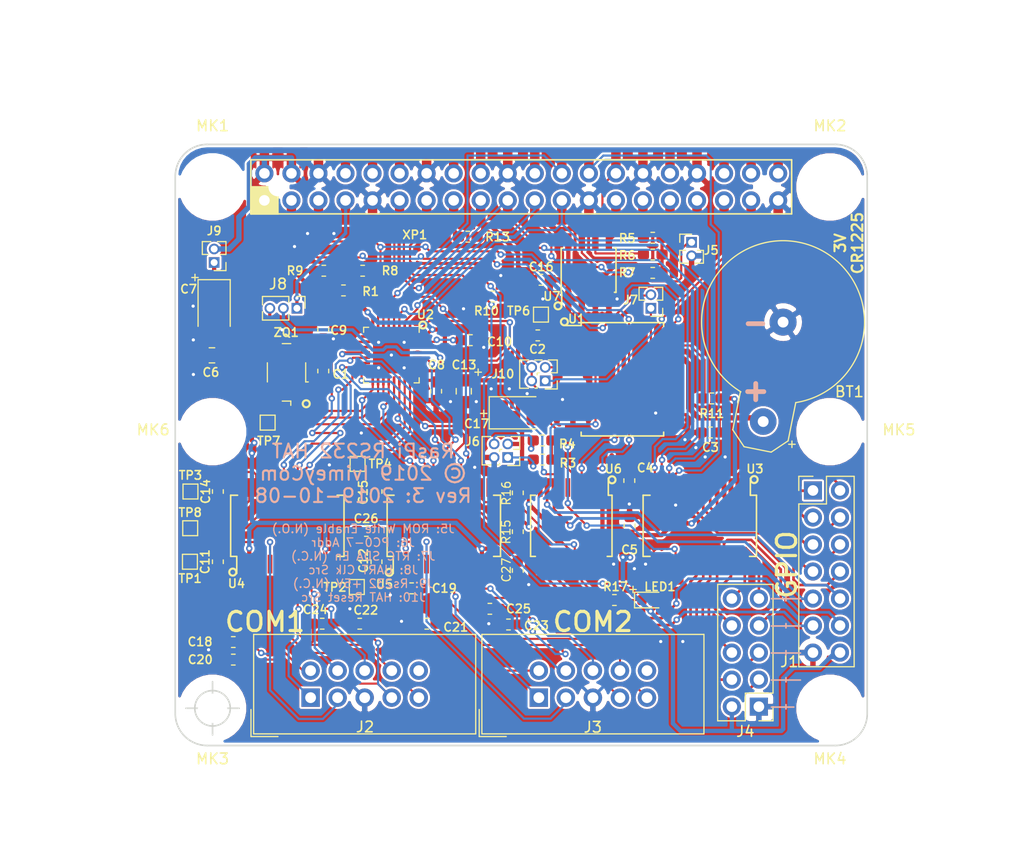
<source format=kicad_pcb>
(kicad_pcb (version 20171130) (host pcbnew "(5.1.4-0)")
  (title_block (title "RasPi Serial Hat") (date 2019-03-11) (rev 3) (company IvimeyCom))
  (layers (0 F.Cu signal) (31 B.Cu signal hide) (34 B.Paste user hide) (35 F.Paste user hide) (36 B.SilkS user hide) (37 F.SilkS user) (38 B.Mask user hide) (39 F.Mask user hide) (44 Edge.Cuts user))
  (net 0 "")
  (net 1 GND)
  (net 2 "Net-(XP1-Pad40)")
  (net 3 "Net-(XP1-Pad38)")
  (net 4 "Net-(XP1-Pad36)")
  (net 5 "Net-(XP1-Pad35)")
  (net 6 "Net-(XP1-Pad33)")
  (net 7 "Net-(XP1-Pad32)")
  (net 8 "Net-(XP1-Pad31)")
  (net 9 "Net-(XP1-Pad29)")
  (net 10 /CE1)
  (net 11 /CE0)
  (net 12 "Net-(XP1-Pad22)")
  (net 13 "Net-(XP1-Pad18)")
  (net 14 "Net-(XP1-Pad16)")
  (net 15 "Net-(XP1-Pad12)")
  (net 16 "Net-(XP1-Pad10)")
  (net 17 "Net-(XP1-Pad8)")
  (net 18 +3V3)
  (net 19 +5V)
  (net 20 /+3Vbat)
  (net 21 ~HAT_RST)
  (net 22 /U_V18)
  (net 23 HAT_CLK)
  (net 24 /ZQ_CLK)
  (net 25 "Net-(C11-Pad2)")
  (net 26 "Net-(C11-Pad1)")
  (net 27 "Net-(C12-Pad2)")
  (net 28 "Net-(C12-Pad1)")
  (net 29 "Net-(C14-Pad2)")
  (net 30 "Net-(C14-Pad1)")
  (net 31 "Net-(C15-Pad2)")
  (net 32 "Net-(C15-Pad1)")
  (net 33 /~E0_RI)
  (net 34 /~E0_CTS)
  (net 35 /~E0_RTS)
  (net 36 /~E0_DSR)
  (net 37 /~E0_DTR)
  (net 38 /E0_TX)
  (net 39 /E0_RX)
  (net 40 /~E0_DCD)
  (net 41 /~U0_RI)
  (net 42 /~U0_DCD)
  (net 43 /~U0_RTS)
  (net 44 /U0_RX)
  (net 45 /U0_TX)
  (net 46 /~U0_CTS)
  (net 47 /~U0_DSR)
  (net 48 /~U0_DTR)
  (net 49 U0_DISABLE)
  (net 50 U1_DISABLE)
  (net 51 /E1_TX)
  (net 52 /E1_RX)
  (net 53 /U1_RX)
  (net 54 /U1_TX)
  (net 55 /V0+)
  (net 56 /V1+)
  (net 57 /V0-)
  (net 58 /V1-)
  (net 59 /PC3)
  (net 60 /PC2)
  (net 61 /PC1)
  (net 62 /PC0)
  (net 63 /PA7)
  (net 64 /PA6)
  (net 65 /PA5)
  (net 66 /PA4)
  (net 67 /PA3)
  (net 68 /PA2)
  (net 69 /PA1)
  (net 70 /PA0)
  (net 71 /PB7)
  (net 72 /PB6)
  (net 73 /PB5)
  (net 74 /PB4)
  (net 75 /PB3)
  (net 76 /PB2)
  (net 77 /PB1)
  (net 78 /PB0)
  (net 79 /MOSI)
  (net 80 /SCLK)
  (net 81 /MISO)
  (net 82 /~E1_RI)
  (net 83 /~E1_CTS)
  (net 84 /~E1_RTS)
  (net 85 /~E1_DSR)
  (net 86 /~E1_DTR)
  (net 87 /~E1_DCD)
  (net 88 "Net-(J5-Pad1)")
  (net 89 ID_SD)
  (net 90 ID_SC)
  (net 91 /~U1_DCD)
  (net 92 /~U1_RTS)
  (net 93 /~U1_CTS)
  (net 94 /~U1_DSR)
  (net 95 /~U1_DTR)
  (net 96 /~U1_RI)
  (net 97 "Net-(TP6-Pad1)")
  (net 98 "Net-(J6-Pad1)")
  (net 99 "Net-(J7-Pad1)")
  (net 100 +5VP)
  (net 101 /PC7)
  (net 102 /ADDR)
  (net 103 "Net-(J6-Pad4)")
  (net 104 GPCLK0)
  (net 105 PI_RST)
  (net 106 ~SER_INT_A)
  (net 107 /SCL)
  (net 108 ~SER_INT_B)
  (net 109 ~SER_INT_C)
  (net 110 RTC_INT)
  (net 111 /DS_RST)
  (net 112 /SDA)
  (net 113 "Net-(LED1-Pad1)")
  (module Resistor_SMD:R_0603_1608Metric_Pad1.05x0.95mm_HandSolder (layer F.Cu) (at 61.375 39.75)
    (fp_text reference R13 (at 2.8 0.025) (layer F.SilkS) (effects (font (size 0.8 0.8))))
    (fp_text value 10K)
    (pad 2 smd roundrect (at 0.875 0) (size 1.05 0.95) (layers F.Cu F.Paste F.Mask) (net 18 +3V3))
    (pad 1 smd roundrect (at -0.875 0) (size 1.05 0.95) (layers F.Cu F.Paste F.Mask) (net 109 ~SER_INT_C))
  )
  (module Connector_PinHeader_1.27mm:PinHeader_2x02_P1.27mm_Vertical (layer F.Cu) (at 68.65 53.3 180)
    (fp_text reference J10 (at 3.975 0.65) (layer F.SilkS) (effects (font (size 0.8 0.8))))
    (fp_text value Conn_02x02)
    (pad 4 thru_hole oval (at 1.27 1.27 180) (size 1 1) (drill 0.65) (layers *.Cu *.Mask) (net 21 ~HAT_RST))
    (pad 3 thru_hole oval (at 0 1.27 180) (size 1 1) (drill 0.65) (layers *.Cu *.Mask) (net 111 /DS_RST))
    (pad 2 thru_hole oval (at 1.27 0 180) (size 1 1) (drill 0.65) (layers *.Cu *.Mask) (net 21 ~HAT_RST))
    (pad 1 thru_hole rect (at 0 0 180) (size 1 1) (drill 0.65) (layers *.Cu *.Mask) (net 105 PI_RST))
  )
  (module Connector_PinHeader_1.27mm:PinHeader_2x02_P1.27mm_Vertical (layer F.Cu) (at 65.125 60.5 180)
    (fp_text reference J6 (at 3.3 1.5) (layer F.SilkS) (effects (font (size 0.8 0.8))))
    (fp_text value Conn_02x02)
    (pad 4 thru_hole oval (at 1.27 1.27 180) (size 1 1) (drill 0.65) (layers *.Cu *.Mask) (net 103 "Net-(J6-Pad4)"))
    (pad 3 thru_hole oval (at 0 1.27 180) (size 1 1) (drill 0.65) (layers *.Cu *.Mask) (net 18 +3V3))
    (pad 2 thru_hole oval (at 1.27 0 180) (size 1 1) (drill 0.65) (layers *.Cu *.Mask) (net 1 GND))
    (pad 1 thru_hole rect (at 0 0 180) (size 1 1) (drill 0.65) (layers *.Cu *.Mask) (net 98 "Net-(J6-Pad1)"))
  )
  (module Connector_PinHeader_2.54mm:PinHeader_2x05_P2.54mm_Vertical (layer F.Cu) (at 88.72 83.92 180)
    (fp_text reference J4 (at 1.27 -2.33) (layer F.SilkS))
    (fp_text value Conn_02x05_Odd_Even)
    (pad 10 thru_hole oval (at 2.54 10.16 180) (size 1.7 1.7) (drill 1) (layers *.Cu *.Mask) (net 63 /PA7))
    (pad 9 thru_hole oval (at 0 10.16 180) (size 1.7 1.7) (drill 1) (layers *.Cu *.Mask) (net 64 /PA6))
    (pad 8 thru_hole oval (at 2.54 7.62 180) (size 1.7 1.7) (drill 1) (layers *.Cu *.Mask) (net 65 /PA5))
    (pad 7 thru_hole oval (at 0 7.62 180) (size 1.7 1.7) (drill 1) (layers *.Cu *.Mask) (net 66 /PA4))
    (pad 6 thru_hole oval (at 2.54 5.08 180) (size 1.7 1.7) (drill 1) (layers *.Cu *.Mask) (net 67 /PA3))
    (pad 5 thru_hole oval (at 0 5.08 180) (size 1.7 1.7) (drill 1) (layers *.Cu *.Mask) (net 68 /PA2))
    (pad 4 thru_hole oval (at 2.54 2.54 180) (size 1.7 1.7) (drill 1) (layers *.Cu *.Mask) (net 69 /PA1))
    (pad 3 thru_hole oval (at 0 2.54 180) (size 1.7 1.7) (drill 1) (layers *.Cu *.Mask) (net 70 /PA0))
    (pad 2 thru_hole oval (at 2.54 0 180) (size 1.7 1.7) (drill 1) (layers *.Cu *.Mask) (net 18 +3V3))
    (pad 1 thru_hole rect (at 0 0 180) (size 1.7 1.7) (drill 1) (layers *.Cu *.Mask) (net 1 GND))
  )
  (module Resistor_SMD:R_0603_1608Metric_Pad1.05x0.95mm_HandSolder (layer F.Cu) (at 84.3 54.95)
    (fp_text reference R11 (at 0 1.425) (layer F.SilkS) (effects (font (size 0.8 0.8))))
    (fp_text value 100K)
    (pad 2 smd roundrect (at 0.875 0) (size 1.05 0.95) (layers F.Cu F.Paste F.Mask) (net 18 +3V3))
    (pad 1 smd roundrect (at -0.875 0) (size 1.05 0.95) (layers F.Cu F.Paste F.Mask) (net 99 "Net-(J7-Pad1)"))
  )
  (module Battery:BatteryHolder_Keystone_500 (layer F.Cu) (at 89.125 57.125 78.7)
    (fp_text reference BT1 (at 4.332885 7.39433 180) (layer F.SilkS))
    (fp_text value Battery_Cell)
    (pad 2 thru_hole circle (at 9.53 0 78.7) (size 2.54 2.54) (drill 1.02) (layers *.Cu *.Mask) (net 1 GND))
    (pad 1 thru_hole circle (at 0 0 78.7) (size 2.5 2.5) (drill 1.02) (layers *.Cu *.Mask) (net 20 /+3Vbat))
  )
  (module TestPoint:TestPoint_Pad_1.0x1.0mm (layer F.Cu) (at 35.3 67.15)
    (fp_text reference TP8 (at 0 -1.475) (layer F.SilkS) (effects (font (size 0.8 0.8))))
    (fp_text value RX0)
    (pad 1 smd rect (at 0 0) (size 1 1) (layers F.Cu F.Mask) (net 44 /U0_RX))
  )
  (module TestPoint:TestPoint_Pad_1.0x1.0mm (layer F.Cu) (at 42.575 57.225)
    (fp_text reference TP7 (at 0.1 1.725) (layer F.SilkS) (effects (font (size 0.8 0.8))))
    (fp_text value TX0)
    (pad 1 smd rect (at 0 0) (size 1 1) (layers F.Cu F.Mask) (net 45 /U0_TX))
  )
  (module Resistor_SMD:R_0603_1608Metric_Pad1.05x0.95mm_HandSolder (layer F.Cu) (at 75.15 73.9)
    (fp_text reference R17 (at 0.1 -1.25) (layer F.SilkS) (effects (font (size 0.8 0.8))))
    (fp_text value 3.9K)
    (pad 2 smd roundrect (at 0.875 0) (size 1.05 0.95) (layers F.Cu F.Paste F.Mask) (net 113 "Net-(LED1-Pad1)"))
    (pad 1 smd roundrect (at -0.875 0) (size 1.05 0.95) (layers F.Cu F.Paste F.Mask) (net 101 /PC7))
  )
  (module Resistor_SMD:R_0603_1608Metric_Pad1.05x0.95mm_HandSolder (layer F.Cu) (at 66.075 63.825 90)
    (fp_text reference R16 (at -0.025 -1.075 90) (layer F.SilkS) (effects (font (size 0.8 0.8) (thickness 0.12))))
    (fp_text value 47K)
    (pad 2 smd roundrect (at 0.875 0 90) (size 1.05 0.95) (layers F.Cu F.Paste F.Mask) (net 18 +3V3))
    (pad 1 smd roundrect (at -0.875 0 90) (size 1.05 0.95) (layers F.Cu F.Paste F.Mask) (net 50 U1_DISABLE))
  )
  (module Resistor_SMD:R_0603_1608Metric_Pad1.05x0.95mm_HandSolder (layer F.Cu) (at 66.075 67.475 90)
    (fp_text reference R15 (at -0.025 -1.1 90) (layer F.SilkS) (effects (font (size 0.8 0.8) (thickness 0.12))))
    (fp_text value 47K)
    (pad 2 smd roundrect (at 0.875 0 90) (size 1.05 0.95) (layers F.Cu F.Paste F.Mask) (net 18 +3V3))
    (pad 1 smd roundrect (at -0.875 0 90) (size 1.05 0.95) (layers F.Cu F.Paste F.Mask) (net 49 U0_DISABLE))
  )
  (module Connector_PinHeader_1.27mm:PinHeader_1x02_P1.27mm_Vertical (layer F.Cu) (at 37.55 42.175 180)
    (fp_text reference J9 (at 0 2.975) (layer F.SilkS) (effects (font (size 0.8 0.8))))
    (fp_text value Conn_01x02)
    (pad 2 thru_hole oval (at 0 1.27 180) (size 1 1) (drill 0.65) (layers *.Cu *.Mask) (net 19 +5V))
    (pad 1 thru_hole rect (at 0 0 180) (size 1 1) (drill 0.65) (layers *.Cu *.Mask) (net 100 +5VP))
  )
  (module LED_SMD:LED_0603_1608Metric (layer F.Cu) (at 78.525 73.9)
    (fp_text reference LED1 (at 0.9 -1.25) (layer F.SilkS) (effects (font (size 0.8 0.8))))
    (fp_text value LED)
    (pad 2 smd roundrect (at 0.7875 0) (size 0.875 0.95) (layers F.Cu F.Paste F.Mask) (net 18 +3V3))
    (pad 1 smd roundrect (at -0.7875 0) (size 0.875 0.95) (layers F.Cu F.Paste F.Mask) (net 113 "Net-(LED1-Pad1)"))
  )
  (module Capacitor_SMD:C_0603_1608Metric_Pad1.05x0.95mm_HandSolder (layer F.Cu) (at 66.075 71.125 270)
    (fp_text reference C27 (at -0.05 1.075 90) (layer F.SilkS) (effects (font (size 0.8 0.8) (thickness 0.12))))
    (fp_text value 100nF)
    (pad 2 smd roundrect (at 0.875 0 270) (size 1.05 0.95) (layers F.Cu F.Paste F.Mask) (net 1 GND))
    (pad 1 smd roundrect (at -0.875 0 270) (size 1.05 0.95) (layers F.Cu F.Paste F.Mask) (net 100 +5VP))
  )
  (module Capacitor_SMD:C_0603_1608Metric_Pad1.05x0.95mm_HandSolder (layer F.Cu) (at 51.85 67.4 180)
    (fp_text reference C26 (at 0.025 1.15) (layer F.SilkS) (effects (font (size 0.8 0.8))))
    (fp_text value 100nF)
    (pad 2 smd roundrect (at 0.875 0 180) (size 1.05 0.95) (layers F.Cu F.Paste F.Mask) (net 100 +5VP))
    (pad 1 smd roundrect (at -0.875 0 180) (size 1.05 0.95) (layers F.Cu F.Paste F.Mask) (net 1 GND))
  )
  (module Package_SO:SOIC-8_3.9x4.9mm_P1.27mm (layer F.Cu) (at 72.725 42.9 90)
    (fp_text reference U7 (at -2.45 -3.45) (layer F.SilkS) (effects (font (size 0.8 0.8))))
    (fp_text value CAT24C64)
    (pad 8 smd rect (at 2.7 -1.905 90) (size 1.55 0.6) (layers F.Cu F.Paste F.Mask) (net 18 +3V3))
    (pad 7 smd rect (at 2.7 -0.635 90) (size 1.55 0.6) (layers F.Cu F.Paste F.Mask) (net 88 "Net-(J5-Pad1)"))
    (pad 6 smd rect (at 2.7 0.635 90) (size 1.55 0.6) (layers F.Cu F.Paste F.Mask) (net 90 ID_SC))
    (pad 5 smd rect (at 2.7 1.905 90) (size 1.55 0.6) (layers F.Cu F.Paste F.Mask) (net 89 ID_SD))
    (pad 4 smd rect (at -2.7 1.905 90) (size 1.55 0.6) (layers F.Cu F.Paste F.Mask) (net 1 GND))
    (pad 3 smd rect (at -2.7 0.635 90) (size 1.55 0.6) (layers F.Cu F.Paste F.Mask) (net 1 GND))
    (pad 2 smd rect (at -2.7 -0.635 90) (size 1.55 0.6) (layers F.Cu F.Paste F.Mask) (net 1 GND))
    (pad 1 smd rect (at -2.7 -1.905 90) (size 1.55 0.6) (layers F.Cu F.Paste F.Mask) (net 1 GND))
  )
  (module Connector_PinHeader_1.27mm:PinHeader_1x03_P1.27mm_Vertical (layer F.Cu) (at 45.325 46.475 270)
    (fp_text reference J8 (at -2.275 1.775) (layer F.SilkS))
    (fp_text value Conn_01x03)
    (pad 3 thru_hole oval (at 0 2.54 270) (size 1 1) (drill 0.65) (layers *.Cu *.Mask) (net 24 /ZQ_CLK))
    (pad 2 thru_hole oval (at 0 1.27 270) (size 1 1) (drill 0.65) (layers *.Cu *.Mask) (net 23 HAT_CLK))
    (pad 1 thru_hole rect (at 0 0 270) (size 1 1) (drill 0.65) (layers *.Cu *.Mask) (net 104 GPCLK0))
  )
  (module Connector_PinHeader_1.27mm:PinHeader_1x02_P1.27mm_Vertical (layer F.Cu) (at 78.575 46.475 180)
    (fp_text reference J7 (at 1.9 0.775 180) (layer F.SilkS) (effects (font (size 0.8 0.8))))
    (fp_text value Conn_01x02)
    (pad 2 thru_hole oval (at 0 1.27 180) (size 1 1) (drill 0.65) (layers *.Cu *.Mask) (net 112 /SDA))
    (pad 1 thru_hole rect (at 0 0 180) (size 1 1) (drill 0.65) (layers *.Cu *.Mask) (net 99 "Net-(J7-Pad1)"))
  )
  (module Capacitor_SMD:C_0603_1608Metric_Pad1.05x0.95mm_HandSolder (layer F.Cu) (at 63.45 74.725 180)
    (fp_text reference C25 (at -2.7 0 180) (layer F.SilkS) (effects (font (size 0.8 0.8))))
    (fp_text value 100pF)
    (pad 2 smd roundrect (at 0.875 0 180) (size 1.05 0.95) (layers F.Cu F.Paste F.Mask) (net 83 /~E1_CTS))
    (pad 1 smd roundrect (at -0.875 0 180) (size 1.05 0.95) (layers F.Cu F.Paste F.Mask) (net 1 GND))
  )
  (module Capacitor_SMD:C_0603_1608Metric_Pad1.05x0.95mm_HandSolder (layer F.Cu) (at 47.7 76.125 180)
    (fp_text reference C24 (at 0.65 1.325 180) (layer F.SilkS) (effects (font (size 0.8 0.8))))
    (fp_text value 100pF)
    (pad 2 smd roundrect (at 0.875 0 180) (size 1.05 0.95) (layers F.Cu F.Paste F.Mask) (net 34 /~E0_CTS))
    (pad 1 smd roundrect (at -0.875 0 180) (size 1.05 0.95) (layers F.Cu F.Paste F.Mask) (net 1 GND))
  )
  (module Capacitor_SMD:C_0603_1608Metric_Pad1.05x0.95mm_HandSolder (layer F.Cu) (at 65.2 76.2)
    (fp_text reference C23 (at 2.625 0.1) (layer F.SilkS) (effects (font (size 0.8 0.8))))
    (fp_text value 100pF)
    (pad 2 smd roundrect (at 0.875 0) (size 1.05 0.95) (layers F.Cu F.Paste F.Mask) (net 84 /~E1_RTS))
    (pad 1 smd roundrect (at -0.875 0) (size 1.05 0.95) (layers F.Cu F.Paste F.Mask) (net 1 GND))
  )
  (module Capacitor_SMD:C_0603_1608Metric_Pad1.05x0.95mm_HandSolder (layer F.Cu) (at 51.225 76.125)
    (fp_text reference C22 (at 0.575 -1.275) (layer F.SilkS) (effects (font (size 0.8 0.8))))
    (fp_text value 100pF)
    (pad 2 smd roundrect (at 0.875 0) (size 1.05 0.95) (layers F.Cu F.Paste F.Mask) (net 35 /~E0_RTS))
    (pad 1 smd roundrect (at -0.875 0) (size 1.05 0.95) (layers F.Cu F.Paste F.Mask) (net 1 GND))
  )
  (module Capacitor_SMD:C_0603_1608Metric_Pad1.05x0.95mm_HandSolder (layer F.Cu) (at 57.525 76.125)
    (fp_text reference C21 (at 2.725 0.325) (layer F.SilkS) (effects (font (size 0.8 0.8))))
    (fp_text value 100pF)
    (pad 2 smd roundrect (at 0.875 0) (size 1.05 0.95) (layers F.Cu F.Paste F.Mask) (net 52 /E1_RX))
    (pad 1 smd roundrect (at -0.875 0) (size 1.05 0.95) (layers F.Cu F.Paste F.Mask) (net 1 GND))
  )
  (module Capacitor_SMD:C_0603_1608Metric_Pad1.05x0.95mm_HandSolder (layer F.Cu) (at 39.35 79.5)
    (fp_text reference C20 (at -3.1 0) (layer F.SilkS) (effects (font (size 0.8 0.8))))
    (fp_text value 100pF)
    (pad 2 smd roundrect (at 0.875 0) (size 1.05 0.95) (layers F.Cu F.Paste F.Mask) (net 39 /E0_RX))
    (pad 1 smd roundrect (at -0.875 0) (size 1.05 0.95) (layers F.Cu F.Paste F.Mask) (net 1 GND))
  )
  (module Capacitor_SMD:C_0603_1608Metric_Pad1.05x0.95mm_HandSolder (layer F.Cu) (at 56.1 72.8)
    (fp_text reference C19 (at 3.075 0) (layer F.SilkS) (effects (font (size 0.8 0.8))))
    (fp_text value 100pF)
    (pad 2 smd roundrect (at 0.875 0) (size 1.05 0.95) (layers F.Cu F.Paste F.Mask) (net 51 /E1_TX))
    (pad 1 smd roundrect (at -0.875 0) (size 1.05 0.95) (layers F.Cu F.Paste F.Mask) (net 1 GND))
  )
  (module Capacitor_SMD:C_0603_1608Metric_Pad1.05x0.95mm_HandSolder (layer F.Cu) (at 39.35 77.85)
    (fp_text reference C18 (at -3.125 -0.025) (layer F.SilkS) (effects (font (size 0.8 0.8))))
    (fp_text value 100pF)
    (pad 2 smd roundrect (at 0.875 0) (size 1.05 0.95) (layers F.Cu F.Paste F.Mask) (net 38 /E0_TX))
    (pad 1 smd roundrect (at -0.875 0) (size 1.05 0.95) (layers F.Cu F.Paste F.Mask) (net 1 GND))
  )
  (module TestPoint:TestPoint_Pad_1.0x1.0mm (layer F.Cu) (at 68.25 47.075)
    (fp_text reference TP6 (at -2.1 -0.35) (layer F.SilkS) (effects (font (size 0.8 0.8))))
    (fp_text value TestPoint)
    (pad 1 smd rect (at 0 0) (size 1 1) (layers F.Cu F.Mask) (net 97 "Net-(TP6-Pad1)"))
  )
  (module Resistor_SMD:R_0603_1608Metric_Pad1.05x0.95mm_HandSolder (layer F.Cu) (at 63.75 45.375)
    (fp_text reference R10 (at -0.625 1.35) (layer F.SilkS) (effects (font (size 0.8 0.8))))
    (fp_text value 10K)
    (pad 2 smd roundrect (at 0.875 0) (size 1.05 0.95) (layers F.Cu F.Paste F.Mask) (net 18 +3V3))
    (pad 1 smd roundrect (at -0.875 0) (size 1.05 0.95) (layers F.Cu F.Paste F.Mask) (net 108 ~SER_INT_B))
  )
  (module Resistor_SMD:R_0603_1608Metric_Pad1.05x0.95mm_HandSolder (layer F.Cu) (at 47.85 42.95 180)
    (fp_text reference R9 (at 2.7 0 180) (layer F.SilkS) (effects (font (size 0.8 0.8))))
    (fp_text value 3.9K)
    (pad 2 smd roundrect (at 0.875 0 180) (size 1.05 0.95) (layers F.Cu F.Paste F.Mask) (net 18 +3V3))
    (pad 1 smd roundrect (at -0.875 0 180) (size 1.05 0.95) (layers F.Cu F.Paste F.Mask) (net 112 /SDA))
  )
  (module Resistor_SMD:R_0603_1608Metric_Pad1.05x0.95mm_HandSolder (layer F.Cu) (at 51.5 42.95 180)
    (fp_text reference R8 (at -2.575 0 180) (layer F.SilkS) (effects (font (size 0.8 0.8))))
    (fp_text value 3.9K)
    (pad 2 smd roundrect (at 0.875 0 180) (size 1.05 0.95) (layers F.Cu F.Paste F.Mask) (net 18 +3V3))
    (pad 1 smd roundrect (at -0.875 0 180) (size 1.05 0.95) (layers F.Cu F.Paste F.Mask) (net 107 /SCL))
  )
  (module Capacitor_Tantalum_SMD:CP_EIA-3528-12_Kemet-T_Pad1.50x2.35mm_HandSolder (layer F.Cu) (at 66.025 56.3)
    (fp_text reference C17 (at -3.825 1.025 180) (layer F.SilkS) (effects (font (size 0.8 0.8))))
    (fp_text value 100uF)
    (pad 2 smd roundrect (at 1.625 0) (size 1.5 2.35) (layers F.Cu F.Paste F.Mask) (roundrect_rratio 0.166667) (net 1 GND))
    (pad 1 smd roundrect (at -1.625 0) (size 1.5 2.35) (layers F.Cu F.Paste F.Mask) (roundrect_rratio 0.166667) (net 18 +3V3))
  )
  (module Resistor_SMD:R_0603_1608Metric_Pad1.05x0.95mm_HandSolder (layer F.Cu) (at 78.75 43.15)
    (fp_text reference R7 (at -2.4 -0.025) (layer F.SilkS) (effects (font (size 0.8 0.8))))
    (fp_text value 1K)
    (pad 2 smd roundrect (at 0.875 0) (size 1.05 0.95) (layers F.Cu F.Paste F.Mask) (net 18 +3V3))
    (pad 1 smd roundrect (at -0.875 0) (size 1.05 0.95) (layers F.Cu F.Paste F.Mask) (net 88 "Net-(J5-Pad1)"))
  )
  (module Resistor_SMD:R_0603_1608Metric_Pad1.05x0.95mm_HandSolder (layer F.Cu) (at 78.75 41.425)
    (fp_text reference R6 (at -2.4 0.075) (layer F.SilkS) (effects (font (size 0.8 0.8))))
    (fp_text value 3.9K)
    (pad 2 smd roundrect (at 0.875 0) (size 1.05 0.95) (layers F.Cu F.Paste F.Mask) (net 18 +3V3))
    (pad 1 smd roundrect (at -0.875 0) (size 1.05 0.95) (layers F.Cu F.Paste F.Mask) (net 90 ID_SC))
  )
  (module Resistor_SMD:R_0603_1608Metric_Pad1.05x0.95mm_HandSolder (layer F.Cu) (at 78.75 39.85)
    (fp_text reference R5 (at -2.4 0.05) (layer F.SilkS) (effects (font (size 0.8 0.8))))
    (fp_text value 3.9K)
    (pad 2 smd roundrect (at 0.875 0) (size 1.05 0.95) (layers F.Cu F.Paste F.Mask) (net 18 +3V3))
    (pad 1 smd roundrect (at -0.875 0) (size 1.05 0.95) (layers F.Cu F.Paste F.Mask) (net 89 ID_SD))
  )
  (module Connector_PinHeader_1.27mm:PinHeader_1x02_P1.27mm_Vertical (layer F.Cu) (at 82.4 40.275)
    (fp_text reference J5 (at 1.85 0.75) (layer F.SilkS) (effects (font (size 0.8 0.8))))
    (fp_text value Conn_01x02)
    (pad 2 thru_hole oval (at 0 1.27) (size 1 1) (drill 0.65) (layers *.Cu *.Mask) (net 1 GND))
    (pad 1 thru_hole rect (at 0 0) (size 1 1) (drill 0.65) (layers *.Cu *.Mask) (net 88 "Net-(J5-Pad1)"))
  )
  (module Capacitor_SMD:C_0603_1608Metric_Pad1.05x0.95mm_HandSolder (layer F.Cu) (at 68.25 43.8)
    (fp_text reference C16 (at 0.025 -1.225) (layer F.SilkS) (effects (font (size 0.8 0.8))))
    (fp_text value 100nF)
    (pad 2 smd roundrect (at 0.875 0) (size 1.05 0.95) (layers F.Cu F.Paste F.Mask) (net 1 GND))
    (pad 1 smd roundrect (at -0.875 0) (size 1.05 0.95) (layers F.Cu F.Paste F.Mask) (net 18 +3V3))
  )
  (module Connector_PinHeader_2.54mm:PinHeader_2x07_P2.54mm_Vertical (layer F.Cu) (at 93.8 63.6)
    (fp_text reference J1 (at -2.225 16.1) (layer F.SilkS))
    (fp_text value Conn_02x07)
    (pad 14 thru_hole oval (at 2.54 15.24) (size 1.7 1.7) (drill 1) (layers *.Cu *.Mask) (net 18 +3V3))
    (pad 13 thru_hole oval (at 0 15.24) (size 1.7 1.7) (drill 1) (layers *.Cu *.Mask) (net 1 GND))
    (pad 12 thru_hole oval (at 2.54 12.7) (size 1.7 1.7) (drill 1) (layers *.Cu *.Mask) (net 59 /PC3))
    (pad 11 thru_hole oval (at 0 12.7) (size 1.7 1.7) (drill 1) (layers *.Cu *.Mask) (net 60 /PC2))
    (pad 10 thru_hole oval (at 2.54 10.16) (size 1.7 1.7) (drill 1) (layers *.Cu *.Mask) (net 61 /PC1))
    (pad 9 thru_hole oval (at 0 10.16) (size 1.7 1.7) (drill 1) (layers *.Cu *.Mask) (net 62 /PC0))
    (pad 8 thru_hole oval (at 2.54 7.62) (size 1.7 1.7) (drill 1) (layers *.Cu *.Mask) (net 71 /PB7))
    (pad 7 thru_hole oval (at 0 7.62) (size 1.7 1.7) (drill 1) (layers *.Cu *.Mask) (net 72 /PB6))
    (pad 6 thru_hole oval (at 2.54 5.08) (size 1.7 1.7) (drill 1) (layers *.Cu *.Mask) (net 73 /PB5))
    (pad 5 thru_hole oval (at 0 5.08) (size 1.7 1.7) (drill 1) (layers *.Cu *.Mask) (net 74 /PB4))
    (pad 4 thru_hole oval (at 2.54 2.54) (size 1.7 1.7) (drill 1) (layers *.Cu *.Mask) (net 75 /PB3))
    (pad 3 thru_hole oval (at 0 2.54) (size 1.7 1.7) (drill 1) (layers *.Cu *.Mask) (net 76 /PB2))
    (pad 2 thru_hole oval (at 2.54 0) (size 1.7 1.7) (drill 1) (layers *.Cu *.Mask) (net 77 /PB1))
    (pad 1 thru_hole rect (at 0 0) (size 1.7 1.7) (drill 1) (layers *.Cu *.Mask) (net 78 /PB0))
  )
  (module Connector_IDC:IDC-Header_2x05_P2.54mm_Vertical (layer F.Cu) (at 68.05 83.075 90)
    (fp_text reference J3 (at -2.775 5.075 180) (layer F.SilkS))
    (fp_text value Conn_02x05_Odd_Even)
    (pad 10 thru_hole oval (at 2.54 10.16 90) (size 1.7272 1.7272) (drill 1.016) (layers *.Cu *.Mask))
    (pad 9 thru_hole oval (at 0 10.16 90) (size 1.7272 1.7272) (drill 1.016) (layers *.Cu *.Mask) (net 82 /~E1_RI))
    (pad 8 thru_hole oval (at 2.54 7.62 90) (size 1.7272 1.7272) (drill 1.016) (layers *.Cu *.Mask) (net 83 /~E1_CTS))
    (pad 7 thru_hole oval (at 0 7.62 90) (size 1.7272 1.7272) (drill 1.016) (layers *.Cu *.Mask) (net 84 /~E1_RTS))
    (pad 6 thru_hole oval (at 2.54 5.08 90) (size 1.7272 1.7272) (drill 1.016) (layers *.Cu *.Mask) (net 85 /~E1_DSR))
    (pad 5 thru_hole oval (at 0 5.08 90) (size 1.7272 1.7272) (drill 1.016) (layers *.Cu *.Mask) (net 1 GND))
    (pad 4 thru_hole oval (at 2.54 2.54 90) (size 1.7272 1.7272) (drill 1.016) (layers *.Cu *.Mask) (net 86 /~E1_DTR))
    (pad 3 thru_hole oval (at 0 2.54 90) (size 1.7272 1.7272) (drill 1.016) (layers *.Cu *.Mask) (net 51 /E1_TX))
    (pad 2 thru_hole oval (at 2.54 0 90) (size 1.7272 1.7272) (drill 1.016) (layers *.Cu *.Mask) (net 52 /E1_RX))
    (pad 1 thru_hole rect (at 0 0 90) (size 1.7272 1.7272) (drill 1.016) (layers *.Cu *.Mask) (net 87 /~E1_DCD))
  )
  (module Connector_IDC:IDC-Header_2x05_P2.54mm_Vertical (layer F.Cu) (at 46.61 83.075 90)
    (fp_text reference J2 (at -2.75 5.115 180) (layer F.SilkS))
    (fp_text value Conn_02x05_Odd_Even)
    (pad 10 thru_hole oval (at 2.54 10.16 90) (size 1.7272 1.7272) (drill 1.016) (layers *.Cu *.Mask))
    (pad 9 thru_hole oval (at 0 10.16 90) (size 1.7272 1.7272) (drill 1.016) (layers *.Cu *.Mask) (net 33 /~E0_RI))
    (pad 8 thru_hole oval (at 2.54 7.62 90) (size 1.7272 1.7272) (drill 1.016) (layers *.Cu *.Mask) (net 34 /~E0_CTS))
    (pad 7 thru_hole oval (at 0 7.62 90) (size 1.7272 1.7272) (drill 1.016) (layers *.Cu *.Mask) (net 35 /~E0_RTS))
    (pad 6 thru_hole oval (at 2.54 5.08 90) (size 1.7272 1.7272) (drill 1.016) (layers *.Cu *.Mask) (net 36 /~E0_DSR))
    (pad 5 thru_hole oval (at 0 5.08 90) (size 1.7272 1.7272) (drill 1.016) (layers *.Cu *.Mask) (net 1 GND))
    (pad 4 thru_hole oval (at 2.54 2.54 90) (size 1.7272 1.7272) (drill 1.016) (layers *.Cu *.Mask) (net 37 /~E0_DTR))
    (pad 3 thru_hole oval (at 0 2.54 90) (size 1.7272 1.7272) (drill 1.016) (layers *.Cu *.Mask) (net 38 /E0_TX))
    (pad 2 thru_hole oval (at 2.54 0 90) (size 1.7272 1.7272) (drill 1.016) (layers *.Cu *.Mask) (net 39 /E0_RX))
    (pad 1 thru_hole rect (at 0 0 90) (size 1.7272 1.7272) (drill 1.016) (layers *.Cu *.Mask) (net 40 /~E0_DCD))
  )
  (module Package_SO:SSOP-28_5.3x10.2mm_P0.65mm (layer F.Cu) (at 59.125 66.925 90)
    (fp_text reference U5 (at -5.5 -5.575) (layer F.SilkS) (effects (font (size 0.8 0.8))))
    (fp_text value LT1137ACG)
    (pad 28 smd rect (at 3.6 -4.225 90) (size 1.75 0.45) (layers F.Cu F.Paste F.Mask) (net 58 /V1-))
    (pad 27 smd rect (at 3.6 -3.575 90) (size 1.75 0.45) (layers F.Cu F.Paste F.Mask) (net 32 "Net-(C15-Pad1)"))
    (pad 26 smd rect (at 3.6 -2.925 90) (size 1.75 0.45) (layers F.Cu F.Paste F.Mask) (net 31 "Net-(C15-Pad2)"))
    (pad 25 smd rect (at 3.6 -2.275 90) (size 1.75 0.45) (layers F.Cu F.Paste F.Mask) (net 54 /U1_TX))
    (pad 24 smd rect (at 3.6 -1.625 90) (size 1.75 0.45) (layers F.Cu F.Paste F.Mask) (net 53 /U1_RX))
    (pad 23 smd rect (at 3.6 -0.975 90) (size 1.75 0.45) (layers F.Cu F.Paste F.Mask) (net 92 /~U1_RTS))
    (pad 22 smd rect (at 3.6 -0.325 90) (size 1.75 0.45) (layers F.Cu F.Paste F.Mask) (net 93 /~U1_CTS))
    (pad 21 smd rect (at 3.6 0.325 90) (size 1.75 0.45) (layers F.Cu F.Paste F.Mask) (net 91 /~U1_DCD))
    (pad 20 smd rect (at 3.6 0.975 90) (size 1.75 0.45) (layers F.Cu F.Paste F.Mask) (net 94 /~U1_DSR))
    (pad 19 smd rect (at 3.6 1.625 90) (size 1.75 0.45) (layers F.Cu F.Paste F.Mask) (net 95 /~U1_DTR))
    (pad 18 smd rect (at 3.6 2.275 90) (size 1.75 0.45) (layers F.Cu F.Paste F.Mask) (net 96 /~U1_RI))
    (pad 17 smd rect (at 3.6 2.925 90) (size 1.75 0.45) (layers F.Cu F.Paste F.Mask) (net 1 GND))
    (pad 16 smd rect (at 3.6 3.575 90) (size 1.75 0.45) (layers F.Cu F.Paste F.Mask) (net 50 U1_DISABLE))
    (pad 15 smd rect (at 3.6 4.225 90) (size 1.75 0.45) (layers F.Cu F.Paste F.Mask))
    (pad 14 smd rect (at -3.6 4.225 90) (size 1.75 0.45) (layers F.Cu F.Paste F.Mask))
    (pad 13 smd rect (at -3.6 3.575 90) (size 1.75 0.45) (layers F.Cu F.Paste F.Mask) (net 100 +5VP))
    (pad 12 smd rect (at -3.6 2.925 90) (size 1.75 0.45) (layers F.Cu F.Paste F.Mask) (net 82 /~E1_RI))
    (pad 11 smd rect (at -3.6 2.275 90) (size 1.75 0.45) (layers F.Cu F.Paste F.Mask) (net 86 /~E1_DTR))
    (pad 10 smd rect (at -3.6 1.625 90) (size 1.75 0.45) (layers F.Cu F.Paste F.Mask) (net 85 /~E1_DSR))
    (pad 9 smd rect (at -3.6 0.975 90) (size 1.75 0.45) (layers F.Cu F.Paste F.Mask) (net 87 /~E1_DCD))
    (pad 8 smd rect (at -3.6 0.325 90) (size 1.75 0.45) (layers F.Cu F.Paste F.Mask) (net 83 /~E1_CTS))
    (pad 7 smd rect (at -3.6 -0.325 90) (size 1.75 0.45) (layers F.Cu F.Paste F.Mask) (net 84 /~E1_RTS))
    (pad 6 smd rect (at -3.6 -0.975 90) (size 1.75 0.45) (layers F.Cu F.Paste F.Mask) (net 52 /E1_RX))
    (pad 5 smd rect (at -3.6 -1.625 90) (size 1.75 0.45) (layers F.Cu F.Paste F.Mask) (net 51 /E1_TX))
    (pad 4 smd rect (at -3.6 -2.275 90) (size 1.75 0.45) (layers F.Cu F.Paste F.Mask) (net 27 "Net-(C12-Pad2)"))
    (pad 3 smd rect (at -3.6 -2.925 90) (size 1.75 0.45) (layers F.Cu F.Paste F.Mask) (net 28 "Net-(C12-Pad1)"))
    (pad 2 smd rect (at -3.6 -3.575 90) (size 1.75 0.45) (layers F.Cu F.Paste F.Mask) (net 100 +5VP))
    (pad 1 smd rect (at -3.6 -4.225 90) (size 1.75 0.45) (layers F.Cu F.Paste F.Mask) (net 56 /V1+))
  )
  (module Package_SO:SSOP-28_5.3x10.2mm_P0.65mm (layer F.Cu) (at 44.425 66.925 90)
    (fp_text reference U4 (at -5.425 -4.775) (layer F.SilkS) (effects (font (size 0.8 0.8))))
    (fp_text value LT1137ACG)
    (pad 28 smd rect (at 3.6 -4.225 90) (size 1.75 0.45) (layers F.Cu F.Paste F.Mask) (net 57 /V0-))
    (pad 27 smd rect (at 3.6 -3.575 90) (size 1.75 0.45) (layers F.Cu F.Paste F.Mask) (net 30 "Net-(C14-Pad1)"))
    (pad 26 smd rect (at 3.6 -2.925 90) (size 1.75 0.45) (layers F.Cu F.Paste F.Mask) (net 29 "Net-(C14-Pad2)"))
    (pad 25 smd rect (at 3.6 -2.275 90) (size 1.75 0.45) (layers F.Cu F.Paste F.Mask) (net 45 /U0_TX))
    (pad 24 smd rect (at 3.6 -1.625 90) (size 1.75 0.45) (layers F.Cu F.Paste F.Mask) (net 44 /U0_RX))
    (pad 23 smd rect (at 3.6 -0.975 90) (size 1.75 0.45) (layers F.Cu F.Paste F.Mask) (net 43 /~U0_RTS))
    (pad 22 smd rect (at 3.6 -0.325 90) (size 1.75 0.45) (layers F.Cu F.Paste F.Mask) (net 46 /~U0_CTS))
    (pad 21 smd rect (at 3.6 0.325 90) (size 1.75 0.45) (layers F.Cu F.Paste F.Mask) (net 42 /~U0_DCD))
    (pad 20 smd rect (at 3.6 0.975 90) (size 1.75 0.45) (layers F.Cu F.Paste F.Mask) (net 47 /~U0_DSR))
    (pad 19 smd rect (at 3.6 1.625 90) (size 1.75 0.45) (layers F.Cu F.Paste F.Mask) (net 48 /~U0_DTR))
    (pad 18 smd rect (at 3.6 2.275 90) (size 1.75 0.45) (layers F.Cu F.Paste F.Mask) (net 41 /~U0_RI))
    (pad 17 smd rect (at 3.6 2.925 90) (size 1.75 0.45) (layers F.Cu F.Paste F.Mask) (net 1 GND))
    (pad 16 smd rect (at 3.6 3.575 90) (size 1.75 0.45) (layers F.Cu F.Paste F.Mask) (net 49 U0_DISABLE))
    (pad 15 smd rect (at 3.6 4.225 90) (size 1.75 0.45) (layers F.Cu F.Paste F.Mask))
    (pad 14 smd rect (at -3.6 4.225 90) (size 1.75 0.45) (layers F.Cu F.Paste F.Mask))
    (pad 13 smd rect (at -3.6 3.575 90) (size 1.75 0.45) (layers F.Cu F.Paste F.Mask) (net 100 +5VP))
    (pad 12 smd rect (at -3.6 2.925 90) (size 1.75 0.45) (layers F.Cu F.Paste F.Mask) (net 33 /~E0_RI))
    (pad 11 smd rect (at -3.6 2.275 90) (size 1.75 0.45) (layers F.Cu F.Paste F.Mask) (net 37 /~E0_DTR))
    (pad 10 smd rect (at -3.6 1.625 90) (size 1.75 0.45) (layers F.Cu F.Paste F.Mask) (net 36 /~E0_DSR))
    (pad 9 smd rect (at -3.6 0.975 90) (size 1.75 0.45) (layers F.Cu F.Paste F.Mask) (net 40 /~E0_DCD))
    (pad 8 smd rect (at -3.6 0.325 90) (size 1.75 0.45) (layers F.Cu F.Paste F.Mask) (net 34 /~E0_CTS))
    (pad 7 smd rect (at -3.6 -0.325 90) (size 1.75 0.45) (layers F.Cu F.Paste F.Mask) (net 35 /~E0_RTS))
    (pad 6 smd rect (at -3.6 -0.975 90) (size 1.75 0.45) (layers F.Cu F.Paste F.Mask) (net 39 /E0_RX))
    (pad 5 smd rect (at -3.6 -1.625 90) (size 1.75 0.45) (layers F.Cu F.Paste F.Mask) (net 38 /E0_TX))
    (pad 4 smd rect (at -3.6 -2.275 90) (size 1.75 0.45) (layers F.Cu F.Paste F.Mask) (net 25 "Net-(C11-Pad2)"))
    (pad 3 smd rect (at -3.6 -2.925 90) (size 1.75 0.45) (layers F.Cu F.Paste F.Mask) (net 26 "Net-(C11-Pad1)"))
    (pad 2 smd rect (at -3.6 -3.575 90) (size 1.75 0.45) (layers F.Cu F.Paste F.Mask) (net 100 +5VP))
    (pad 1 smd rect (at -3.6 -4.225 90) (size 1.75 0.45) (layers F.Cu F.Paste F.Mask) (net 55 /V0+))
  )
  (module TestPoint:TestPoint_Pad_1.0x1.0mm (layer F.Cu) (at 51.025 61.1)
    (fp_text reference TP4 (at 2.125 0) (layer F.SilkS) (effects (font (size 0.8 0.8))))
    (fp_text value TestPoint)
    (pad 1 smd rect (at 0 0) (size 1 1) (layers F.Cu F.Mask) (net 58 /V1-))
  )
  (module TestPoint:TestPoint_Pad_1.0x1.0mm (layer F.Cu) (at 35.325 63.7)
    (fp_text reference TP3 (at 0 -1.525) (layer F.SilkS) (effects (font (size 0.8 0.8))))
    (fp_text value TestPoint)
    (pad 1 smd rect (at 0 0) (size 1 1) (layers F.Cu F.Mask) (net 57 /V0-))
  )
  (module TestPoint:TestPoint_Pad_1.0x1.0mm (layer F.Cu) (at 50.95 72.675)
    (fp_text reference TP2 (at -2.05 0.025) (layer F.SilkS) (effects (font (size 0.8 0.8))))
    (fp_text value TestPoint)
    (pad 1 smd rect (at 0 0) (size 1 1) (layers F.Cu F.Mask) (net 56 /V1+))
  )
  (module TestPoint:TestPoint_Pad_1.0x1.0mm (layer F.Cu) (at 35.275 70.3)
    (fp_text reference TP1 (at 0.025 1.575) (layer F.SilkS) (effects (font (size 0.8 0.8))))
    (fp_text value TestPoint)
    (pad 1 smd rect (at 0 0) (size 1 1) (layers F.Cu F.Mask) (net 55 /V0+))
  )
  (module Capacitor_SMD:C_0603_1608Metric_Pad1.05x0.95mm_HandSolder (layer F.Cu) (at 52.8 63.7 90)
    (fp_text reference C15 (at -0.075 -1.25 270) (layer F.SilkS) (effects (font (size 0.8 0.8))))
    (fp_text value 100nF)
    (pad 2 smd roundrect (at 0.875 0 90) (size 1.05 0.95) (layers F.Cu F.Paste F.Mask) (net 31 "Net-(C15-Pad2)"))
    (pad 1 smd roundrect (at -0.875 0 90) (size 1.05 0.95) (layers F.Cu F.Paste F.Mask) (net 32 "Net-(C15-Pad1)"))
  )
  (module Capacitor_SMD:C_0603_1608Metric_Pad1.05x0.95mm_HandSolder (layer F.Cu) (at 37.9 63.7 90)
    (fp_text reference C14 (at 0 -1.15 270) (layer F.SilkS) (effects (font (size 0.8 0.8))))
    (fp_text value 100nF)
    (pad 2 smd roundrect (at 0.875 0 90) (size 1.05 0.95) (layers F.Cu F.Paste F.Mask) (net 29 "Net-(C14-Pad2)"))
    (pad 1 smd roundrect (at -0.875 0 90) (size 1.05 0.95) (layers F.Cu F.Paste F.Mask) (net 30 "Net-(C14-Pad1)"))
  )
  (module Capacitor_SMD:C_0603_1608Metric_Pad1.05x0.95mm_HandSolder (layer F.Cu) (at 52.8 70.3 90)
    (fp_text reference C12 (at 0.1 -1.225 270) (layer F.SilkS) (effects (font (size 0.8 0.8))))
    (fp_text value 100nF)
    (pad 2 smd roundrect (at 0.875 0 90) (size 1.05 0.95) (layers F.Cu F.Paste F.Mask) (net 27 "Net-(C12-Pad2)"))
    (pad 1 smd roundrect (at -0.875 0 90) (size 1.05 0.95) (layers F.Cu F.Paste F.Mask) (net 28 "Net-(C12-Pad1)"))
  )
  (module Capacitor_SMD:C_0603_1608Metric_Pad1.05x0.95mm_HandSolder (layer F.Cu) (at 37.9 70.3 90)
    (fp_text reference C11 (at 0 -1.2 270) (layer F.SilkS) (effects (font (size 0.8 0.8))))
    (fp_text value 100nF)
    (pad 2 smd roundrect (at 0.875 0 90) (size 1.05 0.95) (layers F.Cu F.Paste F.Mask) (net 25 "Net-(C11-Pad2)"))
    (pad 1 smd roundrect (at -0.875 0 90) (size 1.05 0.95) (layers F.Cu F.Paste F.Mask) (net 26 "Net-(C11-Pad1)"))
  )
  (module Package_SO:SSOP-20_5.3x7.2mm_P0.65mm (layer F.Cu) (at 71.1 66.925 270)
    (fp_text reference U6 (at -5.35 -3.95) (layer F.SilkS) (effects (font (size 0.8 0.8))))
    (fp_text value MCP23009-ESS)
    (pad 20 smd rect (at 3.6 -2.925 270) (size 1.75 0.45) (layers F.Cu F.Paste F.Mask) (net 1 GND))
    (pad 19 smd rect (at 3.6 -2.275 270) (size 1.75 0.45) (layers F.Cu F.Paste F.Mask))
    (pad 18 smd rect (at 3.6 -1.625 270) (size 1.75 0.45) (layers F.Cu F.Paste F.Mask))
    (pad 17 smd rect (at 3.6 -0.975 270) (size 1.75 0.45) (layers F.Cu F.Paste F.Mask) (net 101 /PC7))
    (pad 16 smd rect (at 3.6 -0.325 270) (size 1.75 0.45) (layers F.Cu F.Paste F.Mask) (net 110 RTC_INT))
    (pad 15 smd rect (at 3.6 0.325 270) (size 1.75 0.45) (layers F.Cu F.Paste F.Mask) (net 50 U1_DISABLE))
    (pad 14 smd rect (at 3.6 0.975 270) (size 1.75 0.45) (layers F.Cu F.Paste F.Mask) (net 49 U0_DISABLE))
    (pad 13 smd rect (at 3.6 1.625 270) (size 1.75 0.45) (layers F.Cu F.Paste F.Mask) (net 59 /PC3))
    (pad 12 smd rect (at 3.6 2.275 270) (size 1.75 0.45) (layers F.Cu F.Paste F.Mask) (net 60 /PC2))
    (pad 11 smd rect (at 3.6 2.925 270) (size 1.75 0.45) (layers F.Cu F.Paste F.Mask))
    (pad 10 smd rect (at -3.6 2.925 270) (size 1.75 0.45) (layers F.Cu F.Paste F.Mask))
    (pad 9 smd rect (at -3.6 2.275 270) (size 1.75 0.45) (layers F.Cu F.Paste F.Mask) (net 61 /PC1))
    (pad 8 smd rect (at -3.6 1.625 270) (size 1.75 0.45) (layers F.Cu F.Paste F.Mask) (net 62 /PC0))
    (pad 7 smd rect (at -3.6 0.975 270) (size 1.75 0.45) (layers F.Cu F.Paste F.Mask) (net 109 ~SER_INT_C))
    (pad 6 smd rect (at -3.6 0.325 270) (size 1.75 0.45) (layers F.Cu F.Paste F.Mask) (net 21 ~HAT_RST))
    (pad 5 smd rect (at -3.6 -0.325 270) (size 1.75 0.45) (layers F.Cu F.Paste F.Mask) (net 102 /ADDR))
    (pad 4 smd rect (at -3.6 -0.975 270) (size 1.75 0.45) (layers F.Cu F.Paste F.Mask) (net 112 /SDA))
    (pad 3 smd rect (at -3.6 -1.625 270) (size 1.75 0.45) (layers F.Cu F.Paste F.Mask) (net 107 /SCL))
    (pad 2 smd rect (at -3.6 -2.275 270) (size 1.75 0.45) (layers F.Cu F.Paste F.Mask))
    (pad 1 smd rect (at -3.6 -2.925 270) (size 1.75 0.45) (layers F.Cu F.Paste F.Mask) (net 18 +3V3))
  )
  (module Resistor_SMD:R_0603_1608Metric_Pad1.05x0.95mm_HandSolder (layer F.Cu) (at 68.4 58.9 180)
    (fp_text reference R4 (at -2.325 -0.325) (layer F.SilkS) (effects (font (size 0.8 0.8))))
    (fp_text value 5K)
    (pad 2 smd roundrect (at 0.875 0 180) (size 1.05 0.95) (layers F.Cu F.Paste F.Mask) (net 103 "Net-(J6-Pad4)"))
    (pad 1 smd roundrect (at -0.875 0 180) (size 1.05 0.95) (layers F.Cu F.Paste F.Mask) (net 102 /ADDR))
  )
  (module Resistor_SMD:R_0603_1608Metric_Pad1.05x0.95mm_HandSolder (layer F.Cu) (at 68.4 60.7)
    (fp_text reference R3 (at 2.375 0.325) (layer F.SilkS) (effects (font (size 0.8 0.8))))
    (fp_text value 11K)
    (pad 2 smd roundrect (at 0.875 0) (size 1.05 0.95) (layers F.Cu F.Paste F.Mask) (net 102 /ADDR))
    (pad 1 smd roundrect (at -0.875 0) (size 1.05 0.95) (layers F.Cu F.Paste F.Mask) (net 98 "Net-(J6-Pad1)"))
  )
  (module Capacitor_SMD:C_0603_1608Metric_Pad1.05x0.95mm_HandSolder (layer F.Cu) (at 84.175 58.15 180)
    (fp_text reference C3 (at 0 -1.4 180) (layer F.SilkS) (effects (font (size 0.8 0.8))))
    (fp_text value 100nF)
    (pad 2 smd roundrect (at 0.875 0 180) (size 1.05 0.95) (layers F.Cu F.Paste F.Mask) (net 1 GND))
    (pad 1 smd roundrect (at -0.875 0 180) (size 1.05 0.95) (layers F.Cu F.Paste F.Mask) (net 20 /+3Vbat))
  )
  (module Capacitor_SMD:C_0603_1608Metric_Pad1.05x0.95mm_HandSolder (layer F.Cu) (at 76.55 62.675 270)
    (fp_text reference C4 (at -1.2 -1.5) (layer F.SilkS) (effects (font (size 0.8 0.8))))
    (fp_text value 100nF)
    (pad 2 smd roundrect (at 0.875 0 270) (size 1.05 0.95) (layers F.Cu F.Paste F.Mask) (net 1 GND))
    (pad 1 smd roundrect (at -0.875 0 270) (size 1.05 0.95) (layers F.Cu F.Paste F.Mask) (net 18 +3V3))
  )
  (module hat:M2.5_Mounting_Hole (layer F.Cu) (at 37.4 58.075)
    (fp_text reference MK6 (at -5.575 -0.175) (layer F.SilkS))
    (fp_text value MountingHole)
    (pad "" np_thru_hole circle (at 0 0) (size 2.75 2.75) (drill 2.75) (layers *.Cu *.Mask) (clearance 1.8))
  )
  (module hat:M2.5_Mounting_Hole (layer F.Cu) (at 95.4 58.075)
    (fp_text reference MK5 (at 6.475 -0.175) (layer F.SilkS))
    (fp_text value MountingHole)
    (pad "" np_thru_hole circle (at 0 0) (size 2.75 2.75) (drill 2.75) (layers *.Cu *.Mask) (clearance 1.8))
  )
  (module Package_SO:SSOP-28_5.3x10.2mm_P0.65mm (layer F.Cu) (at 83.17 66.925 270)
    (fp_text reference U3 (at -5.35 -5.18 180) (layer F.SilkS) (effects (font (size 0.8 0.8))))
    (fp_text value MCP23S17_SS)
    (pad 28 smd rect (at 3.6 -4.225 270) (size 1.75 0.45) (layers F.Cu F.Paste F.Mask) (net 63 /PA7))
    (pad 27 smd rect (at 3.6 -3.575 270) (size 1.75 0.45) (layers F.Cu F.Paste F.Mask) (net 64 /PA6))
    (pad 26 smd rect (at 3.6 -2.925 270) (size 1.75 0.45) (layers F.Cu F.Paste F.Mask) (net 65 /PA5))
    (pad 25 smd rect (at 3.6 -2.275 270) (size 1.75 0.45) (layers F.Cu F.Paste F.Mask) (net 66 /PA4))
    (pad 24 smd rect (at 3.6 -1.625 270) (size 1.75 0.45) (layers F.Cu F.Paste F.Mask) (net 67 /PA3))
    (pad 23 smd rect (at 3.6 -0.975 270) (size 1.75 0.45) (layers F.Cu F.Paste F.Mask) (net 68 /PA2))
    (pad 22 smd rect (at 3.6 -0.325 270) (size 1.75 0.45) (layers F.Cu F.Paste F.Mask) (net 69 /PA1))
    (pad 21 smd rect (at 3.6 0.325 270) (size 1.75 0.45) (layers F.Cu F.Paste F.Mask) (net 70 /PA0))
    (pad 20 smd rect (at 3.6 0.975 270) (size 1.75 0.45) (layers F.Cu F.Paste F.Mask) (net 108 ~SER_INT_B))
    (pad 19 smd rect (at 3.6 1.625 270) (size 1.75 0.45) (layers F.Cu F.Paste F.Mask) (net 108 ~SER_INT_B))
    (pad 18 smd rect (at 3.6 2.275 270) (size 1.75 0.45) (layers F.Cu F.Paste F.Mask) (net 21 ~HAT_RST))
    (pad 17 smd rect (at 3.6 2.925 270) (size 1.75 0.45) (layers F.Cu F.Paste F.Mask) (net 1 GND))
    (pad 16 smd rect (at 3.6 3.575 270) (size 1.75 0.45) (layers F.Cu F.Paste F.Mask) (net 1 GND))
    (pad 15 smd rect (at 3.6 4.225 270) (size 1.75 0.45) (layers F.Cu F.Paste F.Mask) (net 1 GND))
    (pad 14 smd rect (at -3.6 4.225 270) (size 1.75 0.45) (layers F.Cu F.Paste F.Mask) (net 81 /MISO))
    (pad 13 smd rect (at -3.6 3.575 270) (size 1.75 0.45) (layers F.Cu F.Paste F.Mask) (net 79 /MOSI))
    (pad 12 smd rect (at -3.6 2.925 270) (size 1.75 0.45) (layers F.Cu F.Paste F.Mask) (net 80 /SCLK))
    (pad 11 smd rect (at -3.6 2.275 270) (size 1.75 0.45) (layers F.Cu F.Paste F.Mask) (net 10 /CE1))
    (pad 10 smd rect (at -3.6 1.625 270) (size 1.75 0.45) (layers F.Cu F.Paste F.Mask) (net 1 GND))
    (pad 9 smd rect (at -3.6 0.975 270) (size 1.75 0.45) (layers F.Cu F.Paste F.Mask) (net 18 +3V3))
    (pad 8 smd rect (at -3.6 0.325 270) (size 1.75 0.45) (layers F.Cu F.Paste F.Mask) (net 71 /PB7))
    (pad 7 smd rect (at -3.6 -0.325 270) (size 1.75 0.45) (layers F.Cu F.Paste F.Mask) (net 72 /PB6))
    (pad 6 smd rect (at -3.6 -0.975 270) (size 1.75 0.45) (layers F.Cu F.Paste F.Mask) (net 73 /PB5))
    (pad 5 smd rect (at -3.6 -1.625 270) (size 1.75 0.45) (layers F.Cu F.Paste F.Mask) (net 74 /PB4))
    (pad 4 smd rect (at -3.6 -2.275 270) (size 1.75 0.45) (layers F.Cu F.Paste F.Mask) (net 75 /PB3))
    (pad 3 smd rect (at -3.6 -2.925 270) (size 1.75 0.45) (layers F.Cu F.Paste F.Mask) (net 76 /PB2))
    (pad 2 smd rect (at -3.6 -3.575 270) (size 1.75 0.45) (layers F.Cu F.Paste F.Mask) (net 77 /PB1))
    (pad 1 smd rect (at -3.6 -4.225 270) (size 1.75 0.45) (layers F.Cu F.Paste F.Mask) (net 78 /PB0))
  )
  (module Capacitor_SMD:C_0805_2012Metric_Pad1.15x1.40mm_HandSolder (layer F.Cu) (at 61 54.275 270)
    (fp_text reference C13 (at -2.475 -0.025) (layer F.SilkS) (effects (font (size 0.8 0.8))))
    (fp_text value 10uF)
    (pad 2 smd roundrect (at 1.025 0 270) (size 1.15 1.4) (layers F.Cu F.Paste F.Mask) (roundrect_rratio 0.217391) (net 1 GND))
    (pad 1 smd roundrect (at -1.025 0 270) (size 1.15 1.4) (layers F.Cu F.Paste F.Mask) (roundrect_rratio 0.217391) (net 18 +3V3))
  )
  (module Capacitor_SMD:C_0603_1608Metric_Pad1.05x0.95mm_HandSolder (layer F.Cu) (at 58.4 54.275 270)
    (fp_text reference C8 (at -2.475 -0.05) (layer F.SilkS) (effects (font (size 0.8 0.8))))
    (fp_text value 100nF)
    (pad 2 smd roundrect (at 0.875 0 270) (size 1.05 0.95) (layers F.Cu F.Paste F.Mask) (net 1 GND))
    (pad 1 smd roundrect (at -0.875 0 270) (size 1.05 0.95) (layers F.Cu F.Paste F.Mask) (net 18 +3V3))
  )
  (module Capacitor_SMD:C_0603_1608Metric_Pad1.05x0.95mm_HandSolder (layer F.Cu) (at 47.8 52.375 90)
    (fp_text reference C1 (at -0.3 1.65) (layer F.SilkS) (effects (font (size 0.8 0.8))))
    (fp_text value 100nF)
    (pad 2 smd roundrect (at 0.875 0 90) (size 1.05 0.95) (layers F.Cu F.Paste F.Mask) (net 1 GND))
    (pad 1 smd roundrect (at -0.875 0 90) (size 1.05 0.95) (layers F.Cu F.Paste F.Mask) (net 18 +3V3))
  )
  (module Capacitor_Tantalum_SMD:CP_EIA-3528-12_Kemet-T_Pad1.50x2.35mm_HandSolder (layer F.Cu) (at 37.55 46.425 270)
    (fp_text reference C7 (at -1.75 2.4) (layer F.SilkS) (effects (font (size 0.8 0.8))))
    (fp_text value 100uF)
    (pad 2 smd roundrect (at 1.625 0 270) (size 1.5 2.35) (layers F.Cu F.Paste F.Mask) (roundrect_rratio 0.166667) (net 1 GND))
    (pad 1 smd roundrect (at -1.625 0 270) (size 1.5 2.35) (layers F.Cu F.Paste F.Mask) (roundrect_rratio 0.166667) (net 100 +5VP))
  )
  (module Capacitor_SMD:C_0805_2012Metric_Pad1.15x1.40mm_HandSolder (layer F.Cu) (at 37.345 50.9 180)
    (fp_text reference C6 (at 0.1 -1.6 180) (layer F.SilkS) (effects (font (size 0.8 0.8))))
    (fp_text value 10uF)
    (pad 2 smd roundrect (at 1.025 0 180) (size 1.15 1.4) (layers F.Cu F.Paste F.Mask) (roundrect_rratio 0.217391) (net 1 GND))
    (pad 1 smd roundrect (at -1.025 0 180) (size 1.15 1.4) (layers F.Cu F.Paste F.Mask) (roundrect_rratio 0.217391) (net 100 +5VP))
  )
  (module Package_DFN_QFN:QFN-32-1EP_5x5mm_P0.5mm_EP3.45x3.45mm (layer F.Cu) (at 54.2 50.875 270)
    (fp_text reference U2 (at -3.8 -3.2) (layer F.SilkS) (effects (font (size 0.8 0.8))))
    (fp_text value MAX3109)
    (pad 32 smd roundrect (at -1.75 -2.4375 270) (size 0.25 0.875) (layers F.Cu F.Paste F.Mask) (net 18 +3V3))
    (pad 31 smd roundrect (at -1.25 -2.4375 270) (size 0.25 0.875) (layers F.Cu F.Paste F.Mask) (net 22 /U_V18))
    (pad 30 smd roundrect (at -0.75 -2.4375 270) (size 0.25 0.875) (layers F.Cu F.Paste F.Mask) (net 18 +3V3))
    (pad 29 smd roundrect (at -0.25 -2.4375 270) (size 0.25 0.875) (layers F.Cu F.Paste F.Mask) (net 1 GND))
    (pad 28 smd roundrect (at 0.25 -2.4375 270) (size 0.25 0.875) (layers F.Cu F.Paste F.Mask) (net 91 /~U1_DCD))
    (pad 27 smd roundrect (at 0.75 -2.4375 270) (size 0.25 0.875) (layers F.Cu F.Paste F.Mask))
    (pad 26 smd roundrect (at 1.25 -2.4375 270) (size 0.25 0.875) (layers F.Cu F.Paste F.Mask) (net 23 HAT_CLK))
    (pad 25 smd roundrect (at 1.75 -2.4375 270) (size 0.25 0.875) (layers F.Cu F.Paste F.Mask) (net 18 +3V3))
    (pad 24 smd roundrect (at 2.4375 -1.75 270) (size 0.875 0.25) (layers F.Cu F.Paste F.Mask) (net 41 /~U0_RI))
    (pad 23 smd roundrect (at 2.4375 -1.25 270) (size 0.875 0.25) (layers F.Cu F.Paste F.Mask) (net 42 /~U0_DCD))
    (pad 22 smd roundrect (at 2.4375 -0.75 270) (size 0.875 0.25) (layers F.Cu F.Paste F.Mask) (net 92 /~U1_RTS))
    (pad 21 smd roundrect (at 2.4375 -0.25 270) (size 0.875 0.25) (layers F.Cu F.Paste F.Mask) (net 43 /~U0_RTS))
    (pad 20 smd roundrect (at 2.4375 0.25 270) (size 0.875 0.25) (layers F.Cu F.Paste F.Mask) (net 53 /U1_RX))
    (pad 19 smd roundrect (at 2.4375 0.75 270) (size 0.875 0.25) (layers F.Cu F.Paste F.Mask) (net 44 /U0_RX))
    (pad 18 smd roundrect (at 2.4375 1.25 270) (size 0.875 0.25) (layers F.Cu F.Paste F.Mask) (net 45 /U0_TX))
    (pad 17 smd roundrect (at 2.4375 1.75 270) (size 0.875 0.25) (layers F.Cu F.Paste F.Mask) (net 54 /U1_TX))
    (pad 16 smd roundrect (at 1.75 2.4375 270) (size 0.25 0.875) (layers F.Cu F.Paste F.Mask) (net 93 /~U1_CTS))
    (pad 15 smd roundrect (at 1.25 2.4375 270) (size 0.25 0.875) (layers F.Cu F.Paste F.Mask) (net 46 /~U0_CTS))
    (pad 14 smd roundrect (at 0.75 2.4375 270) (size 0.25 0.875) (layers F.Cu F.Paste F.Mask) (net 94 /~U1_DSR))
    (pad 13 smd roundrect (at 0.25 2.4375 270) (size 0.25 0.875) (layers F.Cu F.Paste F.Mask) (net 47 /~U0_DSR))
    (pad 12 smd roundrect (at -0.25 2.4375 270) (size 0.25 0.875) (layers F.Cu F.Paste F.Mask) (net 95 /~U1_DTR))
    (pad 11 smd roundrect (at -0.75 2.4375 270) (size 0.25 0.875) (layers F.Cu F.Paste F.Mask) (net 48 /~U0_DTR))
    (pad 10 smd roundrect (at -1.25 2.4375 270) (size 0.25 0.875) (layers F.Cu F.Paste F.Mask) (net 1 GND))
    (pad 9 smd roundrect (at -1.75 2.4375 270) (size 0.25 0.875) (layers F.Cu F.Paste F.Mask) (net 18 +3V3))
    (pad 8 smd roundrect (at -2.4375 1.75 270) (size 0.875 0.25) (layers F.Cu F.Paste F.Mask) (net 18 +3V3))
    (pad 7 smd roundrect (at -2.4375 1.25 270) (size 0.875 0.25) (layers F.Cu F.Paste F.Mask) (net 106 ~SER_INT_A))
    (pad 6 smd roundrect (at -2.4375 0.75 270) (size 0.875 0.25) (layers F.Cu F.Paste F.Mask) (net 79 /MOSI))
    (pad 5 smd roundrect (at -2.4375 0.25 270) (size 0.875 0.25) (layers F.Cu F.Paste F.Mask) (net 11 /CE0))
    (pad 4 smd roundrect (at -2.4375 -0.25 270) (size 0.875 0.25) (layers F.Cu F.Paste F.Mask) (net 96 /~U1_RI))
    (pad 3 smd roundrect (at -2.4375 -0.75 270) (size 0.875 0.25) (layers F.Cu F.Paste F.Mask) (net 80 /SCLK))
    (pad 2 smd roundrect (at -2.4375 -1.25 270) (size 0.875 0.25) (layers F.Cu F.Paste F.Mask) (net 81 /MISO))
    (pad 1 smd roundrect (at -2.4375 -1.75 270) (size 0.875 0.25) (layers F.Cu F.Paste F.Mask) (net 21 ~HAT_RST))
    (pad 33 smd roundrect (at 0 0 270) (size 3.45 3.45) (layers F.Cu F.Mask) (roundrect_rratio 0.072464) (net 1 GND))
  )
  (module Crystal:Crystal_SMD_Abracon_ABM3B-4Pin_5.0x3.2mm (layer F.Cu) (at 44.35 52.5 90)
    (fp_text reference ZQ1 (at 3.75 -0.025 180) (layer F.SilkS) (effects (font (size 0.8 0.8))))
    (fp_text value ASFL1-oscillator)
    (pad 4 smd rect (at -2 -1.2 90) (size 1.8 1.2) (layers F.Cu F.Paste F.Mask) (net 18 +3V3))
    (pad 3 smd rect (at 2 -1.2 90) (size 1.8 1.2) (layers F.Cu F.Paste F.Mask) (net 24 /ZQ_CLK))
    (pad 2 smd rect (at 2 1.2 90) (size 1.8 1.2) (layers F.Cu F.Paste F.Mask) (net 1 GND))
    (pad 1 smd rect (at -2 1.2 90) (size 1.8 1.2) (layers F.Cu F.Paste F.Mask) (net 18 +3V3))
  )
  (module Capacitor_SMD:C_0603_1608Metric_Pad1.05x0.95mm_HandSolder (layer F.Cu) (at 61.625 49.475)
    (fp_text reference C10 (at 2.75 0.15 180) (layer F.SilkS) (effects (font (size 0.8 0.8))))
    (fp_text value 100nF)
    (pad 2 smd roundrect (at 0.875 0) (size 1.05 0.95) (layers F.Cu F.Paste F.Mask) (net 1 GND))
    (pad 1 smd roundrect (at -0.875 0) (size 1.05 0.95) (layers F.Cu F.Paste F.Mask) (net 22 /U_V18))
  )
  (module Capacitor_SMD:C_0603_1608Metric_Pad1.05x0.95mm_HandSolder (layer F.Cu) (at 47.8 48.475 270)
    (fp_text reference C9 (at 0.075 -1.45) (layer F.SilkS) (effects (font (size 0.8 0.8))))
    (fp_text value 100nF)
    (pad 2 smd roundrect (at 0.875 0 270) (size 1.05 0.95) (layers F.Cu F.Paste F.Mask) (net 1 GND))
    (pad 1 smd roundrect (at -0.875 0 270) (size 1.05 0.95) (layers F.Cu F.Paste F.Mask) (net 18 +3V3))
  )
  (module Capacitor_SMD:C_0603_1608Metric_Pad1.05x0.95mm_HandSolder (layer F.Cu) (at 76.575 66.925 90)
    (fp_text reference C5 (at -2.25 0 -180) (layer F.SilkS) (effects (font (size 0.8 0.8))))
    (fp_text value 100nF)
    (pad 2 smd roundrect (at 0.875 0 90) (size 1.05 0.95) (layers F.Cu F.Paste F.Mask) (net 1 GND))
    (pad 1 smd roundrect (at -0.875 0 90) (size 1.05 0.95) (layers F.Cu F.Paste F.Mask) (net 18 +3V3))
  )
  (module Capacitor_SMD:C_0603_1608Metric_Pad1.05x0.95mm_HandSolder (layer F.Cu) (at 67.95 49.025 180)
    (fp_text reference C2 (at 0.025 -1.3) (layer F.SilkS) (effects (font (size 0.8 0.8))))
    (fp_text value 100nF)
    (pad 2 smd roundrect (at 0.875 0 180) (size 1.05 0.95) (layers F.Cu F.Paste F.Mask) (net 1 GND))
    (pad 1 smd roundrect (at -0.875 0 180) (size 1.05 0.95) (layers F.Cu F.Paste F.Mask) (net 18 +3V3))
  )
  (module Resistor_SMD:R_0603_1608Metric_Pad1.05x0.95mm_HandSolder (layer F.Cu) (at 49.7 44.8 180)
    (fp_text reference R1 (at -2.55 -0.1 180) (layer F.SilkS) (effects (font (size 0.8 0.8))))
    (fp_text value 10K)
    (pad 2 smd roundrect (at 0.875 0 180) (size 1.05 0.95) (layers F.Cu F.Paste F.Mask) (net 18 +3V3))
    (pad 1 smd roundrect (at -0.875 0 180) (size 1.05 0.95) (layers F.Cu F.Paste F.Mask) (net 106 ~SER_INT_A))
  )
  (module Package_SO:SOIC-16W_7.5x10.3mm_P1.27mm (layer F.Cu) (at 75.9 53.15)
    (fp_text reference U1 (at -4.3 -5.675) (layer F.SilkS) (effects (font (size 0.8 0.8))))
    (fp_text value DS3231)
    (pad 16 smd rect (at 4.65 -4.445) (size 1.5 0.6) (layers F.Cu F.Paste F.Mask) (net 107 /SCL))
    (pad 15 smd rect (at 4.65 -3.175) (size 1.5 0.6) (layers F.Cu F.Paste F.Mask) (net 99 "Net-(J7-Pad1)"))
    (pad 14 smd rect (at 4.65 -1.905) (size 1.5 0.6) (layers F.Cu F.Paste F.Mask) (net 20 /+3Vbat))
    (pad 13 smd rect (at 4.65 -0.635) (size 1.5 0.6) (layers F.Cu F.Paste F.Mask) (net 1 GND))
    (pad 12 smd rect (at 4.65 0.635) (size 1.5 0.6) (layers F.Cu F.Paste F.Mask) (net 1 GND))
    (pad 11 smd rect (at 4.65 1.905) (size 1.5 0.6) (layers F.Cu F.Paste F.Mask) (net 1 GND))
    (pad 10 smd rect (at 4.65 3.175) (size 1.5 0.6) (layers F.Cu F.Paste F.Mask) (net 1 GND))
    (pad 9 smd rect (at 4.65 4.445) (size 1.5 0.6) (layers F.Cu F.Paste F.Mask) (net 1 GND))
    (pad 8 smd rect (at -4.65 4.445) (size 1.5 0.6) (layers F.Cu F.Paste F.Mask) (net 1 GND))
    (pad 7 smd rect (at -4.65 3.175) (size 1.5 0.6) (layers F.Cu F.Paste F.Mask) (net 1 GND))
    (pad 6 smd rect (at -4.65 1.905) (size 1.5 0.6) (layers F.Cu F.Paste F.Mask) (net 1 GND))
    (pad 5 smd rect (at -4.65 0.635) (size 1.5 0.6) (layers F.Cu F.Paste F.Mask) (net 1 GND))
    (pad 4 smd rect (at -4.65 -0.635) (size 1.5 0.6) (layers F.Cu F.Paste F.Mask) (net 111 /DS_RST))
    (pad 3 smd rect (at -4.65 -1.905) (size 1.5 0.6) (layers F.Cu F.Paste F.Mask) (net 110 RTC_INT))
    (pad 2 smd rect (at -4.65 -3.175) (size 1.5 0.6) (layers F.Cu F.Paste F.Mask) (net 18 +3V3))
    (pad 1 smd rect (at -4.65 -4.445) (size 1.5 0.6) (layers F.Cu F.Paste F.Mask) (net 97 "Net-(TP6-Pad1)"))
  )
  (module hat:RaspberryPi-40Pin_P2.54mm (layer F.Cu) (at 66.4 35.065)
    (fp_text reference XP1 (at -10 4.51) (layer F.SilkS) (effects (font (size 0.8 0.8))))
    (fp_text value Rpi_40PIN)
    (pad "" np_thru_hole circle (at 22.86 0) (size 1.78 1.78) (drill 1.78) (layers *.Cu *.Mask))
    (pad "" np_thru_hole circle (at -22.86 0) (size 1.78 1.78) (drill 1.78) (layers *.Cu *.Mask))
    (pad 40 smd rect (at 24.13 -2.72) (size 0.889 1.68) (layers F.Cu F.Paste F.Mask) (net 2 "Net-(XP1-Pad40)"))
    (pad 39 smd rect (at 24.13 2.72) (size 0.889 1.68) (layers F.Cu F.Paste F.Mask) (net 1 GND))
    (pad 38 smd rect (at 21.59 -2.72) (size 0.889 1.68) (layers F.Cu F.Paste F.Mask) (net 3 "Net-(XP1-Pad38)"))
    (pad 37 smd rect (at 21.59 2.72) (size 0.889 1.68) (layers F.Cu F.Paste F.Mask) (net 105 PI_RST))
    (pad 36 smd rect (at 19.05 -2.72) (size 0.889 1.68) (layers F.Cu F.Paste F.Mask) (net 4 "Net-(XP1-Pad36)"))
    (pad 35 smd rect (at 19.05 2.72) (size 0.889 1.68) (layers F.Cu F.Paste F.Mask) (net 5 "Net-(XP1-Pad35)"))
    (pad 34 smd rect (at 16.51 -2.72) (size 0.889 1.68) (layers F.Cu F.Paste F.Mask) (net 1 GND))
    (pad 33 smd rect (at 16.51 2.72) (size 0.889 1.68) (layers F.Cu F.Paste F.Mask) (net 6 "Net-(XP1-Pad33)"))
    (pad 32 smd rect (at 13.97 -2.72) (size 0.889 1.68) (layers F.Cu F.Paste F.Mask) (net 7 "Net-(XP1-Pad32)"))
    (pad 31 smd rect (at 13.97 2.72) (size 0.889 1.68) (layers F.Cu F.Paste F.Mask) (net 8 "Net-(XP1-Pad31)"))
    (pad 30 smd rect (at 11.43 -2.72) (size 0.889 1.68) (layers F.Cu F.Paste F.Mask) (net 1 GND))
    (pad 29 smd rect (at 11.43 2.72) (size 0.889 1.68) (layers F.Cu F.Paste F.Mask) (net 9 "Net-(XP1-Pad29)"))
    (pad 28 smd rect (at 8.89 -2.72) (size 0.889 1.68) (layers F.Cu F.Paste F.Mask) (net 90 ID_SC))
    (pad 27 smd rect (at 8.89 2.72) (size 0.889 1.68) (layers F.Cu F.Paste F.Mask) (net 89 ID_SD))
    (pad 26 smd rect (at 6.35 -2.72) (size 0.889 1.68) (layers F.Cu F.Paste F.Mask) (net 10 /CE1))
    (pad 25 smd rect (at 6.35 2.72) (size 0.889 1.68) (layers F.Cu F.Paste F.Mask) (net 1 GND))
    (pad 24 smd rect (at 3.81 -2.72) (size 0.889 1.68) (layers F.Cu F.Paste F.Mask) (net 11 /CE0))
    (pad 23 smd rect (at 3.81 2.72) (size 0.889 1.68) (layers F.Cu F.Paste F.Mask) (net 80 /SCLK))
    (pad 22 smd rect (at 1.27 -2.72) (size 0.889 1.68) (layers F.Cu F.Paste F.Mask) (net 12 "Net-(XP1-Pad22)"))
    (pad 21 smd rect (at 1.27 2.72) (size 0.889 1.68) (layers F.Cu F.Paste F.Mask) (net 81 /MISO))
    (pad 20 smd rect (at -1.27 -2.72) (size 0.889 1.68) (layers F.Cu F.Paste F.Mask) (net 1 GND))
    (pad 19 smd rect (at -1.27 2.72) (size 0.889 1.68) (layers F.Cu F.Paste F.Mask) (net 79 /MOSI))
    (pad 18 smd rect (at -3.81 -2.72) (size 0.889 1.68) (layers F.Cu F.Paste F.Mask) (net 13 "Net-(XP1-Pad18)"))
    (pad 17 smd rect (at -3.81 2.72) (size 0.889 1.68) (layers F.Cu F.Paste F.Mask) (net 18 +3V3))
    (pad 16 smd rect (at -6.35 -2.72) (size 0.889 1.68) (layers F.Cu F.Paste F.Mask) (net 14 "Net-(XP1-Pad16)"))
    (pad 15 smd rect (at -6.35 2.72) (size 0.889 1.68) (layers F.Cu F.Paste F.Mask) (net 109 ~SER_INT_C))
    (pad 14 smd rect (at -8.89 -2.72) (size 0.889 1.68) (layers F.Cu F.Paste F.Mask) (net 1 GND))
    (pad 13 smd rect (at -8.89 2.72) (size 0.889 1.68) (layers F.Cu F.Paste F.Mask) (net 108 ~SER_INT_B))
    (pad 12 smd rect (at -11.43 -2.72) (size 0.889 1.68) (layers F.Cu F.Paste F.Mask) (net 15 "Net-(XP1-Pad12)"))
    (pad 11 smd rect (at -11.43 2.72) (size 0.889 1.68) (layers F.Cu F.Paste F.Mask) (net 106 ~SER_INT_A))
    (pad 10 smd rect (at -13.97 -2.72) (size 0.889 1.68) (layers F.Cu F.Paste F.Mask) (net 16 "Net-(XP1-Pad10)"))
    (pad 9 smd rect (at -13.97 2.72) (size 0.889 1.68) (layers F.Cu F.Paste F.Mask) (net 1 GND))
    (pad 8 smd rect (at -16.51 -2.72) (size 0.889 1.68) (layers F.Cu F.Paste F.Mask) (net 17 "Net-(XP1-Pad8)"))
    (pad 7 smd rect (at -16.51 2.72) (size 0.889 1.68) (layers F.Cu F.Paste F.Mask) (net 104 GPCLK0))
    (pad 6 smd rect (at -19.05 -2.72) (size 0.889 1.68) (layers F.Cu F.Paste F.Mask) (net 1 GND))
    (pad 5 smd rect (at -19.05 2.72) (size 0.889 1.68) (layers F.Cu F.Paste F.Mask) (net 107 /SCL))
    (pad 4 smd rect (at -21.59 -2.72) (size 0.889 1.68) (layers F.Cu F.Paste F.Mask) (net 19 +5V))
    (pad 3 smd rect (at -21.59 2.72) (size 0.889 1.68) (layers F.Cu F.Paste F.Mask) (net 112 /SDA))
    (pad 2 smd rect (at -24.13 -2.72) (size 0.889 1.68) (layers F.Cu F.Paste F.Mask) (net 19 +5V))
    (pad 1 smd rect (at -24.13 2.72) (size 0.889 1.68) (layers F.Cu F.Paste F.Mask) (net 18 +3V3))
    (pad 40 thru_hole circle (at 24.13 -1.27) (size 1.7 1.7) (drill 1) (layers *.Cu *.Mask) (net 2 "Net-(XP1-Pad40)"))
    (pad 39 thru_hole circle (at 24.13 1.27) (size 1.7 1.7) (drill 1) (layers *.Cu *.Mask) (net 1 GND))
    (pad 38 thru_hole circle (at 21.59 -1.27) (size 1.7 1.7) (drill 1) (layers *.Cu *.Mask) (net 3 "Net-(XP1-Pad38)"))
    (pad 37 thru_hole circle (at 21.59 1.27) (size 1.7 1.7) (drill 1) (layers *.Cu *.Mask) (net 105 PI_RST))
    (pad 36 thru_hole circle (at 19.05 -1.27) (size 1.7 1.7) (drill 1) (layers *.Cu *.Mask) (net 4 "Net-(XP1-Pad36)"))
    (pad 35 thru_hole circle (at 19.05 1.27) (size 1.7 1.7) (drill 1) (layers *.Cu *.Mask) (net 5 "Net-(XP1-Pad35)"))
    (pad 34 thru_hole circle (at 16.51 -1.27) (size 1.7 1.7) (drill 1) (layers *.Cu *.Mask) (net 1 GND))
    (pad 33 thru_hole circle (at 16.51 1.27) (size 1.7 1.7) (drill 1) (layers *.Cu *.Mask) (net 6 "Net-(XP1-Pad33)"))
    (pad 32 thru_hole circle (at 13.97 -1.27) (size 1.7 1.7) (drill 1) (layers *.Cu *.Mask) (net 7 "Net-(XP1-Pad32)"))
    (pad 31 thru_hole circle (at 13.97 1.27) (size 1.7 1.7) (drill 1) (layers *.Cu *.Mask) (net 8 "Net-(XP1-Pad31)"))
    (pad 30 thru_hole circle (at 11.43 -1.27) (size 1.7 1.7) (drill 1) (layers *.Cu *.Mask) (net 1 GND))
    (pad 29 thru_hole circle (at 11.43 1.27) (size 1.7 1.7) (drill 1) (layers *.Cu *.Mask) (net 9 "Net-(XP1-Pad29)"))
    (pad 28 thru_hole circle (at 8.89 -1.27) (size 1.7 1.7) (drill 1) (layers *.Cu *.Mask) (net 90 ID_SC))
    (pad 27 thru_hole circle (at 8.89 1.27) (size 1.7 1.7) (drill 1) (layers *.Cu *.Mask) (net 89 ID_SD))
    (pad 26 thru_hole circle (at 6.35 -1.27) (size 1.7 1.7) (drill 1) (layers *.Cu *.Mask) (net 10 /CE1))
    (pad 25 thru_hole circle (at 6.35 1.27) (size 1.7 1.7) (drill 1) (layers *.Cu *.Mask) (net 1 GND))
    (pad 24 thru_hole circle (at 3.81 -1.27) (size 1.7 1.7) (drill 1) (layers *.Cu *.Mask) (net 11 /CE0))
    (pad 23 thru_hole circle (at 3.81 1.27) (size 1.7 1.7) (drill 1) (layers *.Cu *.Mask) (net 80 /SCLK))
    (pad 22 thru_hole circle (at 1.27 -1.27) (size 1.7 1.7) (drill 1) (layers *.Cu *.Mask) (net 12 "Net-(XP1-Pad22)"))
    (pad 21 thru_hole circle (at 1.27 1.27) (size 1.7 1.7) (drill 1) (layers *.Cu *.Mask) (net 81 /MISO))
    (pad 20 thru_hole circle (at -1.27 -1.27) (size 1.7 1.7) (drill 1) (layers *.Cu *.Mask) (net 1 GND))
    (pad 19 thru_hole circle (at -1.27 1.27) (size 1.7 1.7) (drill 1) (layers *.Cu *.Mask) (net 79 /MOSI))
    (pad 18 thru_hole circle (at -3.81 -1.27) (size 1.7 1.7) (drill 1) (layers *.Cu *.Mask) (net 13 "Net-(XP1-Pad18)"))
    (pad 17 thru_hole circle (at -3.81 1.27) (size 1.7 1.7) (drill 1) (layers *.Cu *.Mask) (net 18 +3V3))
    (pad 16 thru_hole circle (at -6.35 -1.27) (size 1.7 1.7) (drill 1) (layers *.Cu *.Mask) (net 14 "Net-(XP1-Pad16)"))
    (pad 15 thru_hole circle (at -6.35 1.27) (size 1.7 1.7) (drill 1) (layers *.Cu *.Mask) (net 109 ~SER_INT_C))
    (pad 14 thru_hole circle (at -8.89 -1.27) (size 1.7 1.7) (drill 1) (layers *.Cu *.Mask) (net 1 GND))
    (pad 13 thru_hole circle (at -8.89 1.27) (size 1.7 1.7) (drill 1) (layers *.Cu *.Mask) (net 108 ~SER_INT_B))
    (pad 12 thru_hole circle (at -11.43 -1.27) (size 1.7 1.7) (drill 1) (layers *.Cu *.Mask) (net 15 "Net-(XP1-Pad12)"))
    (pad 11 thru_hole circle (at -11.43 1.27) (size 1.7 1.7) (drill 1) (layers *.Cu *.Mask) (net 106 ~SER_INT_A))
    (pad 10 thru_hole circle (at -13.97 -1.27) (size 1.7 1.7) (drill 1) (layers *.Cu *.Mask) (net 16 "Net-(XP1-Pad10)"))
    (pad 9 thru_hole circle (at -13.97 1.27) (size 1.7 1.7) (drill 1) (layers *.Cu *.Mask) (net 1 GND))
    (pad 8 thru_hole circle (at -16.51 -1.27) (size 1.7 1.7) (drill 1) (layers *.Cu *.Mask) (net 17 "Net-(XP1-Pad8)"))
    (pad 7 thru_hole circle (at -16.51 1.27) (size 1.7 1.7) (drill 1) (layers *.Cu *.Mask) (net 104 GPCLK0))
    (pad 6 thru_hole circle (at -19.05 -1.27) (size 1.7 1.7) (drill 1) (layers *.Cu *.Mask) (net 1 GND))
    (pad 5 thru_hole circle (at -19.05 1.27) (size 1.7 1.7) (drill 1) (layers *.Cu *.Mask) (net 107 /SCL))
    (pad 4 thru_hole circle (at -21.59 -1.27) (size 1.7 1.7) (drill 1) (layers *.Cu *.Mask) (net 19 +5V))
    (pad 3 thru_hole circle (at -21.59 1.27) (size 1.7 1.7) (drill 1) (layers *.Cu *.Mask) (net 112 /SDA))
    (pad 2 thru_hole circle (at -24.13 -1.27) (size 1.7 1.7) (drill 1) (layers *.Cu *.Mask) (net 19 +5V))
    (pad 1 thru_hole circle (at -24.13 1.27) (size 1.7 1.7) (drill 1) (layers *.Cu *.Mask) (net 18 +3V3))
  )
  (module hat:M2.5_Mounting_Hole (layer F.Cu) (at 37.4 35.075)
    (fp_text reference MK1 (at 0 -5.75) (layer F.SilkS))
    (fp_text value MountingHole)
    (pad "" np_thru_hole circle (at 0 0) (size 2.75 2.75) (drill 2.75) (layers *.Cu *.Mask) (clearance 1.8))
  )
  (module hat:M2.5_Mounting_Hole (layer F.Cu) (at 95.4 35.075)
    (fp_text reference MK2 (at 0 -5.75) (layer F.SilkS))
    (fp_text value MountingHole)
    (pad "" np_thru_hole circle (at 0 0) (size 2.75 2.75) (drill 2.75) (layers *.Cu *.Mask) (clearance 1.8))
  )
  (module hat:M2.5_Mounting_Hole (layer F.Cu) (at 37.4 84.075)
    (fp_text reference MK3 (at 0 4.75) (layer F.SilkS))
    (fp_text value MountingHole)
    (pad "" np_thru_hole circle (at 0 0) (size 2.75 2.75) (drill 2.75) (layers *.Cu *.Mask) (clearance 1.8))
  )
  (module hat:M2.5_Mounting_Hole (layer F.Cu) (at 95.4 84.075)
    (fp_text reference MK4 (at 0 4.75) (layer F.SilkS))
    (fp_text value MountingHole)
    (pad "" np_thru_hole circle (at 0 0) (size 2.75 2.75) (drill 2.75) (layers *.Cu *.Mask) (clearance 1.8))
  )
  (gr_line (start 91.265 83.735) (end 91.265 84.135) (layer B.SilkS) (width 0.15))
  (gr_line (start 91.265 81.195) (end 91.265 81.595) (layer B.SilkS) (width 0.15))
  (gr_line (start 91.265 78.655) (end 91.265 79.055) (layer B.SilkS) (width 0.15))
  (gr_line (start 91.265 76.115) (end 91.265 76.515) (layer B.SilkS) (width 0.15))
  (gr_line (start 91.265 73.575) (end 91.265 73.975) (layer B.SilkS) (width 0.15))
  (gr_line (start 89.9 83.96) (end 92 83.96) (layer B.SilkS) (width 0.15))
  (gr_line (start 89.9 81.42) (end 92.625 81.42) (layer B.SilkS) (width 0.15))
  (gr_line (start 89.9 78.88) (end 92.625 78.88) (layer B.SilkS) (width 0.15))
  (gr_line (start 89.9 76.34) (end 92.625 76.34) (layer B.SilkS) (width 0.15))
  (gr_line (start 89.9 73.775) (end 92.625 73.775) (layer B.SilkS) (width 0.15))
  (gr_text "J5: ROM Write Enable (N.O.)\nJ6: PC0-7 Addr\nJ7: RTC SDA En (N.C.)\nJ8: UART Clk Src\nJ9: Rs232 +5V (N.C.)\nJ10: HAT Reset Src" (at 51.55 70.425) (layer B.SilkS) (effects (font (size 0.8 0.8) (thickness 0.12)) (justify mirror)))
  (gr_text + (at 76.9 72.85) (layer F.SilkS) (effects (font (size 0.8 0.8) (thickness 0.12))))
  (gr_text + (at 35.75 43.525) (layer F.SilkS) (effects (font (size 0.8 0.8) (thickness 0.12))))
  (gr_text + (at 62.875 56.3) (layer F.SilkS) (effects (font (size 0.8 0.8) (thickness 0.12))))
  (gr_text + (at 62.35 52.425) (layer F.SilkS) (effects (font (size 0.8 0.8) (thickness 0.12))))
  (gr_text + (at 91.825 59.2) (layer F.SilkS) (effects (font (size 0.8 0.8) (thickness 0.12))))
  (gr_circle (center 88.275 62.575) (end 88.605 62.575) (layer F.SilkS) (width 0.2))
  (gr_circle (center 74.925 62.6) (end 75.255 62.6) (layer F.SilkS) (width 0.2))
  (gr_circle (center 39.3 71.275) (end 39.63 71.275) (layer F.SilkS) (width 0.2))
  (gr_circle (center 54 71.3) (end 54.33 71.3) (layer F.SilkS) (width 0.2))
  (gr_circle (center 46.2 55.45) (end 46.53 55.45) (layer F.SilkS) (width 0.2))
  (gr_circle (center 57.15 48.05) (end 57.48 48.05) (layer F.SilkS) (width 0.2))
  (gr_circle (center 69.85 46.25) (end 70.18 46.25) (layer F.SilkS) (width 0.2))
  (gr_circle (center 70.45 47.75) (end 70.78 47.75) (layer F.SilkS) (width 0.2))
  (gr_text "RasPi RS232 HAT\n© 2019 IvimeyCom\nRev 3: 2019-10-08" (at 51.55 62) (layer B.SilkS) (effects (font (size 1.3 1.3) (thickness 0.2)) (justify mirror)))
  (target plus (at 37.4 84.075) (size 5) (width 0.15) (layer Edge.Cuts))
  (gr_text GPIO (at 91.35 70.575 90) (layer F.SilkS) (effects (font (size 1.8 1.8) (thickness 0.3))))
  (gr_text COM2 (at 73.125 75.95) (layer F.SilkS) (effects (font (size 1.8 1.8) (thickness 0.3))))
  (gr_text COM1 (at 42.325 75.95) (layer F.SilkS) (effects (font (size 1.8 1.8) (thickness 0.3))))
  (gr_text "3V\nCR1225" (at 97.175 40.35 90) (layer F.SilkS) (effects (font (size 1 1) (thickness 0.2))))
  (gr_text - (at 88.4 48.05 180) (layer B.SilkS) (effects (font (size 1.8 1.8) (thickness 0.45))))
  (gr_text + (at 88.425 54.45 180) (layer B.SilkS) (effects (font (size 2 2) (thickness 0.45))))
  (gr_arc (start 95.9 84.575) (end 98.9 84.575) (angle 90) (layer Edge.Cuts) (width 0.15))
  (gr_arc (start 36.9 84.575) (end 36.9 87.575) (angle 90) (layer Edge.Cuts) (width 0.15))
  (gr_arc (start 36.9 34.075) (end 33.9 34.075) (angle 90) (layer Edge.Cuts) (width 0.15))
  (gr_arc (start 95.9 34.075) (end 95.9 31.075) (angle 90) (layer Edge.Cuts) (width 0.15))
  (gr_line (start 98.9 84.575) (end 98.9 34.075) (layer Edge.Cuts) (width 0.15))
  (gr_line (start 36.9 87.575) (end 95.9 87.575) (layer Edge.Cuts) (width 0.15))
  (gr_line (start 33.9 34.075) (end 33.9 84.575) (layer Edge.Cuts) (width 0.15))
  (gr_line (start 36.9 31.075) (end 95.9 31.075) (layer Edge.Cuts) (width 0.15))
  (segment (start 57.51 33.805) (end 57.51 32.355) (width 0.2) (layer F.Cu) (net 1))
  (segment (start 65.13 33.805) (end 65.13 32.355) (width 0.2) (layer F.Cu) (net 1))
  (segment (start 77.83 33.805) (end 77.83 32.355) (width 0.2) (layer F.Cu) (net 1))
  (segment (start 82.91 33.805) (end 82.91 32.355) (width 0.2) (layer F.Cu) (net 1))
  (via (at 53 52.075) (size 0.6) (drill 0.3) (layers F.Cu B.Cu) (net 1))
  (segment (start 51.7625 49.625) (end 52.95 49.625) (width 0.2) (layer F.Cu) (net 1))
  (segment (start 52.43 37.785) (end 52.43 36.335) (width 0.3) (layer F.Cu) (net 1))
  (segment (start 72.75 37.785) (end 72.75 36.335) (width 0.3) (layer F.Cu) (net 1))
  (segment (start 90.53 36.335) (end 90.53 37.785) (width 0.2) (layer F.Cu) (net 1))
  (segment (start 47.35 33.795) (end 47.35 32.345) (width 0.4) (layer F.Cu) (net 1))
  (via (at 53 49.675) (size 0.6) (drill 0.3) (layers F.Cu B.Cu) (net 1))
  (via (at 55.4 52.075) (size 0.6) (drill 0.3) (layers F.Cu B.Cu) (net 1))
  (via (at 54.2 50.875) (size 0.6) (drill 0.3) (layers F.Cu B.Cu) (net 1))
  (segment (start 54.2 50.875) (end 53.2 49.875) (width 0.2) (layer F.Cu) (net 1))
  (segment (start 52.95 49.625) (end 53.2 49.875) (width 0.2) (layer F.Cu) (net 1))
  (segment (start 54.45 50.625) (end 54.2 50.875) (width 0.2) (layer F.Cu) (net 1))
  (segment (start 54.2 50.875) (end 55.4 52.075) (width 0.2) (layer F.Cu) (net 1))
  (segment (start 54.2 50.875) (end 53 52.075) (width 0.2) (layer F.Cu) (net 1))
  (via (at 55.4 49.675) (size 0.6) (drill 0.3) (layers F.Cu B.Cu) (net 1))
  (segment (start 54.2 50.875) (end 55.4 49.675) (width 0.2) (layer F.Cu) (net 1))
  (segment (start 47.35 33.795) (end 47.35 34.325) (width 0.4) (layer B.Cu) (net 1))
  (segment (start 46.8 34.875) (end 47.35 34.325) (width 0.4) (layer B.Cu) (net 1))
  (segment (start 46.8 34.345) (end 47.35 33.795) (width 0.4) (layer B.Cu) (net 1))
  (segment (start 46.8 34.875) (end 46.8 34.345) (width 0.4) (layer B.Cu) (net 1))
  (segment (start 71.25 53.785) (end 71.25 57.595) (width 0.3) (layer F.Cu) (net 1))
  (via (at 35.595 49.45) (size 0.6) (drill 0.3) (layers F.Cu B.Cu) (net 1))
  (segment (start 72.725 37.81) (end 72.75 37.785) (width 0.2) (layer F.Cu) (net 1))
  (via (at 79.025 56.325) (size 0.6) (drill 0.3) (layers F.Cu B.Cu) (net 1))
  (segment (start 80.575 56.35) (end 79.05 56.35) (width 0.3) (layer F.Cu) (net 1))
  (segment (start 46.655 50.495) (end 47.8 49.35) (width 0.2) (layer F.Cu) (net 1))
  (segment (start 47.66 51.5) (end 47.8 51.5) (width 0.2) (layer F.Cu) (net 1))
  (segment (start 46.655 50.495) (end 47.66 51.5) (width 0.2) (layer F.Cu) (net 1))
  (via (at 76.55 64.875) (size 0.6) (drill 0.3) (layers F.Cu B.Cu) (net 1))
  (segment (start 76.575 64.9) (end 76.55 64.875) (width 0.2) (layer F.Cu) (net 1))
  (segment (start 76.575 66.05) (end 76.575 64.9) (width 0.2) (layer F.Cu) (net 1))
  (via (at 80.9 64.975) (size 0.6) (drill 0.3) (layers F.Cu B.Cu) (net 1))
  (segment (start 81.545 64.33) (end 80.9 64.975) (width 0.2) (layer F.Cu) (net 1))
  (segment (start 81.545 63.325) (end 81.545 64.33) (width 0.2) (layer F.Cu) (net 1))
  (segment (start 78.945 70.525) (end 80.245 70.525) (width 0.4) (layer F.Cu) (net 1))
  (via (at 63.575 54.05) (size 0.6) (drill 0.3) (layers F.Cu B.Cu) (net 1))
  (segment (start 80.55 52.515) (end 80.55 53.785) (width 0.3) (layer F.Cu) (net 1))
  (segment (start 80.55 53.785) (end 80.55 57.595) (width 0.3) (layer F.Cu) (net 1))
  (segment (start 70.82 45.6) (end 74.63 45.6) (width 0.3) (layer F.Cu) (net 1))
  (via (at 65.275 54.05) (size 0.6) (drill 0.3) (layers F.Cu B.Cu) (net 1))
  (segment (start 63.575 54.05) (end 65.275 54.05) (width 0.3) (layer F.Cu) (net 1))
  (segment (start 68.425 45.6) (end 70.82 45.6) (width 0.3) (layer F.Cu) (net 1))
  (via (at 68.425 45.6) (size 0.6) (drill 0.3) (layers F.Cu B.Cu) (net 1))
  (segment (start 48.575 76.15) (end 50.35 76.15) (width 0.2) (layer F.Cu) (net 1))
  (via (at 50.3 74.725) (size 0.6) (drill 0.3) (layers F.Cu B.Cu) (net 1))
  (segment (start 50.35 74.775) (end 50.3 74.725) (width 0.2) (layer F.Cu) (net 1))
  (segment (start 50.35 76.15) (end 50.35 74.775) (width 0.2) (layer F.Cu) (net 1))
  (via (at 55.15 75.9) (size 0.6) (drill 0.3) (layers F.Cu B.Cu) (net 1))
  (segment (start 73.13 83.075) (end 73.13 83.055) (width 0.3) (layer B.Cu) (net 1))
  (segment (start 73.13 83.055) (end 71.875 81.8) (width 0.3) (layer B.Cu) (net 1))
  (segment (start 73.13 83.075) (end 73.13 83.02) (width 0.3) (layer B.Cu) (net 1))
  (segment (start 73.13 83.02) (end 74.35 81.8) (width 0.3) (layer B.Cu) (net 1))
  (segment (start 51.69 83.075) (end 51.675 83.075) (width 0.3) (layer B.Cu) (net 1))
  (segment (start 51.675 83.075) (end 50.5 81.9) (width 0.3) (layer B.Cu) (net 1))
  (segment (start 74.63 45.6) (end 75.4 45.6) (width 0.3) (layer F.Cu) (net 1))
  (via (at 75.4 45.6) (size 0.6) (drill 0.3) (layers F.Cu B.Cu) (net 1))
  (via (at 81.775 58.825) (size 0.6) (drill 0.3) (layers F.Cu B.Cu) (net 1))
  (segment (start 82.05 58.825) (end 82.8 59.575) (width 0.3) (layer F.Cu) (net 1))
  (via (at 82.8 59.575) (size 0.6) (drill 0.3) (layers F.Cu B.Cu) (net 1))
  (segment (start 81.775 58.825) (end 82.05 58.825) (width 0.3) (layer F.Cu) (net 1))
  (via (at 83.675 60.45) (size 0.6) (drill 0.3) (layers F.Cu B.Cu) (net 1))
  (segment (start 82.8 59.575) (end 83.675 60.45) (width 0.3) (layer F.Cu) (net 1))
  (via (at 85.55 60.45) (size 0.6) (drill 0.3) (layers F.Cu B.Cu) (net 1))
  (segment (start 83.675 60.45) (end 85.55 60.45) (width 0.3) (layer F.Cu) (net 1))
  (via (at 35.6 52.7) (size 0.6) (drill 0.3) (layers F.Cu B.Cu) (net 1))
  (segment (start 35.575 49.43) (end 35.595 49.45) (width 0.4) (layer F.Cu) (net 1))
  (via (at 35.575 46.275) (size 0.6) (drill 0.3) (layers F.Cu B.Cu) (net 1))
  (segment (start 48.675 66.3) (end 47.35 64.975) (width 0.3) (layer F.Cu) (net 1))
  (segment (start 47.35 64.975) (end 47.35 63.325) (width 0.3) (layer F.Cu) (net 1))
  (segment (start 52.225 66.3) (end 48.675 66.3) (width 0.3) (layer F.Cu) (net 1))
  (segment (start 55.4 76.15) (end 55.15 75.9) (width 0.2) (layer F.Cu) (net 1))
  (segment (start 56.575 76.15) (end 55.4 76.15) (width 0.2) (layer F.Cu) (net 1))
  (via (at 37.025 78.575) (size 0.6) (drill 0.3) (layers F.Cu B.Cu) (net 1))
  (via (at 54.1 73.425) (size 0.6) (drill 0.3) (layers F.Cu B.Cu) (net 1))
  (segment (start 76.55 63.55) (end 76.55 64.875) (width 0.2) (layer F.Cu) (net 1))
  (segment (start 52.43 37.785) (end 52.43 38.87) (width 0.2) (layer F.Cu) (net 1))
  (segment (start 52.43 38.87) (end 51.85 39.45) (width 0.2) (layer F.Cu) (net 1))
  (segment (start 51.85 39.45) (end 48.8 39.45) (width 0.2) (layer F.Cu) (net 1))
  (segment (start 48.8 39.45) (end 46.325 39.45) (width 0.2) (layer B.Cu) (net 1))
  (via (at 45.1 40.675) (size 0.6) (drill 0.3) (layers F.Cu B.Cu) (net 1))
  (segment (start 46.325 39.45) (end 45.1 40.675) (width 0.2) (layer B.Cu) (net 1))
  (via (at 48.8 39.45) (size 0.6) (drill 0.3) (layers F.Cu B.Cu) (net 1))
  (segment (start 54.725 72.8) (end 55.225 72.8) (width 0.2) (layer F.Cu) (net 1))
  (segment (start 54.1 73.425) (end 54.725 72.8) (width 0.2) (layer F.Cu) (net 1))
  (segment (start 64.325 76.125) (end 64.325 74.65) (width 0.2) (layer F.Cu) (net 1))
  (segment (start 63.35 76.125) (end 64.325 76.125) (width 0.2) (layer F.Cu) (net 1))
  (via (at 63.35 76.125) (size 0.6) (drill 0.3) (layers F.Cu B.Cu) (net 1))
  (segment (start 82.45 58.15) (end 81.775 58.825) (width 0.3) (layer F.Cu) (net 1))
  (segment (start 83.3 58.15) (end 82.45 58.15) (width 0.3) (layer F.Cu) (net 1))
  (segment (start 78.075 70.525) (end 78.945 70.525) (width 0.4) (layer F.Cu) (net 1))
  (segment (start 77.65 70.95) (end 78.075 70.525) (width 0.4) (layer F.Cu) (net 1))
  (segment (start 75.075 70.525) (end 75.5 70.95) (width 0.4) (layer F.Cu) (net 1))
  (segment (start 74.025 70.525) (end 75.075 70.525) (width 0.4) (layer F.Cu) (net 1))
  (via (at 77.025 70.95) (size 0.6) (drill 0.3) (layers F.Cu B.Cu) (net 1))
  (segment (start 75.5 70.95) (end 77.025 70.95) (width 0.4) (layer F.Cu) (net 1))
  (segment (start 77.025 70.95) (end 77.65 70.95) (width 0.4) (layer F.Cu) (net 1))
  (via (at 75.075 70.525) (size 0.6) (drill 0.3) (layers F.Cu B.Cu) (net 1))
  (via (at 78.075 70.525) (size 0.6) (drill 0.3) (layers F.Cu B.Cu) (net 1))
  (segment (start 62.875 49.85) (end 62.5 49.475) (width 0.3) (layer F.Cu) (net 1))
  (segment (start 62.875 50.15) (end 62.875 49.85) (width 0.3) (layer F.Cu) (net 1))
  (via (at 62.875 50.15) (size 0.6) (drill 0.3) (layers F.Cu B.Cu) (net 1))
  (segment (start 52.375 66.3) (end 52.225 66.3) (width 0.2) (layer F.Cu) (net 1))
  (segment (start 52.725 66.65) (end 52.375 66.3) (width 0.2) (layer F.Cu) (net 1))
  (segment (start 52.725 67.375) (end 52.725 66.65) (width 0.2) (layer F.Cu) (net 1))
  (via (at 62.175 55.25) (size 0.6) (drill 0.3) (layers F.Cu B.Cu) (net 1))
  (segment (start 59.75 55.25) (end 58.4 55.25) (width 0.3) (layer F.Cu) (net 1))
  (via (at 59.75 55.25) (size 0.6) (drill 0.3) (layers F.Cu B.Cu) (net 1))
  (segment (start 48.75 49.35) (end 49.025 49.625) (width 0.2) (layer F.Cu) (net 1))
  (segment (start 49.025 49.625) (end 51.7625 49.625) (width 0.2) (layer F.Cu) (net 1))
  (segment (start 48.75 49.35) (end 47.8 49.35) (width 0.2) (layer F.Cu) (net 1))
  (via (at 48.75 49.35) (size 0.6) (drill 0.3) (layers F.Cu B.Cu) (net 1))
  (segment (start 62.125 55.3) (end 62.175 55.25) (width 0.3) (layer F.Cu) (net 1))
  (segment (start 59.8 55.3) (end 62.125 55.3) (width 0.3) (layer F.Cu) (net 1))
  (segment (start 59.75 55.25) (end 59.8 55.3) (width 0.3) (layer F.Cu) (net 1))
  (segment (start 45.555 50.495) (end 46.655 50.495) (width 0.2) (layer F.Cu) (net 1))
  (segment (start 45.55 50.5) (end 45.555 50.495) (width 0.2) (layer F.Cu) (net 1))
  (via (at 46.325 39.45) (size 0.6) (drill 0.3) (layers F.Cu B.Cu) (net 1))
  (segment (start 80.725 58.825) (end 81.775 58.825) (width 0.3) (layer F.Cu) (net 1))
  (segment (start 80.55 58.65) (end 80.725 58.825) (width 0.3) (layer F.Cu) (net 1))
  (segment (start 80.55 57.595) (end 80.55 58.65) (width 0.3) (layer F.Cu) (net 1))
  (segment (start 37.025 79.225) (end 37.025 78.575) (width 0.2) (layer F.Cu) (net 1))
  (segment (start 37.3 79.5) (end 37.025 79.225) (width 0.2) (layer F.Cu) (net 1))
  (segment (start 38.475 79.5) (end 37.3 79.5) (width 0.2) (layer F.Cu) (net 1))
  (segment (start 37.4 77.85) (end 38.475 77.85) (width 0.2) (layer F.Cu) (net 1))
  (segment (start 37 78.25) (end 37.4 77.85) (width 0.2) (layer F.Cu) (net 1))
  (segment (start 37 78.55) (end 37 78.25) (width 0.2) (layer F.Cu) (net 1))
  (segment (start 37.025 78.575) (end 37 78.55) (width 0.2) (layer F.Cu) (net 1))
  (segment (start 35.575 47.925) (end 35.575 46.275) (width 0.4) (layer F.Cu) (net 1))
  (segment (start 35.7 48.05) (end 35.575 47.925) (width 0.4) (layer F.Cu) (net 1))
  (segment (start 37.55 48.05) (end 35.7 48.05) (width 0.4) (layer F.Cu) (net 1))
  (segment (start 35.975 48.05) (end 37.55 48.05) (width 0.4) (layer F.Cu) (net 1))
  (segment (start 35.595 48.43) (end 35.975 48.05) (width 0.4) (layer F.Cu) (net 1))
  (segment (start 35.595 49.45) (end 35.595 48.43) (width 0.4) (layer F.Cu) (net 1))
  (segment (start 36.125 49.45) (end 35.595 49.45) (width 0.4) (layer F.Cu) (net 1))
  (segment (start 36.32 49.645) (end 36.125 49.45) (width 0.4) (layer F.Cu) (net 1))
  (segment (start 36.32 50.9) (end 36.32 49.645) (width 0.4) (layer F.Cu) (net 1))
  (segment (start 36.32 52.555) (end 36.32 50.9) (width 0.4) (layer F.Cu) (net 1))
  (segment (start 36.175 52.7) (end 36.32 52.555) (width 0.4) (layer F.Cu) (net 1))
  (segment (start 35.6 52.7) (end 36.175 52.7) (width 0.4) (layer F.Cu) (net 1))
  (segment (start 70.275 55.05) (end 69.775 55.05) (width 0.3) (layer F.Cu) (net 1))
  (segment (start 77.75 55.05) (end 79.025 56.325) (width 0.3) (layer B.Cu) (net 1))
  (segment (start 70.275 55.05) (end 77.75 55.05) (width 0.3) (layer B.Cu) (net 1))
  (segment (start 70.275 55.05) (end 71.245 55.05) (width 0.3) (layer F.Cu) (net 1))
  (via (at 70.275 55.05) (size 0.6) (drill 0.3) (layers F.Cu B.Cu) (net 1))
  (segment (start 62.05 61.45) (end 62.05 63.325) (width 0.2) (layer F.Cu) (net 1))
  (segment (start 62.025 61.425) (end 62.05 61.45) (width 0.2) (layer F.Cu) (net 1))
  (via (at 62.025 61.425) (size 0.6) (drill 0.3) (layers F.Cu B.Cu) (net 1))
  (via (at 66.95 54.5) (size 0.6) (drill 0.3) (layers F.Cu B.Cu) (net 1))
  (segment (start 66.5 54.05) (end 66.95 54.5) (width 0.3) (layer B.Cu) (net 1))
  (segment (start 65.275 54.05) (end 66.5 54.05) (width 0.3) (layer B.Cu) (net 1))
  (segment (start 62.475 54.05) (end 63.575 54.05) (width 0.3) (layer F.Cu) (net 1))
  (segment (start 62.175 54.35) (end 62.475 54.05) (width 0.3) (layer F.Cu) (net 1))
  (segment (start 62.175 55.25) (end 62.175 54.35) (width 0.3) (layer F.Cu) (net 1))
  (via (at 64.475 43.4) (size 0.6) (drill 0.3) (layers F.Cu B.Cu) (net 1))
  (segment (start 66.65 45.6) (end 68.425 45.6) (width 0.2) (layer B.Cu) (net 1))
  (segment (start 64.475 43.425) (end 66.65 45.6) (width 0.2) (layer B.Cu) (net 1))
  (segment (start 64.475 43.4) (end 64.475 43.425) (width 0.2) (layer B.Cu) (net 1))
  (segment (start 66.75 48.7) (end 67.075 49.025) (width 0.3) (layer F.Cu) (net 1))
  (segment (start 66.75 45.75) (end 66.75 48.7) (width 0.3) (layer F.Cu) (net 1))
  (segment (start 66.9 45.6) (end 66.75 45.75) (width 0.3) (layer F.Cu) (net 1))
  (segment (start 68.425 45.6) (end 66.9 45.6) (width 0.3) (layer F.Cu) (net 1))
  (via (at 43.925 48.5) (size 0.6) (drill 0.3) (layers F.Cu B.Cu) (net 1))
  (segment (start 45.55 50.125) (end 43.925 48.5) (width 0.2) (layer F.Cu) (net 1))
  (segment (start 45.55 50.5) (end 45.55 50.125) (width 0.2) (layer F.Cu) (net 1))
  (via (at 51.375 58.2) (size 0.6) (drill 0.3) (layers F.Cu B.Cu) (net 1))
  (segment (start 75.075 73.375) (end 75.075 70.525) (width 0.4) (layer B.Cu) (net 1))
  (segment (start 79.5 77.8) (end 75.075 73.375) (width 0.4) (layer B.Cu) (net 1))
  (via (at 79.5 77.8) (size 0.6) (drill 0.3) (layers F.Cu B.Cu) (net 1))
  (segment (start 81.575 77.8) (end 79.5 77.8) (width 0.4) (layer F.Cu) (net 1))
  (via (at 81.575 77.8) (size 0.6) (drill 0.3) (layers F.Cu B.Cu) (net 1))
  (segment (start 56.6375 50.625) (end 54.45 50.625) (width 0.2) (layer F.Cu) (net 1))
  (segment (start 62.875 50.15) (end 62.875 48.425) (width 0.2) (layer B.Cu) (net 1))
  (via (at 60.975 46.525) (size 0.6) (drill 0.3) (layers F.Cu B.Cu) (net 1))
  (segment (start 62.875 48.425) (end 60.975 46.525) (width 0.2) (layer B.Cu) (net 1))
  (segment (start 66.65 72) (end 66.075 72) (width 0.3) (layer F.Cu) (net 1))
  (segment (start 67.1 72.45) (end 66.65 72) (width 0.3) (layer F.Cu) (net 1))
  (via (at 67.1 72.45) (size 0.6) (drill 0.3) (layers F.Cu B.Cu) (net 1))
  (segment (start 69.125 43.8) (end 69.125 45.6) (width 0.2) (layer F.Cu) (net 1))
  (segment (start 48.375 61.2) (end 51.375 58.2) (width 0.2) (layer B.Cu) (net 1))
  (via (at 48.375 61.2) (size 0.6) (drill 0.3) (layers F.Cu B.Cu) (net 1))
  (segment (start 47.35 62.025) (end 47.35 63.325) (width 0.2) (layer F.Cu) (net 1))
  (segment (start 48.175 61.2) (end 47.35 62.025) (width 0.2) (layer F.Cu) (net 1))
  (segment (start 48.375 61.2) (end 48.175 61.2) (width 0.2) (layer F.Cu) (net 1))
  (segment (start 90.53 32.355) (end 90.53 33.805) (width 0.2) (layer F.Cu) (net 2))
  (segment (start 87.99 32.355) (end 87.99 33.805) (width 0.2) (layer F.Cu) (net 3))
  (segment (start 85.45 33.805) (end 85.45 32.355) (width 0.2) (layer F.Cu) (net 4))
  (segment (start 85.45 36.345) (end 85.45 37.795) (width 0.2) (layer F.Cu) (net 5))
  (segment (start 82.91 37.795) (end 82.91 36.345) (width 0.2) (layer F.Cu) (net 6))
  (segment (start 80.37 33.805) (end 80.37 32.355) (width 0.2) (layer F.Cu) (net 7))
  (segment (start 80.37 36.345) (end 80.37 37.795) (width 0.2) (layer F.Cu) (net 8))
  (segment (start 77.83 37.795) (end 77.83 36.345) (width 0.2) (layer F.Cu) (net 9))
  (segment (start 72.75 33.795) (end 72.75 32.345) (width 0.2) (layer F.Cu) (net 10))
  (segment (start 80.895 63.325) (end 80.895 62.055) (width 0.2) (layer F.Cu) (net 10))
  (via (at 81.225 61.725) (size 0.6) (drill 0.3) (layers F.Cu B.Cu) (net 10))
  (segment (start 80.895 62.055) (end 81.225 61.725) (width 0.2) (layer F.Cu) (net 10))
  (segment (start 72.75 33.485) (end 72.75 33.795) (width 0.2) (layer B.Cu) (net 10))
  (segment (start 74.11 32.125) (end 72.75 33.485) (width 0.2) (layer B.Cu) (net 10))
  (segment (start 83.775 32.125) (end 74.11 32.125) (width 0.2) (layer B.Cu) (net 10))
  (segment (start 84.2 32.55) (end 83.775 32.125) (width 0.2) (layer B.Cu) (net 10))
  (segment (start 84.2 38.6) (end 84.2 32.55) (width 0.2) (layer B.Cu) (net 10))
  (segment (start 84.95 39.35) (end 84.2 38.6) (width 0.2) (layer B.Cu) (net 10))
  (segment (start 81.225 61.725) (end 83.3 61.725) (width 0.2) (layer B.Cu) (net 10))
  (segment (start 84.95 60.075) (end 84.95 39.35) (width 0.2) (layer B.Cu) (net 10))
  (segment (start 83.3 61.725) (end 84.95 60.075) (width 0.2) (layer B.Cu) (net 10))
  (segment (start 70.21 33.805) (end 70.21 32.355) (width 0.2) (layer F.Cu) (net 11))
  (segment (start 70.21 33.805) (end 70.21 33.795) (width 0.2) (layer B.Cu) (net 11))
  (segment (start 54.775 45.05) (end 61.35 38.475) (width 0.2) (layer B.Cu) (net 11))
  (segment (start 53.95 45.875) (end 53.95 48.4375) (width 0.2) (layer F.Cu) (net 11))
  (segment (start 61.35 32.125) (end 68.54 32.125) (width 0.2) (layer B.Cu) (net 11))
  (segment (start 54.775 45.05) (end 53.95 45.875) (width 0.2) (layer F.Cu) (net 11))
  (segment (start 61.35 38.475) (end 61.35 32.125) (width 0.2) (layer B.Cu) (net 11))
  (segment (start 68.54 32.125) (end 70.21 33.795) (width 0.2) (layer B.Cu) (net 11))
  (via (at 54.775 45.05) (size 0.6) (drill 0.3) (layers F.Cu B.Cu) (net 11))
  (segment (start 67.67 33.805) (end 67.67 32.355) (width 0.2) (layer F.Cu) (net 12))
  (segment (start 62.59 33.805) (end 62.59 32.355) (width 0.2) (layer F.Cu) (net 13))
  (segment (start 60.05 33.805) (end 60.05 32.355) (width 0.2) (layer F.Cu) (net 14))
  (segment (start 54.97 33.795) (end 54.97 32.345) (width 0.2) (layer F.Cu) (net 15))
  (segment (start 52.43 33.795) (end 52.43 32.345) (width 0.2) (layer F.Cu) (net 16))
  (segment (start 49.89 33.795) (end 49.89 32.345) (width 0.2) (layer F.Cu) (net 17))
  (segment (start 62.59 37.785) (end 62.59 36.335) (width 0.4) (layer F.Cu) (net 18))
  (segment (start 42.27 40.686666) (end 42.279167 40.695833) (width 0.4) (layer F.Cu) (net 18))
  (segment (start 42.27 37.785) (end 42.27 40.686666) (width 0.4) (layer F.Cu) (net 18))
  (segment (start 66.1 53.25) (end 61 53.25) (width 0.4) (layer F.Cu) (net 18))
  (segment (start 76.575 67.8) (end 79.575 67.8) (width 0.4) (layer F.Cu) (net 18))
  (segment (start 82.195 65.18) (end 82.195 63.325) (width 0.4) (layer F.Cu) (net 18))
  (via (at 75.95 69.875) (size 0.6) (drill 0.3) (layers F.Cu B.Cu) (net 18))
  (segment (start 74.3 67.8) (end 74.725 67.8) (width 0.4) (layer F.Cu) (net 18))
  (via (at 76.625 69.9) (size 0.6) (drill 0.3) (layers F.Cu B.Cu) (net 18))
  (segment (start 74.725 68.4) (end 75.25 68.925) (width 0.4) (layer F.Cu) (net 18))
  (segment (start 74.725 67.8) (end 74.725 68.4) (width 0.4) (layer F.Cu) (net 18))
  (segment (start 66.15 52.5) (end 66.1 52.45) (width 0.4) (layer F.Cu) (net 18))
  (segment (start 66.1 52.45) (end 66.1 53.25) (width 0.4) (layer F.Cu) (net 18))
  (segment (start 66.1 51.525) (end 66.1 52.45) (width 0.4) (layer F.Cu) (net 18))
  (segment (start 66.10382 48.79618) (end 66.10382 51.47882) (width 0.4) (layer F.Cu) (net 18))
  (segment (start 42.27 37.785) (end 42.27 36.335) (width 0.4) (layer F.Cu) (net 18))
  (segment (start 66.10382 45.39618) (end 66.10382 48.79618) (width 0.4) (layer F.Cu) (net 18))
  (segment (start 66.1 43.75) (end 66.125 43.725) (width 0.4) (layer F.Cu) (net 18))
  (via (at 86.425 55) (size 0.6) (drill 0.3) (layers F.Cu B.Cu) (net 18))
  (segment (start 86.375 54.95) (end 86.425 55) (width 0.4) (layer F.Cu) (net 18))
  (segment (start 85.175 54.95) (end 86.375 54.95) (width 0.4) (layer F.Cu) (net 18))
  (segment (start 81.325 66.05) (end 82.195 65.18) (width 0.4) (layer F.Cu) (net 18))
  (segment (start 79.575 67.8) (end 81.325 66.05) (width 0.4) (layer F.Cu) (net 18))
  (segment (start 74.95 67.8) (end 76.575 67.8) (width 0.4) (layer F.Cu) (net 18))
  (segment (start 74.725 67.8) (end 74.95 67.8) (width 0.4) (layer F.Cu) (net 18))
  (segment (start 75.25 68.925) (end 75.075 68.75) (width 0.4) (layer F.Cu) (net 18))
  (segment (start 79.3125 74.1875) (end 79.3125 73.9) (width 0.4) (layer F.Cu) (net 18))
  (segment (start 78.55 74.95) (end 79.3125 74.1875) (width 0.4) (layer F.Cu) (net 18))
  (via (at 78.55 74.95) (size 0.6) (drill 0.3) (layers F.Cu B.Cu) (net 18))
  (segment (start 66.08264 45.375) (end 66.10382 45.39618) (width 0.4) (layer F.Cu) (net 18))
  (segment (start 64.625 45.375) (end 66.08264 45.375) (width 0.4) (layer F.Cu) (net 18))
  (segment (start 66.10382 43.12118) (end 66.10382 45.39618) (width 0.4) (layer F.Cu) (net 18))
  (segment (start 47.8 47.6) (end 47.8 46.9) (width 0.4) (layer F.Cu) (net 18))
  (segment (start 48.3875 46.3125) (end 48.625 46.075) (width 0.4) (layer F.Cu) (net 18))
  (segment (start 47.8 46.9) (end 48.3875 46.3125) (width 0.4) (layer F.Cu) (net 18))
  (segment (start 48.625 46.075) (end 50.125 46.075) (width 0.4) (layer F.Cu) (net 18))
  (segment (start 48.825 44.8) (end 47.425 44.8) (width 0.4) (layer F.Cu) (net 18))
  (segment (start 47.15 45.075) (end 48.3875 46.3125) (width 0.4) (layer F.Cu) (net 18))
  (segment (start 47.425 44.8) (end 47.15 45.075) (width 0.4) (layer F.Cu) (net 18))
  (segment (start 50.125 46.625) (end 50.125 46.075) (width 0.4) (layer F.Cu) (net 18))
  (segment (start 51.2 46.075) (end 50.125 46.075) (width 0.4) (layer F.Cu) (net 18))
  (segment (start 51.975 46.85) (end 51.2 46.075) (width 0.4) (layer F.Cu) (net 18))
  (segment (start 52.45 47.325) (end 52.45 48.4375) (width 0.3) (layer F.Cu) (net 18))
  (segment (start 51.975 46.85) (end 52.45 47.325) (width 0.3) (layer F.Cu) (net 18))
  (via (at 51.975 46.85) (size 0.6) (drill 0.3) (layers F.Cu B.Cu) (net 18))
  (segment (start 67.125 64.9) (end 70.025 67.8) (width 0.4) (layer F.Cu) (net 18))
  (via (at 67.125 64.9) (size 0.6) (drill 0.3) (layers F.Cu B.Cu) (net 18))
  (segment (start 66.10382 49.975) (end 66.10382 48.79618) (width 0.4) (layer F.Cu) (net 18))
  (segment (start 68.825 49.025) (end 68.825 49.975) (width 0.4) (layer F.Cu) (net 18))
  (segment (start 68.825 49.975) (end 66.10382 49.975) (width 0.4) (layer F.Cu) (net 18))
  (segment (start 71.25 49.975) (end 68.825 49.975) (width 0.4) (layer F.Cu) (net 18))
  (segment (start 74.9 60.305) (end 74.905 60.3) (width 0.4) (layer F.Cu) (net 18))
  (segment (start 74.9 62.45) (end 74.9 60.305) (width 0.4) (layer F.Cu) (net 18))
  (segment (start 75.9 62.45) (end 76.55 61.8) (width 0.4) (layer F.Cu) (net 18))
  (segment (start 74.9 62.45) (end 75.9 62.45) (width 0.4) (layer F.Cu) (net 18))
  (segment (start 46.15 42.95) (end 45.5875 43.5125) (width 0.4) (layer F.Cu) (net 18))
  (segment (start 46.975 42.95) (end 46.15 42.95) (width 0.4) (layer F.Cu) (net 18))
  (segment (start 74.925 67.825) (end 74.95 67.8) (width 0.4) (layer F.Cu) (net 18))
  (segment (start 74.925 68.6) (end 74.925 67.825) (width 0.4) (layer F.Cu) (net 18))
  (segment (start 75.075 68.75) (end 74.925 68.6) (width 0.4) (layer F.Cu) (net 18))
  (segment (start 74.6 68.275) (end 74.6 67.8) (width 0.4) (layer F.Cu) (net 18))
  (segment (start 75.075 68.75) (end 74.6 68.275) (width 0.4) (layer F.Cu) (net 18))
  (segment (start 75.95 70.3) (end 75.95 70.975) (width 0.4) (layer B.Cu) (net 18))
  (segment (start 75.95 69.95) (end 76.6 69.95) (width 0.4) (layer B.Cu) (net 18))
  (segment (start 74.6 68.25) (end 74.15 67.8) (width 0.4) (layer F.Cu) (net 18))
  (segment (start 74.6 68.275) (end 74.6 68.25) (width 0.4) (layer F.Cu) (net 18))
  (segment (start 74.15 67.8) (end 74.3 67.8) (width 0.4) (layer F.Cu) (net 18))
  (segment (start 70.025 67.8) (end 74.15 67.8) (width 0.4) (layer F.Cu) (net 18))
  (segment (start 76.6 69.875) (end 76.625 69.9) (width 0.4) (layer F.Cu) (net 18))
  (segment (start 75.95 69.875) (end 76.6 69.875) (width 0.4) (layer F.Cu) (net 18))
  (segment (start 76.425 69.7) (end 76.625 69.9) (width 0.4) (layer F.Cu) (net 18))
  (segment (start 76.025 69.7) (end 76.425 69.7) (width 0.4) (layer F.Cu) (net 18))
  (segment (start 75.25 68.925) (end 76.025 69.7) (width 0.4) (layer F.Cu) (net 18))
  (segment (start 75.8125 69.7375) (end 75.95 69.875) (width 0.4) (layer F.Cu) (net 18))
  (segment (start 75.6875 69.3625) (end 75.8125 69.4875) (width 0.4) (layer F.Cu) (net 18))
  (segment (start 75.8125 69.4875) (end 75.8125 69.7375) (width 0.4) (layer F.Cu) (net 18))
  (segment (start 74.025 67.625) (end 73.85 67.8) (width 0.4) (layer F.Cu) (net 18))
  (segment (start 74.025 63.325) (end 74.025 67.625) (width 0.4) (layer F.Cu) (net 18))
  (via (at 58.05 48.475) (size 0.6) (drill 0.3) (layers F.Cu B.Cu) (net 18))
  (segment (start 76.6 69.875) (end 76.625 69.9) (width 0.4) (layer B.Cu) (net 18))
  (segment (start 75.95 69.875) (end 76.6 69.875) (width 0.4) (layer B.Cu) (net 18))
  (segment (start 76.325 69.9) (end 75.95 70.275) (width 0.4) (layer B.Cu) (net 18))
  (segment (start 76.625 69.9) (end 76.325 69.9) (width 0.4) (layer B.Cu) (net 18))
  (segment (start 75.95 70.275) (end 75.95 69.95) (width 0.4) (layer B.Cu) (net 18))
  (segment (start 75.95 70.975) (end 75.95 70.275) (width 0.4) (layer B.Cu) (net 18))
  (segment (start 81.975 66.7) (end 81.325 66.05) (width 0.4) (layer F.Cu) (net 18))
  (segment (start 82.4 66.7) (end 81.975 66.7) (width 0.4) (layer F.Cu) (net 18))
  (segment (start 86.475 55.05) (end 86.425 55) (width 0.4) (layer B.Cu) (net 18))
  (segment (start 86.475 62.65) (end 86.475 55.05) (width 0.4) (layer B.Cu) (net 18))
  (segment (start 82.425 66.7) (end 86.475 62.65) (width 0.4) (layer B.Cu) (net 18))
  (segment (start 82.4 66.7) (end 82.425 66.7) (width 0.4) (layer B.Cu) (net 18))
  (via (at 82.4 66.7) (size 0.6) (drill 0.3) (layers F.Cu B.Cu) (net 18))
  (segment (start 74.15 62.45) (end 74.9 62.45) (width 0.4) (layer F.Cu) (net 18))
  (segment (start 74.025 62.575) (end 74.15 62.45) (width 0.4) (layer F.Cu) (net 18))
  (segment (start 74.025 63.325) (end 74.025 62.575) (width 0.4) (layer F.Cu) (net 18))
  (segment (start 48.825 44.075) (end 48.825 44.8) (width 0.4) (layer F.Cu) (net 18))
  (segment (start 49.025 43.875) (end 48.825 44.075) (width 0.4) (layer F.Cu) (net 18))
  (segment (start 50.35 43.875) (end 49.025 43.875) (width 0.4) (layer F.Cu) (net 18))
  (segment (start 50.625 43.6) (end 50.35 43.875) (width 0.4) (layer F.Cu) (net 18))
  (segment (start 50.625 42.95) (end 50.625 43.6) (width 0.4) (layer F.Cu) (net 18))
  (segment (start 62.59 38.235) (end 62.59 37.785) (width 0.4) (layer F.Cu) (net 18))
  (segment (start 66.1 56.325) (end 64.55 56.325) (width 0.4) (layer F.Cu) (net 18))
  (segment (start 66.1 53.25) (end 66.1 56.325) (width 0.4) (layer F.Cu) (net 18))
  (segment (start 66.1 56.325) (end 66.1 57.75) (width 0.4) (layer F.Cu) (net 18))
  (segment (start 66.1 57.75) (end 66.475 58.125) (width 0.4) (layer F.Cu) (net 18))
  (segment (start 66.475 58.125) (end 66.475 59.25) (width 0.4) (layer F.Cu) (net 18))
  (segment (start 79.625 39.85) (end 79.625 43.15) (width 0.3) (layer F.Cu) (net 18))
  (segment (start 62.25 39.725) (end 62.825 39.15) (width 0.4) (layer F.Cu) (net 18))
  (segment (start 62.825 38.02) (end 62.59 37.785) (width 0.4) (layer F.Cu) (net 18))
  (segment (start 62.825 39.15) (end 62.825 38.02) (width 0.4) (layer F.Cu) (net 18))
  (segment (start 62.25 39.75) (end 62.25 39.725) (width 0.4) (layer F.Cu) (net 18))
  (segment (start 66.10382 41.27882) (end 66.10382 43.12118) (width 0.4) (layer F.Cu) (net 18))
  (segment (start 63.425 38.6) (end 66.10382 41.27882) (width 0.4) (layer F.Cu) (net 18))
  (segment (start 62.35 38.6) (end 63.425 38.6) (width 0.4) (layer F.Cu) (net 18))
  (segment (start 66.455 59.23) (end 66.475 59.25) (width 0.4) (layer F.Cu) (net 18))
  (segment (start 65.125 59.23) (end 66.455 59.23) (width 0.4) (layer F.Cu) (net 18))
  (segment (start 47.65 53.25) (end 47.66 53.25) (width 0.4) (layer F.Cu) (net 18))
  (segment (start 46.405 54.495) (end 47.65 53.25) (width 0.4) (layer F.Cu) (net 18))
  (segment (start 46 54.495) (end 46.405 54.495) (width 0.4) (layer F.Cu) (net 18))
  (segment (start 45.995 54.5) (end 46 54.495) (width 0.4) (layer F.Cu) (net 18))
  (segment (start 43.605 54.5) (end 45.995 54.5) (width 0.4) (layer F.Cu) (net 18))
  (segment (start 43.6 54.495) (end 43.605 54.5) (width 0.4) (layer F.Cu) (net 18))
  (segment (start 41.77 54.495) (end 43.6 54.495) (width 0.4) (layer F.Cu) (net 18))
  (segment (start 41.225 53.95) (end 41.77 54.495) (width 0.4) (layer F.Cu) (net 18))
  (segment (start 41.225 41.731666) (end 41.225 53.95) (width 0.4) (layer F.Cu) (net 18))
  (segment (start 42.27 40.686666) (end 41.225 41.731666) (width 0.4) (layer F.Cu) (net 18))
  (segment (start 95.8175 79.3625) (end 96.34 78.84) (width 0.2) (layer B.Cu) (net 18))
  (segment (start 95.3375 79.3625) (end 95.8175 79.3625) (width 0.2) (layer B.Cu) (net 18))
  (segment (start 95.3375 79.3625) (end 95.835 78.865) (width 0.4) (layer B.Cu) (net 18))
  (segment (start 94.425 80.275) (end 95.3375 79.3625) (width 0.4) (layer B.Cu) (net 18))
  (segment (start 91.975 80.275) (end 94.425 80.275) (width 0.4) (layer B.Cu) (net 18))
  (segment (start 91 81.25) (end 91.975 80.275) (width 0.4) (layer B.Cu) (net 18))
  (segment (start 91 86.025) (end 91 81.25) (width 0.4) (layer B.Cu) (net 18))
  (segment (start 90.825 86.2) (end 91 86.025) (width 0.4) (layer B.Cu) (net 18))
  (segment (start 86.18 83.92) (end 86.18 86.105) (width 0.4) (layer B.Cu) (net 18))
  (segment (start 86.275 86.2) (end 90.825 86.2) (width 0.4) (layer B.Cu) (net 18))
  (segment (start 86.18 86.105) (end 86.275 86.2) (width 0.4) (layer B.Cu) (net 18))
  (segment (start 81.35 86.2) (end 86.275 86.2) (width 0.4) (layer B.Cu) (net 18))
  (segment (start 80.65 85.5) (end 81.35 86.2) (width 0.4) (layer B.Cu) (net 18))
  (segment (start 80.65 77.125) (end 80.65 85.5) (width 0.4) (layer B.Cu) (net 18))
  (segment (start 75.95 72.425) (end 80.65 77.125) (width 0.4) (layer B.Cu) (net 18))
  (segment (start 75.95 70.975) (end 75.95 72.425) (width 0.4) (layer B.Cu) (net 18))
  (segment (start 57.35 49.125) (end 58.025 48.45) (width 0.3) (layer F.Cu) (net 18))
  (segment (start 56.6375 49.125) (end 57.35 49.125) (width 0.3) (layer F.Cu) (net 18))
  (segment (start 52.45 48.4375) (end 51.7625 49.125) (width 0.3) (layer F.Cu) (net 18))
  (segment (start 52.95 47.825) (end 51.975 46.85) (width 0.4) (layer B.Cu) (net 18))
  (segment (start 57.4 47.825) (end 52.95 47.825) (width 0.4) (layer B.Cu) (net 18))
  (segment (start 58.05 48.475) (end 57.4 47.825) (width 0.4) (layer B.Cu) (net 18))
  (segment (start 58.625 48.475) (end 59.225 49.075) (width 0.4) (layer F.Cu) (net 18))
  (segment (start 58.05 48.475) (end 58.625 48.475) (width 0.4) (layer F.Cu) (net 18))
  (segment (start 58.9 50.125) (end 59.225 49.8) (width 0.2) (layer F.Cu) (net 18))
  (segment (start 56.6375 50.125) (end 58.9 50.125) (width 0.2) (layer F.Cu) (net 18))
  (segment (start 59.225 49.075) (end 59.225 49.8) (width 0.4) (layer F.Cu) (net 18))
  (segment (start 58.55 53.25) (end 58.4 53.4) (width 0.4) (layer F.Cu) (net 18))
  (segment (start 59.525 53.15) (end 59.425 53.25) (width 0.4) (layer F.Cu) (net 18))
  (segment (start 59.225 49.925) (end 59.525 50.225) (width 0.4) (layer F.Cu) (net 18))
  (segment (start 59.525 50.225) (end 59.525 53.15) (width 0.4) (layer F.Cu) (net 18))
  (segment (start 59.225 49.8) (end 59.225 49.925) (width 0.4) (layer F.Cu) (net 18))
  (segment (start 61 53.25) (end 59.425 53.25) (width 0.4) (layer F.Cu) (net 18))
  (segment (start 59.425 53.25) (end 59 53.25) (width 0.4) (layer F.Cu) (net 18))
  (segment (start 59 53.25) (end 58.55 53.25) (width 0.4) (layer F.Cu) (net 18))
  (segment (start 56.975 52.625) (end 56.6375 52.625) (width 0.3) (layer F.Cu) (net 18))
  (segment (start 57.6 53.25) (end 56.975 52.625) (width 0.3) (layer F.Cu) (net 18))
  (segment (start 59 53.25) (end 57.6 53.25) (width 0.3) (layer F.Cu) (net 18))
  (segment (start 46.0375 43.9625) (end 47.15 45.075) (width 0.4) (layer F.Cu) (net 18))
  (segment (start 42.890833 40.815833) (end 46.0375 43.9625) (width 0.4) (layer F.Cu) (net 18))
  (segment (start 42.140833 40.815833) (end 42.890833 40.815833) (width 0.4) (layer F.Cu) (net 18))
  (segment (start 42.27 40.686666) (end 42.140833 40.815833) (width 0.4) (layer F.Cu) (net 18))
  (segment (start 79.525 42.325) (end 77.15 42.325) (width 0.2) (layer F.Cu) (net 18))
  (segment (start 66.475 61.575) (end 67.125 62.225) (width 0.4) (layer F.Cu) (net 18))
  (segment (start 66.475 59.25) (end 66.475 61.575) (width 0.4) (layer F.Cu) (net 18))
  (segment (start 67.125 62.95) (end 66.075 62.95) (width 0.3) (layer F.Cu) (net 18))
  (segment (start 67.125 62.225) (end 67.125 62.95) (width 0.4) (layer F.Cu) (net 18))
  (segment (start 67.125 62.95) (end 67.125 64.9) (width 0.4) (layer F.Cu) (net 18))
  (segment (start 67.125 67) (end 67.125 64.9) (width 0.4) (layer B.Cu) (net 18))
  (segment (start 66.725 66.6) (end 66.075 66.6) (width 0.3) (layer F.Cu) (net 18))
  (segment (start 67.125 67) (end 66.725 66.6) (width 0.3) (layer F.Cu) (net 18))
  (via (at 67.125 67) (size 0.6) (drill 0.3) (layers F.Cu B.Cu) (net 18))
  (segment (start 67.375 43.8) (end 67.375 42.8) (width 0.4) (layer F.Cu) (net 18))
  (segment (start 74.35 43.3) (end 75.325 42.325) (width 0.4) (layer F.Cu) (net 18))
  (segment (start 75.325 42.325) (end 77.15 42.325) (width 0.4) (layer F.Cu) (net 18))
  (segment (start 71.175 43.3) (end 74.35 43.3) (width 0.4) (layer F.Cu) (net 18))
  (segment (start 70.675 42.8) (end 71.175 43.3) (width 0.4) (layer F.Cu) (net 18))
  (segment (start 66.35 42.8) (end 70.675 42.8) (width 0.4) (layer F.Cu) (net 18))
  (segment (start 66.10382 42.55382) (end 66.35 42.8) (width 0.4) (layer F.Cu) (net 18))
  (segment (start 70.82 42.655) (end 70.675 42.8) (width 0.4) (layer F.Cu) (net 18))
  (segment (start 70.82 40.2) (end 70.82 42.655) (width 0.4) (layer F.Cu) (net 18))
  (segment (start 42.27 33.805) (end 42.27 32.355) (width 0.5) (layer B.Cu) (net 19))
  (segment (start 44.81 33.805) (end 44.81 32.355) (width 0.5) (layer B.Cu) (net 19))
  (segment (start 40.86 32.915) (end 41.43 32.345) (width 0.5) (layer B.Cu) (net 19))
  (segment (start 40.86 36.915) (end 40.86 32.915) (width 0.5) (layer B.Cu) (net 19))
  (segment (start 41.43 32.345) (end 42.27 32.345) (width 0.5) (layer B.Cu) (net 19))
  (segment (start 39.875 37.9) (end 40.86 36.915) (width 0.5) (layer B.Cu) (net 19))
  (segment (start 37.55 40.905) (end 38.945 40.905) (width 0.5) (layer B.Cu) (net 19))
  (segment (start 39.875 39.975) (end 39.875 37.9) (width 0.5) (layer B.Cu) (net 19))
  (segment (start 42.27 32.345) (end 44.81 32.345) (width 0.5) (layer B.Cu) (net 19))
  (segment (start 38.945 40.905) (end 39.875 39.975) (width 0.5) (layer B.Cu) (net 19))
  (segment (start 88.775 56.775) (end 89.125 57.125) (width 0.5) (layer F.Cu) (net 20))
  (segment (start 85.05 56.825) (end 85 56.775) (width 0.2) (layer F.Cu) (net 20))
  (segment (start 85.05 58.15) (end 85.05 56.825) (width 0.2) (layer F.Cu) (net 20))
  (segment (start 85 56.775) (end 88.775 56.775) (width 0.5) (layer F.Cu) (net 20))
  (segment (start 82.125 51.7) (end 82.125 55.85) (width 0.5) (layer F.Cu) (net 20))
  (segment (start 82.125 55.85) (end 83.05 56.775) (width 0.5) (layer F.Cu) (net 20))
  (segment (start 81.67 51.245) (end 82.125 51.7) (width 0.5) (layer F.Cu) (net 20))
  (segment (start 83.05 56.775) (end 85 56.775) (width 0.5) (layer F.Cu) (net 20))
  (segment (start 80.55 51.245) (end 81.67 51.245) (width 0.5) (layer F.Cu) (net 20))
  (via (at 70.775 64.8) (size 0.6) (drill 0.3) (layers F.Cu B.Cu) (net 21))
  (segment (start 70.775 64.95) (end 70.775 64.8) (width 0.2) (layer F.Cu) (net 21))
  (segment (start 70.775 63.325) (end 70.775 64.95) (width 0.2) (layer F.Cu) (net 21))
  (segment (start 70.775 65.125) (end 70.775 64.95) (width 0.2) (layer F.Cu) (net 21))
  (segment (start 72.55 66.9) (end 70.775 65.125) (width 0.2) (layer F.Cu) (net 21))
  (via (at 72.55 66.9) (size 0.6) (drill 0.3) (layers F.Cu B.Cu) (net 21))
  (segment (start 67.38 53.3) (end 67.48 53.3) (width 0.2) (layer F.Cu) (net 21))
  (segment (start 67.38 52.03) (end 67.38 53.3) (width 0.2) (layer F.Cu) (net 21))
  (segment (start 70.775 59.525) (end 70.775 64.8) (width 0.2) (layer B.Cu) (net 21))
  (segment (start 67.38 53.505) (end 67.38 53.3) (width 0.2) (layer F.Cu) (net 21))
  (segment (start 69.175 55.3) (end 67.38 53.505) (width 0.2) (layer F.Cu) (net 21))
  (segment (start 69.175 57.325) (end 69.175 55.3) (width 0.2) (layer F.Cu) (net 21))
  (segment (start 70.775 58.925) (end 69.175 57.325) (width 0.2) (layer F.Cu) (net 21))
  (segment (start 70.775 59.525) (end 70.775 58.925) (width 0.2) (layer F.Cu) (net 21))
  (via (at 70.775 59.525) (size 0.6) (drill 0.3) (layers F.Cu B.Cu) (net 21))
  (via (at 65.325 47.8) (size 0.6) (drill 0.3) (layers F.Cu B.Cu) (net 21))
  (segment (start 65.325 47.8) (end 65.325 50.175) (width 0.2) (layer F.Cu) (net 21))
  (segment (start 64.1 51.4) (end 62.5 51.4) (width 0.2) (layer F.Cu) (net 21))
  (segment (start 65.325 50.175) (end 64.1 51.4) (width 0.2) (layer F.Cu) (net 21))
  (segment (start 65.325 50.1) (end 67.255 52.03) (width 0.2) (layer B.Cu) (net 21))
  (segment (start 67.255 52.03) (end 67.38 52.03) (width 0.2) (layer B.Cu) (net 21))
  (segment (start 65.325 47.8) (end 65.325 50.1) (width 0.2) (layer B.Cu) (net 21))
  (segment (start 80.895 69.195) (end 80.895 70.525) (width 0.2) (layer F.Cu) (net 21))
  (segment (start 80.8 69.1) (end 80.895 69.195) (width 0.2) (layer F.Cu) (net 21))
  (via (at 80.8 69.1) (size 0.6) (drill 0.3) (layers F.Cu B.Cu) (net 21))
  (segment (start 76.65 66.9) (end 72.55 66.9) (width 0.2) (layer B.Cu) (net 21))
  (segment (start 78.85 69.1) (end 76.65 66.9) (width 0.2) (layer B.Cu) (net 21))
  (segment (start 80.8 69.1) (end 78.85 69.1) (width 0.2) (layer B.Cu) (net 21))
  (segment (start 56.9875 48.4375) (end 55.95 48.4375) (width 0.2) (layer F.Cu) (net 21))
  (segment (start 57.75 47.675) (end 56.9875 48.4375) (width 0.2) (layer F.Cu) (net 21))
  (segment (start 65.2 47.675) (end 57.75 47.675) (width 0.2) (layer F.Cu) (net 21))
  (segment (start 65.325 47.8) (end 65.2 47.675) (width 0.2) (layer F.Cu) (net 21))
  (segment (start 58.275 49.625) (end 56.6375 49.625) (width 0.2) (layer F.Cu) (net 22))
  (segment (start 58.4625 49.4375) (end 58.275 49.625) (width 0.2) (layer F.Cu) (net 22))
  (via (at 58.4625 49.4375) (size 0.6) (drill 0.3) (layers F.Cu B.Cu) (net 22))
  (segment (start 59.9625 49.4375) (end 58.4625 49.4375) (width 0.2) (layer B.Cu) (net 22))
  (segment (start 60 49.475) (end 59.9625 49.4375) (width 0.2) (layer B.Cu) (net 22))
  (segment (start 60 49.475) (end 60.75 49.475) (width 0.2) (layer F.Cu) (net 22))
  (via (at 60 49.475) (size 0.6) (drill 0.3) (layers F.Cu B.Cu) (net 22))
  (via (at 58.775 51.125) (size 0.6) (drill 0.3) (layers F.Cu B.Cu) (net 23))
  (segment (start 44.055 47.48) (end 44.055 46.475) (width 0.3) (layer B.Cu) (net 23))
  (segment (start 45.075 48.5) (end 44.055 47.48) (width 0.3) (layer B.Cu) (net 23))
  (segment (start 50.55 48.5) (end 45.075 48.5) (width 0.3) (layer B.Cu) (net 23))
  (segment (start 52.45 50.4) (end 50.55 48.5) (width 0.3) (layer B.Cu) (net 23))
  (segment (start 53.425 50.4) (end 52.45 50.4) (width 0.3) (layer B.Cu) (net 23))
  (segment (start 53.725 50.1) (end 53.425 50.4) (width 0.3) (layer B.Cu) (net 23))
  (segment (start 54.65 50.1) (end 53.725 50.1) (width 0.3) (layer B.Cu) (net 23))
  (segment (start 55.2 50.65) (end 54.65 50.1) (width 0.3) (layer B.Cu) (net 23))
  (segment (start 58.775 51.125) (end 58.3 50.65) (width 0.3) (layer B.Cu) (net 23))
  (segment (start 57.3 52.125) (end 56.6375 52.125) (width 0.3) (layer F.Cu) (net 23))
  (segment (start 57.525 52.35) (end 57.3 52.125) (width 0.3) (layer F.Cu) (net 23))
  (segment (start 58.5 52.35) (end 57.525 52.35) (width 0.3) (layer F.Cu) (net 23))
  (segment (start 58.775 52.075) (end 58.5 52.35) (width 0.3) (layer F.Cu) (net 23))
  (segment (start 58.775 51.125) (end 58.775 52.075) (width 0.3) (layer F.Cu) (net 23))
  (segment (start 55.2 50.65) (end 58.3 50.65) (width 0.3) (layer B.Cu) (net 23))
  (segment (start 43.06 50.41) (end 43.15 50.5) (width 0.3) (layer F.Cu) (net 24))
  (segment (start 43.06 48.685) (end 43.06 50.41) (width 0.3) (layer F.Cu) (net 24))
  (segment (start 42.775 48.4) (end 43.06 48.685) (width 0.3) (layer F.Cu) (net 24))
  (segment (start 42.775 46.485) (end 42.785 46.475) (width 0.3) (layer F.Cu) (net 24))
  (segment (start 42.775 48.4) (end 42.775 46.485) (width 0.3) (layer F.Cu) (net 24))
  (segment (start 41.55 68.45) (end 42.15 69.05) (width 0.2) (layer F.Cu) (net 25))
  (segment (start 38.975 69.425) (end 39.95 68.45) (width 0.2) (layer F.Cu) (net 25))
  (segment (start 42.15 69.05) (end 42.15 70.625) (width 0.2) (layer F.Cu) (net 25))
  (segment (start 39.95 68.45) (end 41.55 68.45) (width 0.2) (layer F.Cu) (net 25))
  (segment (start 37.9 69.425) (end 38.975 69.425) (width 0.2) (layer F.Cu) (net 25))
  (segment (start 41.5 71.625) (end 41.5 70.625) (width 0.2) (layer F.Cu) (net 26))
  (segment (start 41.29482 71.83018) (end 41.5 71.625) (width 0.2) (layer F.Cu) (net 26))
  (segment (start 39.53018 71.83018) (end 41.29482 71.83018) (width 0.2) (layer F.Cu) (net 26))
  (segment (start 38.875 71.175) (end 39.53018 71.83018) (width 0.2) (layer F.Cu) (net 26))
  (segment (start 37.9 71.175) (end 38.875 71.175) (width 0.2) (layer F.Cu) (net 26))
  (segment (start 56.85 68.9) (end 56.85 70.6) (width 0.2) (layer F.Cu) (net 27))
  (segment (start 56.375 68.425) (end 56.85 68.9) (width 0.2) (layer F.Cu) (net 27))
  (segment (start 54.65 68.425) (end 56.375 68.425) (width 0.2) (layer F.Cu) (net 27))
  (segment (start 53.65 69.425) (end 54.65 68.425) (width 0.2) (layer F.Cu) (net 27))
  (segment (start 52.8 69.425) (end 53.65 69.425) (width 0.2) (layer F.Cu) (net 27))
  (segment (start 55.9539 71.8461) (end 56.2 71.6) (width 0.2) (layer F.Cu) (net 28))
  (segment (start 53.8711 71.8461) (end 55.9539 71.8461) (width 0.2) (layer F.Cu) (net 28))
  (segment (start 56.2 71.6) (end 56.2 70.6) (width 0.2) (layer F.Cu) (net 28))
  (segment (start 53.2 71.175) (end 53.8711 71.8461) (width 0.2) (layer F.Cu) (net 28))
  (segment (start 52.8 71.175) (end 53.2 71.175) (width 0.2) (layer F.Cu) (net 28))
  (segment (start 41.5 62.125) (end 41.5 63.325) (width 0.2) (layer F.Cu) (net 29))
  (segment (start 41.24212 61.86712) (end 41.5 62.125) (width 0.2) (layer F.Cu) (net 29))
  (segment (start 39.73288 61.86712) (end 41.24212 61.86712) (width 0.2) (layer F.Cu) (net 29))
  (segment (start 38.775 62.825) (end 39.73288 61.86712) (width 0.2) (layer F.Cu) (net 29))
  (segment (start 37.9 62.825) (end 38.775 62.825) (width 0.2) (layer F.Cu) (net 29))
  (segment (start 40.85 64.575) (end 40.85 63.325) (width 0.2) (layer F.Cu) (net 30))
  (segment (start 39.4 64.875) (end 40.55 64.875) (width 0.2) (layer F.Cu) (net 30))
  (segment (start 40.55 64.875) (end 40.85 64.575) (width 0.2) (layer F.Cu) (net 30))
  (segment (start 39.1 64.575) (end 39.4 64.875) (width 0.2) (layer F.Cu) (net 30))
  (segment (start 37.9 64.575) (end 39.1 64.575) (width 0.2) (layer F.Cu) (net 30))
  (segment (start 56.2 62.275) (end 56.2 63.3) (width 0.2) (layer F.Cu) (net 31))
  (segment (start 55.8 61.875) (end 56.2 62.275) (width 0.2) (layer F.Cu) (net 31))
  (segment (start 54.4 61.875) (end 55.8 61.875) (width 0.2) (layer F.Cu) (net 31))
  (segment (start 53.45 62.825) (end 54.4 61.875) (width 0.2) (layer F.Cu) (net 31))
  (segment (start 52.8 62.825) (end 53.45 62.825) (width 0.2) (layer F.Cu) (net 31))
  (segment (start 55.55 64.55) (end 55.55 63.3) (width 0.2) (layer F.Cu) (net 32))
  (segment (start 55.4 64.7) (end 55.55 64.55) (width 0.2) (layer F.Cu) (net 32))
  (segment (start 53.95 64.7) (end 55.4 64.7) (width 0.2) (layer F.Cu) (net 32))
  (segment (start 53.825 64.575) (end 53.95 64.7) (width 0.2) (layer F.Cu) (net 32))
  (segment (start 52.8 64.575) (end 53.825 64.575) (width 0.2) (layer F.Cu) (net 32))
  (segment (start 55.51 81.815) (end 56.77 83.075) (width 0.2) (layer F.Cu) (net 33))
  (segment (start 55.51 78.685) (end 55.51 81.815) (width 0.2) (layer F.Cu) (net 33))
  (segment (start 53.85 77.025) (end 55.51 78.685) (width 0.2) (layer F.Cu) (net 33))
  (segment (start 53.85 75.075) (end 53.85 77.025) (width 0.2) (layer F.Cu) (net 33))
  (segment (start 52.825 74.05) (end 53.85 75.075) (width 0.2) (layer F.Cu) (net 33))
  (segment (start 49.225 74.05) (end 52.825 74.05) (width 0.2) (layer F.Cu) (net 33))
  (segment (start 47.35 72.175) (end 49.225 74.05) (width 0.2) (layer F.Cu) (net 33))
  (segment (start 47.35 70.625) (end 47.35 72.175) (width 0.2) (layer F.Cu) (net 33))
  (segment (start 54.22 80.535) (end 54.23 80.535) (width 0.2) (layer F.Cu) (net 34))
  (segment (start 51.7975 78.1125) (end 54.22 80.535) (width 0.2) (layer F.Cu) (net 34))
  (segment (start 46.5125 78.1125) (end 51.7975 78.1125) (width 0.2) (layer F.Cu) (net 34))
  (segment (start 44.75 76.35) (end 46.5125 78.1125) (width 0.2) (layer F.Cu) (net 34))
  (segment (start 44.75 70.625) (end 44.75 76.35) (width 0.2) (layer F.Cu) (net 34))
  (segment (start 46.825 77.8) (end 46.5125 78.1125) (width 0.2) (layer F.Cu) (net 34))
  (segment (start 46.825 76.15) (end 46.825 77.8) (width 0.2) (layer F.Cu) (net 34))
  (segment (start 52.91 81.755) (end 54.23 83.075) (width 0.2) (layer F.Cu) (net 35))
  (segment (start 50.64 81.755) (end 52.91 81.755) (width 0.2) (layer F.Cu) (net 35))
  (segment (start 50.435 81.55) (end 50.64 81.755) (width 0.2) (layer F.Cu) (net 35))
  (segment (start 50.435 79.285) (end 50.435 81.55) (width 0.2) (layer F.Cu) (net 35))
  (segment (start 50.025 78.875) (end 50.435 79.285) (width 0.2) (layer F.Cu) (net 35))
  (segment (start 46.225 78.875) (end 50.025 78.875) (width 0.2) (layer F.Cu) (net 35))
  (segment (start 44.1 76.75) (end 46.225 78.875) (width 0.2) (layer F.Cu) (net 35))
  (segment (start 44.1 70.625) (end 44.1 76.75) (width 0.2) (layer F.Cu) (net 35))
  (segment (start 52.1 76.15) (end 52.1 77.075) (width 0.2) (layer F.Cu) (net 35))
  (via (at 52.95 77.925) (size 0.6) (drill 0.3) (layers F.Cu B.Cu) (net 35))
  (segment (start 52.1 77.075) (end 52.95 77.925) (width 0.2) (layer F.Cu) (net 35))
  (segment (start 52.95 81.795) (end 54.23 83.075) (width 0.2) (layer B.Cu) (net 35))
  (segment (start 52.95 77.925) (end 52.95 81.795) (width 0.2) (layer B.Cu) (net 35))
  (segment (start 51.69 79.095) (end 51.69 80.535) (width 0.2) (layer B.Cu) (net 36))
  (via (at 48.55 74.725) (size 0.6) (drill 0.3) (layers F.Cu B.Cu) (net 36))
  (segment (start 48.55 75.955) (end 51.69 79.095) (width 0.2) (layer B.Cu) (net 36))
  (segment (start 48.55 74.725) (end 48.55 75.955) (width 0.2) (layer B.Cu) (net 36))
  (segment (start 46.025 70.65) (end 46.05 70.625) (width 0.2) (layer F.Cu) (net 36))
  (segment (start 46.025 73.575) (end 46.025 70.65) (width 0.2) (layer F.Cu) (net 36))
  (segment (start 47.175 74.725) (end 46.025 73.575) (width 0.2) (layer F.Cu) (net 36))
  (segment (start 48.55 74.725) (end 47.175 74.725) (width 0.2) (layer F.Cu) (net 36))
  (segment (start 47 73.375) (end 47 78.385) (width 0.2) (layer B.Cu) (net 37))
  (segment (start 46.95 73.325) (end 47 73.375) (width 0.2) (layer B.Cu) (net 37))
  (via (at 46.95 73.325) (size 0.6) (drill 0.3) (layers F.Cu B.Cu) (net 37))
  (segment (start 46.7 73.075) (end 46.7 70.625) (width 0.2) (layer F.Cu) (net 37))
  (segment (start 47 78.385) (end 49.15 80.535) (width 0.2) (layer B.Cu) (net 37))
  (segment (start 46.95 73.325) (end 46.7 73.075) (width 0.2) (layer F.Cu) (net 37))
  (segment (start 42.8 68.45) (end 42.8 70.625) (width 0.2) (layer F.Cu) (net 38))
  (via (at 42.8 68.45) (size 0.6) (drill 0.3) (layers F.Cu B.Cu) (net 38))
  (via (at 41.975 78.875) (size 0.6) (drill 0.3) (layers F.Cu B.Cu) (net 38))
  (segment (start 41.975 78.875) (end 42.05 78.95) (width 0.2) (layer B.Cu) (net 38))
  (segment (start 42.8 78.95) (end 42.8 68.45) (width 0.2) (layer B.Cu) (net 38))
  (segment (start 42.05 78.95) (end 42.8 78.95) (width 0.2) (layer B.Cu) (net 38))
  (segment (start 40.95 77.85) (end 41.975 78.875) (width 0.2) (layer F.Cu) (net 38))
  (segment (start 40.225 77.85) (end 40.95 77.85) (width 0.2) (layer F.Cu) (net 38))
  (segment (start 42.8 82.375) (end 42.8 78.95) (width 0.2) (layer B.Cu) (net 38))
  (segment (start 45.5 85.075) (end 42.8 82.375) (width 0.2) (layer B.Cu) (net 38))
  (segment (start 47.76 85.075) (end 45.5 85.075) (width 0.2) (layer B.Cu) (net 38))
  (segment (start 49.15 83.685) (end 47.76 85.075) (width 0.2) (layer B.Cu) (net 38))
  (segment (start 49.15 83.075) (end 49.15 83.685) (width 0.2) (layer B.Cu) (net 38))
  (segment (start 45.885 80.535) (end 46.61 80.535) (width 0.2) (layer F.Cu) (net 39))
  (segment (start 43.175 79.5) (end 44.0125 78.6625) (width 0.2) (layer F.Cu) (net 39))
  (segment (start 40.225 79.5) (end 43.175 79.5) (width 0.2) (layer F.Cu) (net 39))
  (segment (start 44.0125 78.6625) (end 45.885 80.535) (width 0.2) (layer F.Cu) (net 39))
  (segment (start 43.442741 78.092741) (end 44.0125 78.6625) (width 0.2) (layer F.Cu) (net 39))
  (segment (start 43.442741 70.632259) (end 43.442741 78.092741) (width 0.2) (layer F.Cu) (net 39))
  (segment (start 43.45 70.625) (end 43.442741 70.632259) (width 0.2) (layer F.Cu) (net 39))
  (segment (start 46.585 83.075) (end 46.61 83.075) (width 0.2) (layer B.Cu) (net 40))
  (segment (start 44.55 81.04) (end 46.585 83.075) (width 0.2) (layer B.Cu) (net 40))
  (segment (start 44.55 78.35) (end 44.55 81.04) (width 0.2) (layer B.Cu) (net 40))
  (segment (start 44.975 77.925) (end 44.55 78.35) (width 0.2) (layer B.Cu) (net 40))
  (segment (start 44.985 77.925) (end 44.975 77.925) (width 0.2) (layer B.Cu) (net 40))
  (segment (start 45.4 77.5) (end 44.975 77.925) (width 0.2) (layer B.Cu) (net 40))
  (segment (start 45.4 74.825) (end 45.4 77.5) (width 0.2) (layer B.Cu) (net 40))
  (segment (start 45.475 74.75) (end 45.4 74.825) (width 0.2) (layer B.Cu) (net 40))
  (segment (start 45.4 74.675) (end 45.4 70.625) (width 0.2) (layer F.Cu) (net 40))
  (segment (start 45.475 74.75) (end 45.4 74.675) (width 0.2) (layer F.Cu) (net 40))
  (via (at 45.475 74.75) (size 0.6) (drill 0.3) (layers F.Cu B.Cu) (net 40))
  (segment (start 55.95 58.05) (end 55.95 53.3125) (width 0.2) (layer F.Cu) (net 41))
  (segment (start 54.2 59.8) (end 55.95 58.05) (width 0.2) (layer F.Cu) (net 41))
  (segment (start 48.925 59.8) (end 54.2 59.8) (width 0.2) (layer F.Cu) (net 41))
  (segment (start 46.7 62.025) (end 48.925 59.8) (width 0.2) (layer F.Cu) (net 41))
  (segment (start 46.7 63.325) (end 46.7 62.025) (width 0.2) (layer F.Cu) (net 41))
  (segment (start 46.725 59.2) (end 44.75 61.175) (width 0.2) (layer F.Cu) (net 42))
  (segment (start 44.75 61.175) (end 44.75 63.325) (width 0.2) (layer F.Cu) (net 42))
  (segment (start 55.45 57.65) (end 53.9 59.2) (width 0.2) (layer F.Cu) (net 42))
  (segment (start 53.9 59.2) (end 46.725 59.2) (width 0.2) (layer F.Cu) (net 42))
  (segment (start 55.45 53.3125) (end 55.45 57.65) (width 0.2) (layer F.Cu) (net 42))
  (segment (start 43.45 60.665938) (end 43.45 63.325) (width 0.2) (layer F.Cu) (net 43))
  (segment (start 46.740938 57.375) (end 43.45 60.665938) (width 0.2) (layer F.Cu) (net 43))
  (segment (start 52.7 57.375) (end 46.740938 57.375) (width 0.2) (layer F.Cu) (net 43))
  (segment (start 54.45 55.625) (end 52.7 57.375) (width 0.2) (layer F.Cu) (net 43))
  (segment (start 54.45 53.3125) (end 54.45 55.625) (width 0.2) (layer F.Cu) (net 43))
  (segment (start 53.45 54.825) (end 53.45 53.3125) (width 0.2) (layer F.Cu) (net 44))
  (segment (start 51.5 56.75) (end 53.425 54.825) (width 0.2) (layer F.Cu) (net 44))
  (segment (start 46.375 56.75) (end 51.5 56.75) (width 0.2) (layer F.Cu) (net 44))
  (segment (start 53.425 54.825) (end 53.45 54.825) (width 0.2) (layer F.Cu) (net 44))
  (segment (start 42.8 60.325) (end 46.375 56.75) (width 0.2) (layer F.Cu) (net 44))
  (segment (start 42.8 63.325) (end 42.8 60.325) (width 0.2) (layer F.Cu) (net 44))
  (segment (start 42.8 64.875) (end 42.8 63.325) (width 0.2) (layer F.Cu) (net 44))
  (segment (start 40.525 67.15) (end 42.8 64.875) (width 0.2) (layer F.Cu) (net 44))
  (segment (start 35.3 67.15) (end 40.525 67.15) (width 0.2) (layer F.Cu) (net 44))
  (segment (start 42.15 60.075) (end 42.15 63.325) (width 0.2) (layer F.Cu) (net 45))
  (segment (start 51.3 56.125) (end 46.1 56.125) (width 0.2) (layer F.Cu) (net 45))
  (segment (start 52.95 54.475) (end 51.3 56.125) (width 0.2) (layer F.Cu) (net 45))
  (segment (start 52.95 53.3125) (end 52.95 54.475) (width 0.2) (layer F.Cu) (net 45))
  (segment (start 44.3375 57.8875) (end 42.15 60.075) (width 0.2) (layer F.Cu) (net 45))
  (segment (start 46.1 56.125) (end 44.3375 57.8875) (width 0.2) (layer F.Cu) (net 45))
  (segment (start 43.675 57.225) (end 44.3375 57.8875) (width 0.2) (layer F.Cu) (net 45))
  (segment (start 42.575 57.225) (end 43.675 57.225) (width 0.2) (layer F.Cu) (net 45))
  (via (at 49.225 54.125) (size 0.6) (drill 0.3) (layers F.Cu B.Cu) (net 46))
  (segment (start 51.15 52.125) (end 51.7625 52.125) (width 0.2) (layer F.Cu) (net 46))
  (segment (start 50.5375 52.7375) (end 51.15 52.125) (width 0.2) (layer F.Cu) (net 46))
  (segment (start 50.5375 53.1875) (end 50.5375 52.7375) (width 0.2) (layer F.Cu) (net 46))
  (segment (start 49.6 54.125) (end 50.5375 53.1875) (width 0.2) (layer F.Cu) (net 46))
  (segment (start 49.225 54.125) (end 49.6 54.125) (width 0.2) (layer F.Cu) (net 46))
  (segment (start 49.225 56.675) (end 49.225 54.125) (width 0.2) (layer B.Cu) (net 46))
  (segment (start 44.1 61.2) (end 44.1 63.325) (width 0.2) (layer F.Cu) (net 46))
  (segment (start 44.1 60.925) (end 46.05 58.975) (width 0.2) (layer B.Cu) (net 46))
  (segment (start 44.1 61.2) (end 44.1 60.925) (width 0.2) (layer B.Cu) (net 46))
  (segment (start 46.925 58.975) (end 49.225 56.675) (width 0.2) (layer B.Cu) (net 46))
  (segment (start 46.05 58.975) (end 46.925 58.975) (width 0.2) (layer B.Cu) (net 46))
  (via (at 44.1 61.2) (size 0.6) (drill 0.3) (layers F.Cu B.Cu) (net 46))
  (segment (start 50.6 51.125) (end 51.7625 51.125) (width 0.2) (layer F.Cu) (net 47))
  (segment (start 50.325 51.4) (end 50.6 51.125) (width 0.2) (layer F.Cu) (net 47))
  (via (at 50.325 51.4) (size 0.6) (drill 0.3) (layers F.Cu B.Cu) (net 47))
  (segment (start 49.325 51.4) (end 50.325 51.4) (width 0.2) (layer B.Cu) (net 47))
  (segment (start 48.975 51.75) (end 49.325 51.4) (width 0.2) (layer B.Cu) (net 47))
  (segment (start 48.975 52.35) (end 48.975 51.75) (width 0.2) (layer B.Cu) (net 47))
  (segment (start 50.375 53.75) (end 48.975 52.35) (width 0.2) (layer B.Cu) (net 47))
  (segment (start 50.375 56.375) (end 50.375 53.75) (width 0.2) (layer B.Cu) (net 47))
  (segment (start 45.575 61.175) (end 50.375 56.375) (width 0.2) (layer B.Cu) (net 47))
  (segment (start 45.575 61.2) (end 45.575 61.175) (width 0.2) (layer B.Cu) (net 47))
  (via (at 45.575 61.2) (size 0.6) (drill 0.3) (layers F.Cu B.Cu) (net 47))
  (segment (start 45.575 61.2) (end 45.4 61.375) (width 0.2) (layer F.Cu) (net 47))
  (segment (start 45.4 61.375) (end 45.4 63.325) (width 0.2) (layer F.Cu) (net 47))
  (via (at 46.775 58.2) (size 0.6) (drill 0.3) (layers F.Cu B.Cu) (net 48))
  (segment (start 46.05 61.675) (end 46.05 63.325) (width 0.2) (layer F.Cu) (net 48))
  (segment (start 46.525 61.2) (end 46.05 61.675) (width 0.2) (layer F.Cu) (net 48))
  (via (at 46.525 61.2) (size 0.6) (drill 0.3) (layers F.Cu B.Cu) (net 48))
  (segment (start 49.4 58.2) (end 46.775 58.2) (width 0.2) (layer F.Cu) (net 48))
  (segment (start 49.4 58.325) (end 46.525 61.2) (width 0.2) (layer B.Cu) (net 48))
  (segment (start 49.4 58.2) (end 49.4 58.325) (width 0.2) (layer B.Cu) (net 48))
  (via (at 49.4 58.2) (size 0.6) (drill 0.3) (layers F.Cu B.Cu) (net 48))
  (segment (start 48.6 56.375) (end 46.775 58.2) (width 0.2) (layer B.Cu) (net 48))
  (segment (start 48.6 54.95) (end 48.6 56.375) (width 0.2) (layer B.Cu) (net 48))
  (segment (start 49.05 50.125) (end 51.7625 50.125) (width 0.2) (layer F.Cu) (net 48))
  (segment (start 48.6 50.575) (end 49.05 50.125) (width 0.2) (layer F.Cu) (net 48))
  (segment (start 48.6 54.95) (end 48.6 50.575) (width 0.2) (layer F.Cu) (net 48))
  (via (at 48.6 54.95) (size 0.6) (drill 0.3) (layers F.Cu B.Cu) (net 48))
  (segment (start 48 64.6) (end 48 63.325) (width 0.2) (layer F.Cu) (net 49))
  (segment (start 49.125 65.725) (end 48 64.6) (width 0.2) (layer F.Cu) (net 49))
  (segment (start 62.65 65.725) (end 49.125 65.725) (width 0.2) (layer F.Cu) (net 49))
  (segment (start 65.275 68.35) (end 62.65 65.725) (width 0.2) (layer F.Cu) (net 49))
  (segment (start 66.8 69.075) (end 66.075 68.35) (width 0.2) (layer F.Cu) (net 49))
  (segment (start 69.975 69.075) (end 66.8 69.075) (width 0.2) (layer F.Cu) (net 49))
  (segment (start 66.075 68.35) (end 65.275 68.35) (width 0.2) (layer F.Cu) (net 49))
  (segment (start 70.125 69.225) (end 69.975 69.075) (width 0.2) (layer F.Cu) (net 49))
  (segment (start 70.125 70.525) (end 70.125 69.225) (width 0.2) (layer F.Cu) (net 49))
  (segment (start 62.7 64.4) (end 62.7 63.325) (width 0.2) (layer F.Cu) (net 50))
  (segment (start 63 64.7) (end 62.7 64.4) (width 0.2) (layer F.Cu) (net 50))
  (segment (start 65.925 64.7) (end 63 64.7) (width 0.2) (layer F.Cu) (net 50))
  (segment (start 69.675 68.45) (end 65.925 64.7) (width 0.2) (layer F.Cu) (net 50))
  (segment (start 70.225 68.45) (end 69.675 68.45) (width 0.2) (layer F.Cu) (net 50))
  (segment (start 70.775 69) (end 70.225 68.45) (width 0.2) (layer F.Cu) (net 50))
  (segment (start 70.775 70.525) (end 70.775 69) (width 0.2) (layer F.Cu) (net 50))
  (via (at 57.5 68.425) (size 0.6) (drill 0.3) (layers F.Cu B.Cu) (net 51))
  (segment (start 57.5 68.425) (end 57.5 70.6) (width 0.2) (layer F.Cu) (net 51))
  (segment (start 66.65 85.05) (end 69.15 85.05) (width 0.2) (layer B.Cu) (net 51))
  (segment (start 69.15 85.05) (end 70.59 83.61) (width 0.2) (layer B.Cu) (net 51))
  (segment (start 57.5 75.9) (end 66.65 85.05) (width 0.2) (layer B.Cu) (net 51))
  (segment (start 70.59 83.61) (end 70.59 83.075) (width 0.2) (layer B.Cu) (net 51))
  (segment (start 57.5 68.425) (end 57.5 75.9) (width 0.2) (layer B.Cu) (net 51))
  (segment (start 57.5 72.275) (end 57.5 70.525) (width 0.2) (layer F.Cu) (net 51))
  (segment (start 56.975 72.8) (end 57.5 72.275) (width 0.2) (layer F.Cu) (net 51))
  (segment (start 64.135 80.535) (end 68.05 80.535) (width 0.2) (layer F.Cu) (net 52))
  (segment (start 58.15 70.6) (end 58.15 74.55) (width 0.2) (layer F.Cu) (net 52))
  (segment (start 58.325 76.15) (end 59.0375 75.4375) (width 0.2) (layer F.Cu) (net 52))
  (segment (start 59.0375 75.4375) (end 64.135 80.535) (width 0.2) (layer F.Cu) (net 52))
  (segment (start 58.15 74.55) (end 59.0375 75.4375) (width 0.2) (layer F.Cu) (net 52))
  (segment (start 57.05 60.8) (end 57.5 61.25) (width 0.2) (layer F.Cu) (net 53))
  (segment (start 57.5 61.25) (end 57.5 63.325) (width 0.2) (layer F.Cu) (net 53))
  (via (at 57.05 60.8) (size 0.6) (drill 0.3) (layers F.Cu B.Cu) (net 53))
  (segment (start 57.025 60.8) (end 57.05 60.8) (width 0.2) (layer B.Cu) (net 53))
  (segment (start 53.45 57.225) (end 57.025 60.8) (width 0.2) (layer B.Cu) (net 53))
  (via (at 53.45 55.725) (size 0.6) (drill 0.3) (layers F.Cu B.Cu) (net 53))
  (segment (start 53.45 55.725) (end 53.45 57.225) (width 0.2) (layer B.Cu) (net 53))
  (segment (start 53.95 55.225) (end 53.95 53.3125) (width 0.2) (layer F.Cu) (net 53))
  (segment (start 53.45 55.725) (end 53.95 55.225) (width 0.2) (layer F.Cu) (net 53))
  (segment (start 55.925 60.8) (end 56.85 61.725) (width 0.2) (layer F.Cu) (net 54))
  (segment (start 56.85 61.725) (end 56.85 63.325) (width 0.2) (layer F.Cu) (net 54))
  (via (at 55.925 60.8) (size 0.6) (drill 0.3) (layers F.Cu B.Cu) (net 54))
  (segment (start 52.45 54.125) (end 52.45 53.3125) (width 0.2) (layer F.Cu) (net 54))
  (segment (start 51.45 55.125) (end 52.45 54.125) (width 0.2) (layer F.Cu) (net 54))
  (segment (start 51.45 55.125) (end 51.45 56.9) (width 0.2) (layer B.Cu) (net 54))
  (segment (start 55.35 60.8) (end 55.925 60.8) (width 0.2) (layer B.Cu) (net 54))
  (segment (start 51.45 56.9) (end 55.35 60.8) (width 0.2) (layer B.Cu) (net 54))
  (via (at 51.45 55.125) (size 0.6) (drill 0.3) (layers F.Cu B.Cu) (net 54))
  (segment (start 39.425 70.3) (end 39.75 70.625) (width 0.2) (layer F.Cu) (net 55))
  (segment (start 39.75 70.625) (end 40.2 70.625) (width 0.2) (layer F.Cu) (net 55))
  (segment (start 35.525 70.3) (end 39.425 70.3) (width 0.2) (layer F.Cu) (net 55))
  (segment (start 35.5 70.325) (end 35.525 70.3) (width 0.2) (layer F.Cu) (net 55))
  (segment (start 54.2 70.6) (end 54.9 70.6) (width 0.2) (layer F.Cu) (net 56))
  (segment (start 53.9 70.3) (end 54.2 70.6) (width 0.2) (layer F.Cu) (net 56))
  (segment (start 51.825 70.3) (end 53.9 70.3) (width 0.2) (layer F.Cu) (net 56))
  (segment (start 50.95 71.175) (end 51.825 70.3) (width 0.2) (layer F.Cu) (net 56))
  (segment (start 50.95 72.675) (end 50.95 71.175) (width 0.2) (layer F.Cu) (net 56))
  (segment (start 39.75 63.325) (end 40.2 63.325) (width 0.2) (layer F.Cu) (net 57))
  (segment (start 39.375 63.7) (end 39.75 63.325) (width 0.2) (layer F.Cu) (net 57))
  (segment (start 35.325 63.7) (end 39.375 63.7) (width 0.2) (layer F.Cu) (net 57))
  (segment (start 54.375 63.3) (end 54.9 63.3) (width 0.2) (layer F.Cu) (net 58))
  (segment (start 53.975 63.7) (end 54.375 63.3) (width 0.2) (layer F.Cu) (net 58))
  (segment (start 51.825 63.7) (end 53.975 63.7) (width 0.2) (layer F.Cu) (net 58))
  (segment (start 51.025 62.9) (end 51.825 63.7) (width 0.2) (layer F.Cu) (net 58))
  (segment (start 51.025 61.1) (end 51.025 62.9) (width 0.2) (layer F.Cu) (net 58))
  (segment (start 69.475 71.6) (end 69.475 70.525) (width 0.25) (layer F.Cu) (net 59))
  (segment (start 73.475 75.6) (end 69.475 71.6) (width 0.25) (layer F.Cu) (net 59))
  (segment (start 79.6 75.6) (end 73.475 75.6) (width 0.25) (layer F.Cu) (net 59))
  (segment (start 80.975 74.225) (end 79.6 75.6) (width 0.25) (layer F.Cu) (net 59))
  (segment (start 96.39 76.14) (end 96.39 76.325) (width 0.25) (layer B.Cu) (net 59))
  (segment (start 95.3 75.05) (end 96.39 76.14) (width 0.25) (layer B.Cu) (net 59))
  (segment (start 92.55 75.05) (end 95.3 75.05) (width 0.25) (layer B.Cu) (net 59))
  (segment (start 82.1 71.9) (end 89.4 71.9) (width 0.25) (layer B.Cu) (net 59))
  (segment (start 80.975 73.025) (end 82.1 71.9) (width 0.25) (layer B.Cu) (net 59))
  (segment (start 89.4 71.9) (end 92.55 75.05) (width 0.25) (layer B.Cu) (net 59))
  (segment (start 80.975 74.225) (end 80.975 73.025) (width 0.25) (layer B.Cu) (net 59))
  (via (at 80.975 74.225) (size 0.6) (drill 0.3) (layers F.Cu B.Cu) (net 59))
  (segment (start 68.825 71.85) (end 68.825 70.525) (width 0.25) (layer F.Cu) (net 60))
  (segment (start 73.225 76.25) (end 68.825 71.85) (width 0.25) (layer F.Cu) (net 60))
  (segment (start 80.5 76.25) (end 73.225 76.25) (width 0.25) (layer F.Cu) (net 60))
  (segment (start 81 75.75) (end 80.5 76.25) (width 0.25) (layer F.Cu) (net 60))
  (segment (start 92.4 76.325) (end 93.85 76.325) (width 0.25) (layer B.Cu) (net 60))
  (segment (start 91.1 75.025) (end 92.4 76.325) (width 0.25) (layer B.Cu) (net 60))
  (segment (start 81.725 75.025) (end 91.1 75.025) (width 0.25) (layer B.Cu) (net 60))
  (segment (start 81 75.75) (end 81.725 75.025) (width 0.25) (layer B.Cu) (net 60))
  (via (at 81 75.75) (size 0.6) (drill 0.3) (layers F.Cu B.Cu) (net 60))
  (via (at 68.825 64.925) (size 0.6) (drill 0.3) (layers F.Cu B.Cu) (net 61))
  (segment (start 68.825 64.925) (end 68.825 63.325) (width 0.25) (layer F.Cu) (net 61))
  (segment (start 69.125 65.225) (end 68.825 64.925) (width 0.25) (layer B.Cu) (net 61))
  (segment (start 69.575 65.675) (end 69.125 65.225) (width 0.25) (layer B.Cu) (net 61))
  (segment (start 77.375 65.675) (end 69.575 65.675) (width 0.25) (layer B.Cu) (net 61))
  (segment (start 79.475 67.775) (end 77.375 65.675) (width 0.25) (layer B.Cu) (net 61))
  (segment (start 88.375 67.775) (end 79.475 67.775) (width 0.25) (layer B.Cu) (net 61))
  (segment (start 93.1 72.5) (end 88.375 67.775) (width 0.25) (layer B.Cu) (net 61))
  (segment (start 95.1 72.5) (end 93.1 72.5) (width 0.25) (layer B.Cu) (net 61))
  (segment (start 96.385 73.785) (end 95.1 72.5) (width 0.25) (layer B.Cu) (net 61))
  (segment (start 96.39 73.785) (end 96.385 73.785) (width 0.25) (layer B.Cu) (net 61))
  (segment (start 69.475 65.375) (end 69.475 63.325) (width 0.25) (layer F.Cu) (net 62))
  (segment (start 71 66.9) (end 69.475 65.375) (width 0.25) (layer F.Cu) (net 62))
  (via (at 71 66.9) (size 0.6) (drill 0.3) (layers F.Cu B.Cu) (net 62))
  (segment (start 92.785 73.785) (end 93.85 73.785) (width 0.25) (layer B.Cu) (net 62))
  (segment (start 87.425 68.425) (end 92.785 73.785) (width 0.25) (layer B.Cu) (net 62))
  (segment (start 77.025 66.225) (end 79.225 68.425) (width 0.25) (layer B.Cu) (net 62))
  (segment (start 79.225 68.425) (end 87.425 68.425) (width 0.25) (layer B.Cu) (net 62))
  (segment (start 71.675 66.225) (end 77.025 66.225) (width 0.25) (layer B.Cu) (net 62))
  (segment (start 71 66.9) (end 71.675 66.225) (width 0.25) (layer B.Cu) (net 62))
  (segment (start 87.395 72.545) (end 86.18 73.76) (width 0.25) (layer F.Cu) (net 63))
  (segment (start 87.395 70.525) (end 87.395 72.545) (width 0.25) (layer F.Cu) (net 63))
  (segment (start 86.745 70.525) (end 86.745 69.13) (width 0.25) (layer F.Cu) (net 64))
  (segment (start 88.725 70.275) (end 88.725 73.755) (width 0.25) (layer F.Cu) (net 64))
  (segment (start 87.475 69.025) (end 88.725 70.275) (width 0.25) (layer F.Cu) (net 64))
  (segment (start 86.85 69.025) (end 87.475 69.025) (width 0.25) (layer F.Cu) (net 64))
  (segment (start 88.725 73.755) (end 88.72 73.76) (width 0.25) (layer F.Cu) (net 64))
  (segment (start 86.745 69.13) (end 86.85 69.025) (width 0.25) (layer F.Cu) (net 64))
  (segment (start 84.6 74.725) (end 84.6 73.175) (width 0.25) (layer F.Cu) (net 65))
  (segment (start 84.6 73.175) (end 86.095 71.68) (width 0.25) (layer F.Cu) (net 65))
  (segment (start 86.175 76.3) (end 84.6 74.725) (width 0.25) (layer F.Cu) (net 65))
  (segment (start 86.095 71.68) (end 86.095 70.525) (width 0.25) (layer F.Cu) (net 65))
  (segment (start 86.18 76.3) (end 86.175 76.3) (width 0.25) (layer F.Cu) (net 65))
  (segment (start 85.445 68.58) (end 85.445 70.525) (width 0.25) (layer F.Cu) (net 66))
  (segment (start 85.775 68.25) (end 85.445 68.58) (width 0.25) (layer F.Cu) (net 66))
  (segment (start 88 68.25) (end 85.775 68.25) (width 0.25) (layer F.Cu) (net 66))
  (segment (start 90.775 71.025) (end 88 68.25) (width 0.25) (layer F.Cu) (net 66))
  (segment (start 90.775 74.245) (end 90.775 71.025) (width 0.25) (layer F.Cu) (net 66))
  (segment (start 88.72 76.3) (end 90.775 74.245) (width 0.25) (layer F.Cu) (net 66))
  (segment (start 84.025 76.65) (end 84.025 72.925) (width 0.25) (layer F.Cu) (net 67))
  (segment (start 86.18 78.805) (end 84.025 76.65) (width 0.25) (layer F.Cu) (net 67))
  (segment (start 84.795 72.155) (end 84.795 70.525) (width 0.25) (layer F.Cu) (net 67))
  (segment (start 84.025 72.925) (end 84.795 72.155) (width 0.25) (layer F.Cu) (net 67))
  (segment (start 86.18 78.84) (end 86.18 78.805) (width 0.25) (layer F.Cu) (net 67))
  (segment (start 87.435 80.125) (end 88.72 78.84) (width 0.25) (layer F.Cu) (net 68))
  (segment (start 85.44 80.125) (end 87.435 80.125) (width 0.25) (layer F.Cu) (net 68))
  (segment (start 84.145 71.98) (end 83.45 72.675) (width 0.25) (layer F.Cu) (net 68))
  (segment (start 83.45 78.135) (end 85.44 80.125) (width 0.25) (layer F.Cu) (net 68))
  (segment (start 83.45 72.675) (end 83.45 78.135) (width 0.25) (layer F.Cu) (net 68))
  (segment (start 84.145 70.525) (end 84.145 71.98) (width 0.25) (layer F.Cu) (net 68))
  (segment (start 83.495 71.805) (end 83.495 70.525) (width 0.25) (layer F.Cu) (net 69))
  (segment (start 82.875 72.425) (end 83.495 71.805) (width 0.25) (layer F.Cu) (net 69))
  (segment (start 82.875 81.075) (end 82.875 72.425) (width 0.25) (layer F.Cu) (net 69))
  (segment (start 83.18 81.38) (end 82.875 81.075) (width 0.25) (layer F.Cu) (net 69))
  (segment (start 86.18 81.38) (end 83.18 81.38) (width 0.25) (layer F.Cu) (net 69))
  (segment (start 87.45 82.65) (end 88.72 81.38) (width 0.25) (layer F.Cu) (net 70))
  (segment (start 82.75 82.65) (end 87.45 82.65) (width 0.25) (layer F.Cu) (net 70))
  (segment (start 82.3 82.2) (end 82.75 82.65) (width 0.25) (layer F.Cu) (net 70))
  (segment (start 82.3 72.1625) (end 82.3 82.2) (width 0.25) (layer F.Cu) (net 70))
  (segment (start 82.845 71.6175) (end 82.3 72.1625) (width 0.25) (layer F.Cu) (net 70))
  (segment (start 82.845 70.525) (end 82.845 71.6175) (width 0.25) (layer F.Cu) (net 70))
  (segment (start 95.148926 72.486074) (end 96.39 71.245) (width 0.25) (layer F.Cu) (net 71))
  (segment (start 92.486074 72.486074) (end 95.148926 72.486074) (width 0.25) (layer F.Cu) (net 71))
  (segment (start 91.975 71.975) (end 92.486074 72.486074) (width 0.25) (layer F.Cu) (net 71))
  (segment (start 91.975 70.75) (end 91.975 71.975) (width 0.25) (layer F.Cu) (net 71))
  (segment (start 88.85 67.625) (end 91.975 70.75) (width 0.25) (layer F.Cu) (net 71))
  (segment (start 84.883476 67.625) (end 88.85 67.625) (width 0.25) (layer F.Cu) (net 71))
  (segment (start 82.845 65.586524) (end 84.883476 67.625) (width 0.25) (layer F.Cu) (net 71))
  (segment (start 82.845 63.325) (end 82.845 65.586524) (width 0.25) (layer F.Cu) (net 71))
  (segment (start 93.545 71.245) (end 93.85 71.245) (width 0.25) (layer F.Cu) (net 72))
  (segment (start 89.3 67) (end 93.545 71.245) (width 0.25) (layer F.Cu) (net 72))
  (segment (start 85.15 67) (end 89.3 67) (width 0.25) (layer F.Cu) (net 72))
  (segment (start 83.495 65.345) (end 85.15 67) (width 0.25) (layer F.Cu) (net 72))
  (segment (start 83.495 63.325) (end 83.495 65.345) (width 0.25) (layer F.Cu) (net 72))
  (segment (start 84.145 65.198909) (end 84.145 63.325) (width 0.25) (layer F.Cu) (net 73))
  (segment (start 89.75 66.4) (end 85.346091 66.4) (width 0.25) (layer F.Cu) (net 73))
  (segment (start 85.346091 66.4) (end 84.145 65.198909) (width 0.25) (layer F.Cu) (net 73))
  (segment (start 95.2 69.95) (end 93.3 69.95) (width 0.25) (layer F.Cu) (net 73))
  (segment (start 93.3 69.95) (end 89.75 66.4) (width 0.25) (layer F.Cu) (net 73))
  (segment (start 96.39 68.76) (end 95.2 69.95) (width 0.25) (layer F.Cu) (net 73))
  (segment (start 96.39 68.705) (end 96.39 68.76) (width 0.25) (layer F.Cu) (net 73))
  (segment (start 84.795 64.985169) (end 84.795 63.325) (width 0.25) (layer F.Cu) (net 74))
  (segment (start 85.60283 65.792999) (end 84.795 64.985169) (width 0.25) (layer F.Cu) (net 74))
  (segment (start 90.267999 65.792999) (end 85.60283 65.792999) (width 0.25) (layer F.Cu) (net 74))
  (segment (start 93.18 68.705) (end 90.267999 65.792999) (width 0.25) (layer F.Cu) (net 74))
  (segment (start 93.85 68.705) (end 93.18 68.705) (width 0.25) (layer F.Cu) (net 74))
  (segment (start 85.445 64.758141) (end 85.445 63.325) (width 0.25) (layer F.Cu) (net 75))
  (segment (start 85.883431 65.196572) (end 85.445 64.758141) (width 0.25) (layer F.Cu) (net 75))
  (segment (start 90.776196 65.196572) (end 85.883431 65.196572) (width 0.25) (layer F.Cu) (net 75))
  (segment (start 93.004624 67.425) (end 90.776196 65.196572) (width 0.25) (layer F.Cu) (net 75))
  (segment (start 95 67.425) (end 93.004624 67.425) (width 0.25) (layer F.Cu) (net 75))
  (segment (start 96.26 66.165) (end 95 67.425) (width 0.25) (layer F.Cu) (net 75))
  (segment (start 96.39 66.165) (end 96.26 66.165) (width 0.25) (layer F.Cu) (net 75))
  (segment (start 86.095 64.58) (end 86.095 63.325) (width 0.25) (layer F.Cu) (net 76))
  (segment (start 86.075 64.6) (end 86.095 64.58) (width 0.25) (layer F.Cu) (net 76))
  (segment (start 86.122002 64.647002) (end 86.075 64.6) (width 0.25) (layer F.Cu) (net 76))
  (segment (start 91.522002 64.647002) (end 86.122002 64.647002) (width 0.25) (layer F.Cu) (net 76))
  (segment (start 93.04 66.165) (end 91.522002 64.647002) (width 0.25) (layer F.Cu) (net 76))
  (segment (start 93.85 66.165) (end 93.04 66.165) (width 0.25) (layer F.Cu) (net 76))
  (segment (start 96.39 63.625) (end 96.39 63.19) (width 0.25) (layer F.Cu) (net 77))
  (segment (start 96.39 63.19) (end 95.1 61.9) (width 0.25) (layer F.Cu) (net 77))
  (segment (start 95.1 61.9) (end 86.95 61.9) (width 0.25) (layer F.Cu) (net 77))
  (segment (start 86.745 62.105) (end 86.745 63.325) (width 0.25) (layer F.Cu) (net 77))
  (segment (start 86.95 61.9) (end 86.745 62.105) (width 0.25) (layer F.Cu) (net 77))
  (segment (start 87.8 63.325) (end 87.395 63.325) (width 0.25) (layer F.Cu) (net 78))
  (segment (start 88.1 63.625) (end 87.8 63.325) (width 0.25) (layer F.Cu) (net 78))
  (segment (start 93.85 63.625) (end 88.1 63.625) (width 0.25) (layer F.Cu) (net 78))
  (segment (start 65.13 37.785) (end 65.13 36.335) (width 0.2) (layer F.Cu) (net 79))
  (segment (start 79.595 60.755) (end 79.625 60.725) (width 0.2) (layer F.Cu) (net 79))
  (via (at 79.625 60.725) (size 0.6) (drill 0.3) (layers F.Cu B.Cu) (net 79))
  (segment (start 79.595 63.325) (end 79.595 60.755) (width 0.2) (layer F.Cu) (net 79))
  (segment (start 65.13 37.853448) (end 65.13 37.785) (width 0.2) (layer F.Cu) (net 79))
  (segment (start 68.076552 40.8) (end 65.13 37.853448) (width 0.2) (layer F.Cu) (net 79))
  (segment (start 68.55 40.8) (end 68.076552 40.8) (width 0.2) (layer F.Cu) (net 79))
  (via (at 68.55 40.8) (size 0.6) (drill 0.3) (layers F.Cu B.Cu) (net 79))
  (segment (start 79.625 60.275) (end 79.625 60.725) (width 0.2) (layer B.Cu) (net 79))
  (segment (start 80.2 59.7) (end 79.625 60.275) (width 0.2) (layer B.Cu) (net 79))
  (segment (start 79.25 40.975) (end 82.95 44.675) (width 0.2) (layer B.Cu) (net 79))
  (segment (start 81.825 59.7) (end 80.2 59.7) (width 0.2) (layer B.Cu) (net 79))
  (segment (start 68.725 40.975) (end 79.25 40.975) (width 0.2) (layer B.Cu) (net 79))
  (segment (start 82.95 58.575) (end 81.825 59.7) (width 0.2) (layer B.Cu) (net 79))
  (segment (start 82.95 44.675) (end 82.95 58.575) (width 0.2) (layer B.Cu) (net 79))
  (segment (start 68.55 40.8) (end 68.725 40.975) (width 0.2) (layer B.Cu) (net 79))
  (via (at 56.775 44.575) (size 0.6) (drill 0.3) (layers F.Cu B.Cu) (net 79))
  (segment (start 56.775 44.575) (end 56.225 44.575) (width 0.2) (layer F.Cu) (net 79))
  (segment (start 56.225 44.575) (end 55.525 43.875) (width 0.2) (layer F.Cu) (net 79))
  (segment (start 55.525 43.875) (end 54.9 43.875) (width 0.2) (layer F.Cu) (net 79))
  (segment (start 54.9 43.875) (end 53.45 45.325) (width 0.2) (layer F.Cu) (net 79))
  (segment (start 53.45 45.325) (end 53.45 48.4375) (width 0.2) (layer F.Cu) (net 79))
  (segment (start 56.775 44.575) (end 65.015 36.335) (width 0.2) (layer B.Cu) (net 79))
  (segment (start 65.015 36.335) (end 65.13 36.335) (width 0.2) (layer B.Cu) (net 79))
  (segment (start 55.425 46.55) (end 54.95 47.025) (width 0.2) (layer F.Cu) (net 80))
  (segment (start 54.95 47.025) (end 54.95 48.4375) (width 0.2) (layer F.Cu) (net 80))
  (via (at 55.425 46.55) (size 0.6) (drill 0.3) (layers F.Cu B.Cu) (net 80))
  (via (at 80.3 61.5) (size 0.6) (drill 0.3) (layers F.Cu B.Cu) (net 80))
  (segment (start 80.3 63.27) (end 80.245 63.325) (width 0.2) (layer F.Cu) (net 80))
  (segment (start 80.3 61.5) (end 80.3 63.27) (width 0.2) (layer F.Cu) (net 80))
  (segment (start 70.21 37.785) (end 70.21 36.335) (width 0.2) (layer F.Cu) (net 80))
  (segment (start 70.21 38.515) (end 70.21 36.335) (width 0.2) (layer B.Cu) (net 80))
  (segment (start 69.6 39.125) (end 70.21 38.515) (width 0.2) (layer B.Cu) (net 80))
  (segment (start 67.075 39.125) (end 69.6 39.125) (width 0.2) (layer B.Cu) (net 80))
  (segment (start 57.1 47) (end 63.85 40.25) (width 0.2) (layer B.Cu) (net 80))
  (segment (start 63.85 40.25) (end 65.95 40.25) (width 0.2) (layer B.Cu) (net 80))
  (segment (start 55.85 47) (end 57.1 47) (width 0.2) (layer B.Cu) (net 80))
  (segment (start 55.425 46.575) (end 55.85 47) (width 0.2) (layer B.Cu) (net 80))
  (segment (start 65.95 40.25) (end 67.075 39.125) (width 0.2) (layer B.Cu) (net 80))
  (segment (start 55.425 46.55) (end 55.425 46.575) (width 0.2) (layer B.Cu) (net 80))
  (segment (start 71.795 40.1) (end 70.21 38.515) (width 0.2) (layer B.Cu) (net 80))
  (segment (start 79.325 40.1) (end 71.795 40.1) (width 0.2) (layer B.Cu) (net 80))
  (segment (start 83.9 44.675) (end 79.325 40.1) (width 0.2) (layer B.Cu) (net 80))
  (segment (start 83.9 59.325) (end 83.9 44.675) (width 0.2) (layer B.Cu) (net 80))
  (segment (start 82.625 60.6) (end 83.9 59.325) (width 0.2) (layer B.Cu) (net 80))
  (segment (start 80.875 60.6) (end 82.625 60.6) (width 0.2) (layer B.Cu) (net 80))
  (segment (start 80.3 61.175) (end 80.875 60.6) (width 0.2) (layer B.Cu) (net 80))
  (segment (start 80.3 61.5) (end 80.3 61.175) (width 0.2) (layer B.Cu) (net 80))
  (segment (start 67.67 36.345) (end 67.67 37.795) (width 0.2) (layer F.Cu) (net 81))
  (segment (start 67.67 37.785) (end 67.67 36.335) (width 0.2) (layer F.Cu) (net 81))
  (via (at 78.925 61.475) (size 0.6) (drill 0.3) (layers F.Cu B.Cu) (net 81))
  (segment (start 78.945 61.495) (end 78.945 63.325) (width 0.2) (layer F.Cu) (net 81))
  (segment (start 78.925 61.475) (end 78.945 61.495) (width 0.2) (layer F.Cu) (net 81))
  (segment (start 55.45 47.725) (end 55.45 48.4375) (width 0.2) (layer F.Cu) (net 81))
  (segment (start 56.65 46.525) (end 55.45 47.725) (width 0.2) (layer F.Cu) (net 81))
  (segment (start 56.65 46.2) (end 56.65 46.525) (width 0.2) (layer F.Cu) (net 81))
  (segment (start 65.55 39.325) (end 67.67 37.205) (width 0.2) (layer B.Cu) (net 81))
  (segment (start 63.525 39.325) (end 65.55 39.325) (width 0.2) (layer B.Cu) (net 81))
  (segment (start 67.67 37.205) (end 67.67 36.335) (width 0.2) (layer B.Cu) (net 81))
  (segment (start 56.65 46.2) (end 63.525 39.325) (width 0.2) (layer B.Cu) (net 81))
  (via (at 56.65 46.2) (size 0.6) (drill 0.3) (layers F.Cu B.Cu) (net 81))
  (segment (start 67.67 37.97) (end 67.67 36.335) (width 0.2) (layer F.Cu) (net 81))
  (segment (start 69.225 39.525) (end 67.67 37.97) (width 0.2) (layer F.Cu) (net 81))
  (segment (start 69.225 41.575) (end 69.225 39.525) (width 0.2) (layer F.Cu) (net 81))
  (segment (start 78.95 61.45) (end 78.925 61.475) (width 0.2) (layer B.Cu) (net 81))
  (segment (start 78.95 59.5) (end 78.95 61.45) (width 0.2) (layer B.Cu) (net 81))
  (segment (start 79.675 58.775) (end 78.95 59.5) (width 0.2) (layer B.Cu) (net 81))
  (segment (start 80.9 58.775) (end 79.675 58.775) (width 0.2) (layer B.Cu) (net 81))
  (segment (start 82.025 57.65) (end 80.9 58.775) (width 0.2) (layer B.Cu) (net 81))
  (segment (start 82.025 44.725) (end 82.025 57.65) (width 0.2) (layer B.Cu) (net 81))
  (segment (start 79.25 41.95) (end 82.025 44.725) (width 0.2) (layer B.Cu) (net 81))
  (segment (start 69.6 41.95) (end 79.25 41.95) (width 0.2) (layer B.Cu) (net 81))
  (segment (start 69.225 41.575) (end 69.6 41.95) (width 0.2) (layer B.Cu) (net 81))
  (via (at 69.225 41.575) (size 0.6) (drill 0.3) (layers F.Cu B.Cu) (net 81))
  (segment (start 62.05 71.55) (end 62.05 70.525) (width 0.2) (layer F.Cu) (net 82))
  (segment (start 62.45 71.95) (end 62.05 71.55) (width 0.2) (layer F.Cu) (net 82))
  (segment (start 63.7 71.95) (end 62.45 71.95) (width 0.2) (layer F.Cu) (net 82))
  (segment (start 64.925 73.175) (end 63.7 71.95) (width 0.2) (layer F.Cu) (net 82))
  (segment (start 65.963557 73.175) (end 64.925 73.175) (width 0.2) (layer F.Cu) (net 82))
  (segment (start 69.713557 76.925) (end 65.963557 73.175) (width 0.2) (layer F.Cu) (net 82))
  (segment (start 75.8 76.925) (end 69.713557 76.925) (width 0.2) (layer F.Cu) (net 82))
  (segment (start 77 78.125) (end 75.8 76.925) (width 0.2) (layer F.Cu) (net 82))
  (segment (start 77 81.865) (end 77 78.125) (width 0.2) (layer F.Cu) (net 82))
  (segment (start 78.21 83.075) (end 77 81.865) (width 0.2) (layer F.Cu) (net 82))
  (segment (start 59.45 70.6) (end 59.45 73.875) (width 0.2) (layer F.Cu) (net 83))
  (segment (start 59.45 73.875) (end 60.6 75.025) (width 0.2) (layer F.Cu) (net 83))
  (segment (start 75.675 80.53) (end 75.67 80.535) (width 0.2) (layer F.Cu) (net 83))
  (segment (start 75.675 78.7) (end 75.675 80.53) (width 0.2) (layer F.Cu) (net 83))
  (segment (start 63.125 77.55) (end 74.525 77.55) (width 0.2) (layer F.Cu) (net 83))
  (segment (start 74.525 77.55) (end 75.675 78.7) (width 0.2) (layer F.Cu) (net 83))
  (segment (start 60.6 75.025) (end 63.125 77.55) (width 0.2) (layer F.Cu) (net 83))
  (segment (start 60.975 74.65) (end 60.6 75.025) (width 0.2) (layer F.Cu) (net 83))
  (segment (start 62.575 74.65) (end 60.975 74.65) (width 0.2) (layer F.Cu) (net 83))
  (via (at 70.55 78.975) (size 0.6) (drill 0.3) (layers F.Cu B.Cu) (net 84))
  (segment (start 74.375 81.78) (end 75.67 83.075) (width 0.2) (layer F.Cu) (net 84))
  (segment (start 74.375 78.975) (end 74.375 81.78) (width 0.2) (layer F.Cu) (net 84))
  (segment (start 73.525 78.125) (end 74.375 78.975) (width 0.2) (layer F.Cu) (net 84))
  (segment (start 70.275 78.125) (end 73.525 78.125) (width 0.2) (layer F.Cu) (net 84))
  (segment (start 70.275 78.7) (end 70.55 78.975) (width 0.2) (layer F.Cu) (net 84))
  (segment (start 70.275 78.125) (end 70.275 78.7) (width 0.2) (layer F.Cu) (net 84))
  (segment (start 62.775 78.125) (end 70.275 78.125) (width 0.2) (layer F.Cu) (net 84))
  (segment (start 58.8 74.15) (end 62.775 78.125) (width 0.2) (layer F.Cu) (net 84))
  (segment (start 58.8 70.6) (end 58.8 74.15) (width 0.2) (layer F.Cu) (net 84))
  (segment (start 66.75 76.125) (end 66.075 76.125) (width 0.2) (layer F.Cu) (net 84))
  (segment (start 69.6 78.975) (end 70.55 78.975) (width 0.2) (layer B.Cu) (net 84))
  (segment (start 67.475 76.85) (end 66.75 76.125) (width 0.2) (layer F.Cu) (net 84))
  (segment (start 67.475 76.85) (end 69.6 78.975) (width 0.2) (layer B.Cu) (net 84))
  (via (at 67.475 76.85) (size 0.6) (drill 0.3) (layers F.Cu B.Cu) (net 84))
  (via (at 67.475 75.825) (size 0.6) (drill 0.3) (layers F.Cu B.Cu) (net 85))
  (segment (start 73.13 79.48) (end 73.13 80.535) (width 0.2) (layer B.Cu) (net 85))
  (segment (start 70.925 77.275) (end 73.13 79.48) (width 0.2) (layer B.Cu) (net 85))
  (segment (start 68.925 77.275) (end 70.925 77.275) (width 0.2) (layer B.Cu) (net 85))
  (segment (start 67.475 75.825) (end 68.925 77.275) (width 0.2) (layer B.Cu) (net 85))
  (segment (start 60.725 70.625) (end 60.75 70.6) (width 0.2) (layer F.Cu) (net 85))
  (segment (start 60.725 72.925) (end 60.725 70.625) (width 0.2) (layer F.Cu) (net 85))
  (segment (start 61.5 73.7) (end 60.725 72.925) (width 0.2) (layer F.Cu) (net 85))
  (segment (start 65.35 73.7) (end 61.5 73.7) (width 0.2) (layer F.Cu) (net 85))
  (segment (start 67.475 75.825) (end 65.35 73.7) (width 0.2) (layer F.Cu) (net 85))
  (segment (start 61.4 72.175) (end 61.4 70.6) (width 0.2) (layer F.Cu) (net 86))
  (segment (start 62.05 72.825) (end 61.4 72.175) (width 0.2) (layer F.Cu) (net 86))
  (segment (start 63.5 72.825) (end 62.05 72.825) (width 0.2) (layer F.Cu) (net 86))
  (via (at 63.5 72.825) (size 0.6) (drill 0.3) (layers F.Cu B.Cu) (net 86))
  (segment (start 66 76.5) (end 70.035 80.535) (width 0.2) (layer B.Cu) (net 86))
  (segment (start 70.035 80.535) (end 70.59 80.535) (width 0.2) (layer B.Cu) (net 86))
  (segment (start 66 75.3375) (end 66 76.5) (width 0.2) (layer B.Cu) (net 86))
  (segment (start 63.5 72.8375) (end 66 75.3375) (width 0.2) (layer B.Cu) (net 86))
  (segment (start 63.5 72.825) (end 63.5 72.8375) (width 0.2) (layer B.Cu) (net 86))
  (segment (start 60.1 73.45) (end 60.1 70.6) (width 0.2) (layer F.Cu) (net 87))
  (segment (start 60.225 73.575) (end 60.1 73.45) (width 0.2) (layer F.Cu) (net 87))
  (via (at 60.225 73.575) (size 0.6) (drill 0.3) (layers F.Cu B.Cu) (net 87))
  (segment (start 60.225 75.25) (end 68.05 83.075) (width 0.2) (layer B.Cu) (net 87))
  (segment (start 60.225 73.575) (end 60.225 75.25) (width 0.2) (layer B.Cu) (net 87))
  (segment (start 77.825 43.1) (end 77.875 43.15) (width 0.2) (layer F.Cu) (net 88))
  (segment (start 76.45 43.1) (end 77.825 43.1) (width 0.2) (layer F.Cu) (net 88))
  (via (at 76.45 43.1) (size 0.6) (drill 0.3) (layers F.Cu B.Cu) (net 88))
  (segment (start 82.1 40.275) (end 82.4 40.275) (width 0.2) (layer F.Cu) (net 88))
  (segment (start 81.425 43.625) (end 81.425 40.95) (width 0.2) (layer F.Cu) (net 88))
  (segment (start 81.425 40.95) (end 82.1 40.275) (width 0.2) (layer F.Cu) (net 88))
  (segment (start 81.1 43.95) (end 81.425 43.625) (width 0.2) (layer F.Cu) (net 88))
  (segment (start 78.675 43.95) (end 81.1 43.95) (width 0.2) (layer F.Cu) (net 88))
  (segment (start 77.875 43.15) (end 78.675 43.95) (width 0.2) (layer F.Cu) (net 88))
  (segment (start 74.425 43.1) (end 76.45 43.1) (width 0.2) (layer B.Cu) (net 88))
  (segment (start 73.425 42.6) (end 72.09 41.265) (width 0.2) (layer F.Cu) (net 88))
  (segment (start 72.09 41.265) (end 72.09 40.2) (width 0.2) (layer F.Cu) (net 88))
  (segment (start 73.925 42.6) (end 74.425 43.1) (width 0.2) (layer B.Cu) (net 88))
  (segment (start 73.925 42.6) (end 73.425 42.6) (width 0.2) (layer F.Cu) (net 88))
  (via (at 73.925 42.6) (size 0.6) (drill 0.3) (layers F.Cu B.Cu) (net 88))
  (segment (start 75.29 37.785) (end 75.29 36.335) (width 0.2) (layer F.Cu) (net 89))
  (segment (start 75.29 39.54) (end 74.63 40.2) (width 0.2) (layer F.Cu) (net 89))
  (segment (start 75.29 37.785) (end 75.29 39.54) (width 0.2) (layer F.Cu) (net 89))
  (segment (start 77.565 39.54) (end 77.875 39.85) (width 0.2) (layer F.Cu) (net 89))
  (segment (start 75.29 39.54) (end 77.565 39.54) (width 0.2) (layer F.Cu) (net 89))
  (segment (start 75.29 33.795) (end 75.29 32.345) (width 0.2) (layer F.Cu) (net 90))
  (segment (start 73.36 39.415) (end 73.36 40.2) (width 0.2) (layer F.Cu) (net 90))
  (segment (start 74.025 38.75) (end 73.36 39.415) (width 0.2) (layer F.Cu) (net 90))
  (segment (start 75.155 33.795) (end 74.025 34.925) (width 0.2) (layer F.Cu) (net 90))
  (segment (start 74.025 34.925) (end 74.025 38.75) (width 0.2) (layer F.Cu) (net 90))
  (segment (start 75.29 33.795) (end 75.155 33.795) (width 0.2) (layer F.Cu) (net 90))
  (segment (start 73.4 41.325) (end 73.36 41.285) (width 0.2) (layer F.Cu) (net 90))
  (segment (start 77.775 41.325) (end 73.4 41.325) (width 0.2) (layer F.Cu) (net 90))
  (segment (start 73.36 41.285) (end 73.36 40.2) (width 0.2) (layer F.Cu) (net 90))
  (segment (start 77.875 41.425) (end 77.775 41.325) (width 0.2) (layer F.Cu) (net 90))
  (segment (start 57.425 51.125) (end 56.6375 51.125) (width 0.2) (layer F.Cu) (net 91))
  (segment (start 58 51.7) (end 57.425 51.125) (width 0.2) (layer F.Cu) (net 91))
  (via (at 58 51.7) (size 0.6) (drill 0.3) (layers F.Cu B.Cu) (net 91))
  (segment (start 59.45 59.6) (end 59.45 63.325) (width 0.2) (layer F.Cu) (net 91))
  (segment (start 60.225 58.825) (end 59.45 59.6) (width 0.2) (layer F.Cu) (net 91))
  (segment (start 59.65 56.8) (end 58 55.15) (width 0.2) (layer B.Cu) (net 91))
  (segment (start 58 55.15) (end 58 51.7) (width 0.2) (layer B.Cu) (net 91))
  (segment (start 59.65 58.25) (end 59.65 56.8) (width 0.2) (layer B.Cu) (net 91))
  (segment (start 60.225 58.825) (end 59.65 58.25) (width 0.2) (layer B.Cu) (net 91))
  (via (at 60.225 58.825) (size 0.6) (drill 0.3) (layers F.Cu B.Cu) (net 91))
  (segment (start 58.15 60.8) (end 58.15 63.325) (width 0.2) (layer F.Cu) (net 92))
  (via (at 58.15 60.8) (size 0.6) (drill 0.3) (layers F.Cu B.Cu) (net 92))
  (segment (start 58.15 60.2) (end 58.15 60.8) (width 0.2) (layer B.Cu) (net 92))
  (segment (start 54.95 56.7) (end 54.95 53.3125) (width 0.2) (layer F.Cu) (net 92))
  (segment (start 54.8 56.85) (end 54.95 56.7) (width 0.2) (layer F.Cu) (net 92))
  (segment (start 54.8 56.85) (end 58.15 60.2) (width 0.2) (layer B.Cu) (net 92))
  (via (at 54.8 56.85) (size 0.6) (drill 0.3) (layers F.Cu B.Cu) (net 92))
  (via (at 51.4 53.275) (size 0.6) (drill 0.3) (layers F.Cu B.Cu) (net 93))
  (segment (start 58.8 59.325) (end 58.8 63.325) (width 0.2) (layer F.Cu) (net 93))
  (segment (start 58.3 58.825) (end 58.8 59.325) (width 0.2) (layer F.Cu) (net 93))
  (segment (start 51.5 53.375) (end 51.4 53.275) (width 0.2) (layer B.Cu) (net 93))
  (segment (start 54.15 53.375) (end 51.5 53.375) (width 0.2) (layer B.Cu) (net 93))
  (segment (start 58.3 57.525) (end 54.15 53.375) (width 0.2) (layer B.Cu) (net 93))
  (segment (start 58.3 58.825) (end 58.3 57.525) (width 0.2) (layer B.Cu) (net 93))
  (via (at 58.3 58.825) (size 0.6) (drill 0.3) (layers F.Cu B.Cu) (net 93))
  (segment (start 51.4 52.625) (end 51.7625 52.625) (width 0.2) (layer F.Cu) (net 93))
  (segment (start 51.4 53.275) (end 51.4 52.625) (width 0.2) (layer F.Cu) (net 93))
  (via (at 57.375 57.55) (size 0.6) (drill 0.3) (layers F.Cu B.Cu) (net 94))
  (segment (start 61.025 59.15) (end 60.1 60.075) (width 0.2) (layer F.Cu) (net 94))
  (segment (start 61.025 58.375) (end 61.025 59.15) (width 0.2) (layer F.Cu) (net 94))
  (segment (start 60.1 60.075) (end 60.1 63.325) (width 0.2) (layer F.Cu) (net 94))
  (segment (start 60.2 57.55) (end 61.025 58.375) (width 0.2) (layer F.Cu) (net 94))
  (segment (start 57.375 57.55) (end 60.2 57.55) (width 0.2) (layer F.Cu) (net 94))
  (segment (start 51.754825 51.632675) (end 51.7625 51.625) (width 0.2) (layer F.Cu) (net 94))
  (segment (start 50.992325 51.632675) (end 51.754825 51.632675) (width 0.2) (layer F.Cu) (net 94))
  (via (at 49.575 52.025) (size 0.6) (drill 0.3) (layers F.Cu B.Cu) (net 94))
  (segment (start 50.992325 51.632675) (end 50.992325 51.657675) (width 0.2) (layer F.Cu) (net 94))
  (segment (start 50.625 52.025) (end 49.575 52.025) (width 0.2) (layer F.Cu) (net 94))
  (segment (start 50.992325 51.657675) (end 50.625 52.025) (width 0.2) (layer F.Cu) (net 94))
  (segment (start 53.9 54.075) (end 57.375 57.55) (width 0.2) (layer B.Cu) (net 94))
  (segment (start 51.325 54.075) (end 53.9 54.075) (width 0.2) (layer B.Cu) (net 94))
  (segment (start 49.575 52.325) (end 51.325 54.075) (width 0.2) (layer B.Cu) (net 94))
  (segment (start 49.575 52.025) (end 49.575 52.325) (width 0.2) (layer B.Cu) (net 94))
  (segment (start 60.75 60.825) (end 60.75 63.325) (width 0.2) (layer F.Cu) (net 95))
  (segment (start 60.725 60.8) (end 60.75 60.825) (width 0.2) (layer F.Cu) (net 95))
  (via (at 60.725 60.8) (size 0.6) (drill 0.3) (layers F.Cu B.Cu) (net 95))
  (segment (start 49.75 50.625) (end 51.7625 50.625) (width 0.2) (layer F.Cu) (net 95))
  (segment (start 49.5875 50.7875) (end 49.75 50.625) (width 0.2) (layer F.Cu) (net 95))
  (segment (start 60.725 60.55) (end 60.725 60.8) (width 0.2) (layer B.Cu) (net 95))
  (segment (start 59 58.825) (end 60.725 60.55) (width 0.2) (layer B.Cu) (net 95))
  (segment (start 59 57.2) (end 59 58.825) (width 0.2) (layer B.Cu) (net 95))
  (segment (start 53.275 51.475) (end 59 57.2) (width 0.2) (layer B.Cu) (net 95))
  (segment (start 51.925 51.475) (end 53.275 51.475) (width 0.2) (layer B.Cu) (net 95))
  (segment (start 51.2375 50.7875) (end 51.925 51.475) (width 0.2) (layer B.Cu) (net 95))
  (segment (start 49.5875 50.7875) (end 51.2375 50.7875) (width 0.2) (layer B.Cu) (net 95))
  (via (at 49.5875 50.7875) (size 0.6) (drill 0.3) (layers F.Cu B.Cu) (net 95))
  (via (at 59.05 46.525) (size 0.6) (drill 0.3) (layers F.Cu B.Cu) (net 96))
  (segment (start 55.425 45.4) (end 54.45 46.375) (width 0.2) (layer F.Cu) (net 96))
  (segment (start 57.925 45.4) (end 55.425 45.4) (width 0.2) (layer F.Cu) (net 96))
  (segment (start 59.05 46.525) (end 57.925 45.4) (width 0.2) (layer F.Cu) (net 96))
  (segment (start 54.45 46.375) (end 54.45 48.4375) (width 0.2) (layer F.Cu) (net 96))
  (segment (start 61.4 60.3) (end 61.4 63.325) (width 0.2) (layer F.Cu) (net 96))
  (segment (start 61.225 60.125) (end 61.4 60.3) (width 0.2) (layer F.Cu) (net 96))
  (via (at 61.225 60.125) (size 0.6) (drill 0.3) (layers F.Cu B.Cu) (net 96))
  (segment (start 61.2 48.675) (end 59.05 46.525) (width 0.2) (layer B.Cu) (net 96))
  (segment (start 61.2 60.1) (end 61.2 48.675) (width 0.2) (layer B.Cu) (net 96))
  (segment (start 61.225 60.125) (end 61.2 60.1) (width 0.2) (layer B.Cu) (net 96))
  (segment (start 71.25 48.15) (end 71.25 48.705) (width 0.2) (layer F.Cu) (net 97))
  (segment (start 70.175 47.075) (end 71.25 48.15) (width 0.2) (layer F.Cu) (net 97))
  (segment (start 68.25 47.075) (end 70.175 47.075) (width 0.2) (layer F.Cu) (net 97))
  (segment (start 67.1 60.5) (end 65.125 60.5) (width 0.2) (layer B.Cu) (net 98))
  (segment (start 67.525 60.925) (end 67.1 60.5) (width 0.2) (layer B.Cu) (net 98))
  (segment (start 67.525 61.325) (end 67.525 60.7) (width 0.2) (layer F.Cu) (net 98))
  (segment (start 67.525 61.325) (end 67.525 60.925) (width 0.2) (layer B.Cu) (net 98))
  (via (at 67.525 61.325) (size 0.6) (drill 0.3) (layers F.Cu B.Cu) (net 98))
  (segment (start 80.55 49.975) (end 82.275 49.975) (width 0.2) (layer F.Cu) (net 99))
  (segment (start 83.625 51.325) (end 83.625 55.175) (width 0.2) (layer F.Cu) (net 99))
  (segment (start 82.275 49.975) (end 83.625 51.325) (width 0.2) (layer F.Cu) (net 99))
  (segment (start 78.575 49.525) (end 78.575 46.55) (width 0.2) (layer F.Cu) (net 99))
  (segment (start 79.025 49.975) (end 78.575 49.525) (width 0.2) (layer F.Cu) (net 99))
  (segment (start 80.55 49.975) (end 79.025 49.975) (width 0.2) (layer F.Cu) (net 99))
  (via (at 48 69.1) (size 0.6) (drill 0.3) (layers F.Cu B.Cu) (net 100))
  (segment (start 48 70.625) (end 48 69.1) (width 0.4) (layer F.Cu) (net 100))
  (segment (start 48 69.1) (end 48 66.675) (width 0.4) (layer B.Cu) (net 100))
  (via (at 62.7 69.075) (size 0.6) (drill 0.3) (layers F.Cu B.Cu) (net 100))
  (segment (start 62.7 70.525) (end 62.7 69.075) (width 0.4) (layer F.Cu) (net 100))
  (segment (start 37.55 44.8) (end 37.55 42.175) (width 0.4) (layer F.Cu) (net 100))
  (segment (start 49.275 69.1) (end 50.975 67.4) (width 0.4) (layer F.Cu) (net 100))
  (segment (start 48 69.1) (end 49.275 69.1) (width 0.4) (layer F.Cu) (net 100))
  (segment (start 65.204451 70.25) (end 66.075 70.25) (width 0.4) (layer F.Cu) (net 100))
  (segment (start 64.029451 69.075) (end 65.204451 70.25) (width 0.4) (layer F.Cu) (net 100))
  (segment (start 62.7 69.075) (end 64.029451 69.075) (width 0.4) (layer F.Cu) (net 100))
  (segment (start 39.875 50.9) (end 38.37 50.9) (width 0.4) (layer F.Cu) (net 100))
  (segment (start 39.875 52.405) (end 39.875 50.9) (width 0.4) (layer F.Cu) (net 100))
  (via (at 41.1 60.1) (size 0.6) (drill 0.3) (layers F.Cu B.Cu) (net 100))
  (via (at 41.325 59.125) (size 0.6) (drill 0.3) (layers F.Cu B.Cu) (net 100))
  (segment (start 41.325 59.875) (end 41.1 60.1) (width 0.4) (layer F.Cu) (net 100))
  (segment (start 41.325 59.125) (end 41.325 59.875) (width 0.4) (layer F.Cu) (net 100))
  (segment (start 39.875 55) (end 41.1 56.225) (width 0.4) (layer F.Cu) (net 100))
  (segment (start 41.1 58.9) (end 41.325 59.125) (width 0.4) (layer F.Cu) (net 100))
  (segment (start 41.1 56.225) (end 41.1 58.9) (width 0.4) (layer F.Cu) (net 100))
  (segment (start 39.875 52.405) (end 39.875 55) (width 0.4) (layer F.Cu) (net 100))
  (segment (start 40.975 59.975) (end 41.1 60.1) (width 0.4) (layer B.Cu) (net 100))
  (segment (start 40.975 59.475) (end 40.975 59.975) (width 0.4) (layer B.Cu) (net 100))
  (segment (start 41.325 59.125) (end 40.975 59.475) (width 0.4) (layer B.Cu) (net 100))
  (segment (start 40.85 69.05) (end 40.85 70.625) (width 0.4) (layer F.Cu) (net 100))
  (via (at 40.85 69.05) (size 0.6) (drill 0.3) (layers F.Cu B.Cu) (net 100))
  (segment (start 55.55 69.05) (end 55.55 70.6) (width 0.4) (layer F.Cu) (net 100))
  (via (at 55.55 69.05) (size 0.6) (drill 0.3) (layers F.Cu B.Cu) (net 100))
  (segment (start 55.55 66.775) (end 55.55 69.05) (width 0.4) (layer B.Cu) (net 100))
  (segment (start 55.425 66.65) (end 55.55 66.775) (width 0.4) (layer B.Cu) (net 100))
  (segment (start 55.25 66.65) (end 55.425 66.65) (width 0.4) (layer B.Cu) (net 100))
  (segment (start 60.275 66.65) (end 62.7 69.075) (width 0.4) (layer B.Cu) (net 100))
  (segment (start 55.25 66.65) (end 60.275 66.65) (width 0.4) (layer B.Cu) (net 100))
  (segment (start 41.45 66.65) (end 55.25 66.65) (width 0.4) (layer B.Cu) (net 100))
  (segment (start 40.85 69.05) (end 40.85 67.25) (width 0.4) (layer B.Cu) (net 100))
  (segment (start 41.45 66.65) (end 40.85 67.25) (width 0.4) (layer B.Cu) (net 100))
  (segment (start 38.15 44.8) (end 37.55 44.8) (width 0.4) (layer F.Cu) (net 100))
  (segment (start 39.875 46.525) (end 38.15 44.8) (width 0.4) (layer F.Cu) (net 100))
  (segment (start 39.875 52.405) (end 39.875 46.525) (width 0.4) (layer F.Cu) (net 100))
  (segment (start 41.1 66.425) (end 41.3 66.625) (width 0.4) (layer B.Cu) (net 100))
  (segment (start 41.1 60.1) (end 41.1 66.425) (width 0.4) (layer B.Cu) (net 100))
  (segment (start 76.025 73.9) (end 77.7375 73.9) (width 0.2) (layer F.Cu) (net 113))
  (segment (start 74.275 73.9) (end 73.85 73.9) (width 0.2) (layer F.Cu) (net 101))
  (segment (start 72.075 72.125) (end 72.075 70.525) (width 0.2) (layer F.Cu) (net 101))
  (segment (start 73.85 73.9) (end 72.075 72.125) (width 0.2) (layer F.Cu) (net 101))
  (segment (start 69.275 58.9) (end 69.275 60.7) (width 0.2) (layer F.Cu) (net 102))
  (segment (start 69.925 60.7) (end 69.275 60.7) (width 0.2) (layer F.Cu) (net 102))
  (segment (start 71.425 62.2) (end 69.925 60.7) (width 0.2) (layer F.Cu) (net 102))
  (segment (start 71.425 63.325) (end 71.425 62.2) (width 0.2) (layer F.Cu) (net 102))
  (via (at 67.325 59.675) (size 0.6) (drill 0.3) (layers F.Cu B.Cu) (net 103))
  (segment (start 67.525 59.475) (end 67.525 58.9) (width 0.2) (layer F.Cu) (net 103))
  (segment (start 67.325 59.675) (end 67.525 59.475) (width 0.2) (layer F.Cu) (net 103))
  (segment (start 63.855 58.57) (end 63.855 59.23) (width 0.2) (layer B.Cu) (net 103))
  (segment (start 64 58.425) (end 63.855 58.57) (width 0.2) (layer B.Cu) (net 103))
  (segment (start 67.15 58.425) (end 64 58.425) (width 0.2) (layer B.Cu) (net 103))
  (segment (start 67.325 58.6) (end 67.15 58.425) (width 0.2) (layer B.Cu) (net 103))
  (segment (start 67.325 59.675) (end 67.325 58.6) (width 0.2) (layer B.Cu) (net 103))
  (segment (start 49.89 37.785) (end 49.89 36.335) (width 0.3) (layer F.Cu) (net 104))
  (segment (start 49.89 36.345) (end 49.89 37.795) (width 0.3) (layer F.Cu) (net 104))
  (segment (start 49.9 36.345) (end 49.89 36.335) (width 0.3) (layer B.Cu) (net 104))
  (segment (start 49.9 39.425) (end 49.9 36.345) (width 0.3) (layer B.Cu) (net 104))
  (segment (start 45.325 44) (end 49.9 39.425) (width 0.3) (layer B.Cu) (net 104))
  (segment (start 45.325 45.525) (end 45.325 44) (width 0.3) (layer B.Cu) (net 104))
  (segment (start 45.325 45.525) (end 45.325 46.475) (width 0.3) (layer F.Cu) (net 104))
  (via (at 45.325 45.525) (size 0.6) (drill 0.3) (layers F.Cu B.Cu) (net 104))
  (segment (start 87.99 37.795) (end 87.99 36.345) (width 0.2) (layer F.Cu) (net 105))
  (segment (start 69.475 53.3) (end 68.65 53.3) (width 0.2) (layer B.Cu) (net 105))
  (segment (start 69.625 53.15) (end 69.475 53.3) (width 0.2) (layer B.Cu) (net 105))
  (segment (start 74.425 53.15) (end 69.625 53.15) (width 0.2) (layer B.Cu) (net 105))
  (segment (start 79.6 47.975) (end 74.425 53.15) (width 0.2) (layer B.Cu) (net 105))
  (segment (start 79.6 47.5) (end 79.6 47.975) (width 0.2) (layer B.Cu) (net 105))
  (via (at 79.6 47.5) (size 0.6) (drill 0.3) (layers F.Cu B.Cu) (net 105))
  (segment (start 87.99 39.11) (end 87.99 36.335) (width 0.2) (layer F.Cu) (net 105))
  (segment (start 79.6 47.5) (end 87.99 39.11) (width 0.2) (layer F.Cu) (net 105))
  (segment (start 54.97 36.345) (end 54.97 37.795) (width 0.2) (layer F.Cu) (net 106))
  (segment (start 54.97 37.785) (end 54.97 36.335) (width 0.2) (layer F.Cu) (net 106))
  (segment (start 54.475 38.28) (end 54.475 42.875) (width 0.2) (layer F.Cu) (net 106))
  (segment (start 54.475 42.875) (end 52.3 45.05) (width 0.2) (layer F.Cu) (net 106))
  (segment (start 54.97 37.785) (end 54.475 38.28) (width 0.2) (layer F.Cu) (net 106))
  (segment (start 52.05 44.8) (end 52.3 45.05) (width 0.2) (layer F.Cu) (net 106))
  (segment (start 50.575 44.8) (end 52.05 44.8) (width 0.2) (layer F.Cu) (net 106))
  (segment (start 52.95 45.7) (end 52.95 48.4375) (width 0.2) (layer F.Cu) (net 106))
  (segment (start 52.3 45.05) (end 52.95 45.7) (width 0.2) (layer F.Cu) (net 106))
  (segment (start 76.4 45.975) (end 75.725 46.65) (width 0.2) (layer B.Cu) (net 107))
  (segment (start 76.4 44.75) (end 76.4 45.975) (width 0.2) (layer B.Cu) (net 107))
  (segment (start 76.825 44.325) (end 76.4 44.75) (width 0.2) (layer B.Cu) (net 107))
  (segment (start 79.795 44.325) (end 76.825 44.325) (width 0.2) (layer B.Cu) (net 107))
  (segment (start 80.65 45.18) (end 79.795 44.325) (width 0.2) (layer B.Cu) (net 107))
  (segment (start 47.35 37.785) (end 47.35 36.335) (width 0.2) (layer F.Cu) (net 107))
  (via (at 57.4 40.7) (size 0.6) (drill 0.3) (layers F.Cu B.Cu) (net 107))
  (via (at 76.525 58.85) (size 0.6) (drill 0.3) (layers F.Cu B.Cu) (net 107))
  (segment (start 74.025 61.525) (end 73.225 61.525) (width 0.2) (layer F.Cu) (net 107))
  (segment (start 72.725 62.025) (end 72.725 63.325) (width 0.2) (layer F.Cu) (net 107))
  (segment (start 73.225 61.525) (end 72.725 62.025) (width 0.2) (layer F.Cu) (net 107))
  (via (at 74.025 61.525) (size 0.6) (drill 0.3) (layers F.Cu B.Cu) (net 107))
  (segment (start 47.675 40.2) (end 47.35 39.875) (width 0.2) (layer F.Cu) (net 107))
  (segment (start 52.65 40.2) (end 47.675 40.2) (width 0.2) (layer F.Cu) (net 107))
  (segment (start 53.175 40.725) (end 52.65 40.2) (width 0.2) (layer F.Cu) (net 107))
  (segment (start 53.2 40.7) (end 57.4 40.7) (width 0.2) (layer B.Cu) (net 107))
  (segment (start 47.35 39.875) (end 47.35 37.785) (width 0.2) (layer F.Cu) (net 107))
  (segment (start 53.175 40.725) (end 53.2 40.7) (width 0.2) (layer B.Cu) (net 107))
  (via (at 53.175 40.725) (size 0.6) (drill 0.3) (layers F.Cu B.Cu) (net 107))
  (segment (start 53.175 42.175) (end 52.4 42.95) (width 0.2) (layer F.Cu) (net 107))
  (segment (start 52.4 42.95) (end 52.375 42.95) (width 0.2) (layer F.Cu) (net 107))
  (segment (start 53.175 40.725) (end 53.175 42.175) (width 0.2) (layer F.Cu) (net 107))
  (segment (start 80.65 45.18) (end 81.15 45.68) (width 0.2) (layer B.Cu) (net 107))
  (via (at 81.15 47.5) (size 0.6) (drill 0.3) (layers F.Cu B.Cu) (net 107))
  (segment (start 81.15 45.68) (end 81.15 47.5) (width 0.2) (layer B.Cu) (net 107))
  (segment (start 80.55 48.1) (end 80.55 48.705) (width 0.2) (layer F.Cu) (net 107))
  (segment (start 81.15 47.5) (end 80.55 48.1) (width 0.2) (layer F.Cu) (net 107))
  (segment (start 64.175 41.125) (end 57.825 41.125) (width 0.2) (layer F.Cu) (net 107))
  (segment (start 57.825 41.125) (end 57.4 40.7) (width 0.2) (layer F.Cu) (net 107))
  (segment (start 64.475 41.425) (end 64.175 41.125) (width 0.2) (layer F.Cu) (net 107))
  (via (at 64.475 41.425) (size 0.6) (drill 0.3) (layers F.Cu B.Cu) (net 107))
  (segment (start 75.9 59.975) (end 76.525 59.35) (width 0.2) (layer B.Cu) (net 107))
  (segment (start 76.525 59.35) (end 76.525 58.85) (width 0.2) (layer B.Cu) (net 107))
  (segment (start 74.55 59.975) (end 75.9 59.975) (width 0.2) (layer B.Cu) (net 107))
  (segment (start 74.025 60.5) (end 74.55 59.975) (width 0.2) (layer B.Cu) (net 107))
  (segment (start 74.025 61.525) (end 74.025 60.5) (width 0.2) (layer B.Cu) (net 107))
  (segment (start 72.6 46.65) (end 75.725 46.65) (width 0.2) (layer B.Cu) (net 107))
  (segment (start 67.375 41.425) (end 72.6 46.65) (width 0.2) (layer B.Cu) (net 107))
  (segment (start 64.475 41.425) (end 67.375 41.425) (width 0.2) (layer B.Cu) (net 107))
  (segment (start 76.5 47.425) (end 75.725 46.65) (width 0.2) (layer B.Cu) (net 107))
  (segment (start 76.5 47.5) (end 76.5 47.425) (width 0.2) (layer B.Cu) (net 107))
  (segment (start 76.525 47.525) (end 76.525 58.85) (width 0.2) (layer F.Cu) (net 107))
  (segment (start 76.5 47.5) (end 76.525 47.525) (width 0.2) (layer F.Cu) (net 107))
  (via (at 76.5 47.5) (size 0.6) (drill 0.3) (layers F.Cu B.Cu) (net 107))
  (segment (start 57.51 36.345) (end 57.51 37.795) (width 0.2) (layer F.Cu) (net 108))
  (segment (start 57.51 37.785) (end 57.51 36.335) (width 0.2) (layer F.Cu) (net 108))
  (segment (start 82.195 70.525) (end 81.545 70.525) (width 0.2) (layer F.Cu) (net 108))
  (segment (start 81.325 72.35) (end 81.545 72.13) (width 0.2) (layer F.Cu) (net 108))
  (segment (start 81.545 72.13) (end 81.545 70.525) (width 0.2) (layer F.Cu) (net 108))
  (segment (start 74.05 72.35) (end 81.325 72.35) (width 0.2) (layer F.Cu) (net 108))
  (via (at 74.05 72.35) (size 0.6) (drill 0.3) (layers F.Cu B.Cu) (net 108))
  (segment (start 57.49 37.785) (end 57.51 37.785) (width 0.2) (layer F.Cu) (net 108))
  (segment (start 55.375 39.9) (end 57.49 37.785) (width 0.2) (layer F.Cu) (net 108))
  (segment (start 55.375 42.425) (end 55.375 39.9) (width 0.2) (layer F.Cu) (net 108))
  (segment (start 56.3 43.35) (end 55.375 42.425) (width 0.2) (layer F.Cu) (net 108))
  (segment (start 60.85 43.35) (end 56.3 43.35) (width 0.2) (layer F.Cu) (net 108))
  (segment (start 62.875 45.375) (end 60.85 43.35) (width 0.2) (layer F.Cu) (net 108))
  (segment (start 63.6 46.1) (end 63.6 46.125) (width 0.2) (layer F.Cu) (net 108))
  (segment (start 62.875 45.375) (end 63.6 46.1) (width 0.2) (layer F.Cu) (net 108))
  (via (at 63.6 46.125) (size 0.6) (drill 0.3) (layers F.Cu B.Cu) (net 108))
  (segment (start 63.6 49.175) (end 63.6 46.125) (width 0.2) (layer B.Cu) (net 108))
  (segment (start 63.6 52.5) (end 63.6 49.175) (width 0.2) (layer B.Cu) (net 108))
  (segment (start 62.9 53.2) (end 63.6 52.5) (width 0.2) (layer B.Cu) (net 108))
  (segment (start 68.225 72.35) (end 62.9 67.025) (width 0.2) (layer B.Cu) (net 108))
  (segment (start 62.9 67.025) (end 62.9 53.2) (width 0.2) (layer B.Cu) (net 108))
  (segment (start 74.05 72.35) (end 68.225 72.35) (width 0.2) (layer B.Cu) (net 108))
  (segment (start 60.05 37.795) (end 60.05 36.345) (width 0.2) (layer F.Cu) (net 109))
  (segment (start 60.05 37.785) (end 60.05 36.335) (width 0.2) (layer F.Cu) (net 109))
  (via (at 63.525 44.4) (size 0.6) (drill 0.3) (layers F.Cu B.Cu) (net 109))
  (segment (start 62.875 43.75) (end 63.525 44.4) (width 0.2) (layer F.Cu) (net 109))
  (segment (start 61.825 42.7) (end 62.875 43.75) (width 0.2) (layer F.Cu) (net 109))
  (segment (start 56.6 42.7) (end 61.825 42.7) (width 0.2) (layer F.Cu) (net 109))
  (segment (start 55.95 42.05) (end 56.6 42.7) (width 0.2) (layer F.Cu) (net 109))
  (segment (start 55.95 40.575) (end 55.95 42.05) (width 0.2) (layer F.Cu) (net 109))
  (segment (start 57.45 39.075) (end 55.95 40.575) (width 0.2) (layer F.Cu) (net 109))
  (segment (start 58.325 39.075) (end 57.45 39.075) (width 0.2) (layer F.Cu) (net 109))
  (segment (start 59.615 37.785) (end 58.325 39.075) (width 0.2) (layer F.Cu) (net 109))
  (segment (start 60.05 37.785) (end 59.615 37.785) (width 0.2) (layer F.Cu) (net 109))
  (segment (start 60.35 38.085) (end 60.05 37.785) (width 0.2) (layer F.Cu) (net 109))
  (segment (start 60.05 39.025) (end 60.05 37.785) (width 0.2) (layer F.Cu) (net 109))
  (segment (start 60.5 39.475) (end 60.05 39.025) (width 0.2) (layer F.Cu) (net 109))
  (segment (start 68.725 62.075) (end 69.975 62.075) (width 0.2) (layer F.Cu) (net 109))
  (segment (start 68.525 61.875) (end 68.725 62.075) (width 0.2) (layer F.Cu) (net 109))
  (segment (start 64.45 45.325) (end 63.525 44.4) (width 0.2) (layer B.Cu) (net 109))
  (segment (start 64.45 54.55) (end 64.45 45.325) (width 0.2) (layer B.Cu) (net 109))
  (segment (start 69.975 62.075) (end 70.125 62.225) (width 0.2) (layer F.Cu) (net 109))
  (via (at 68.525 61.875) (size 0.6) (drill 0.3) (layers F.Cu B.Cu) (net 109))
  (segment (start 68.375 61.725) (end 68.375 58.475) (width 0.2) (layer B.Cu) (net 109))
  (segment (start 68.525 61.875) (end 68.375 61.725) (width 0.2) (layer B.Cu) (net 109))
  (segment (start 70.125 62.225) (end 70.125 63.325) (width 0.2) (layer F.Cu) (net 109))
  (segment (start 68.375 58.475) (end 64.45 54.55) (width 0.2) (layer B.Cu) (net 109))
  (segment (start 71.425 68.75) (end 71.425 70.525) (width 0.2) (layer F.Cu) (net 110))
  (segment (start 71.35 68.675) (end 71.425 68.75) (width 0.2) (layer F.Cu) (net 110))
  (via (at 71.35 68.675) (size 0.6) (drill 0.3) (layers F.Cu B.Cu) (net 110))
  (segment (start 73.375 51.75) (end 72.87 51.245) (width 0.2) (layer F.Cu) (net 110))
  (segment (start 73.375 57.375) (end 73.375 51.75) (width 0.2) (layer F.Cu) (net 110))
  (segment (start 72.87 51.245) (end 71.25 51.245) (width 0.2) (layer F.Cu) (net 110))
  (via (at 73.375 57.375) (size 0.6) (drill 0.3) (layers F.Cu B.Cu) (net 110))
  (segment (start 68.025 64.275) (end 68.025 67.4) (width 0.2) (layer B.Cu) (net 110))
  (segment (start 69.15 63.15) (end 68.025 64.275) (width 0.2) (layer B.Cu) (net 110))
  (segment (start 69.15 57.75) (end 69.15 63.15) (width 0.2) (layer B.Cu) (net 110))
  (segment (start 69.525 57.375) (end 69.15 57.75) (width 0.2) (layer B.Cu) (net 110))
  (segment (start 69.3 68.675) (end 71.35 68.675) (width 0.2) (layer B.Cu) (net 110))
  (segment (start 68.025 67.4) (end 69.3 68.675) (width 0.2) (layer B.Cu) (net 110))
  (segment (start 73.375 57.375) (end 69.525 57.375) (width 0.2) (layer B.Cu) (net 110))
  (segment (start 71.235 52.5) (end 71.25 52.515) (width 0.2) (layer F.Cu) (net 111))
  (segment (start 71.24 52.525) (end 71.25 52.515) (width 0.2) (layer F.Cu) (net 111))
  (segment (start 70.115 52.515) (end 71.25 52.515) (width 0.2) (layer F.Cu) (net 111))
  (segment (start 69.63 52.03) (end 70.115 52.515) (width 0.2) (layer F.Cu) (net 111))
  (segment (start 68.65 52.03) (end 69.63 52.03) (width 0.2) (layer F.Cu) (net 111))
  (segment (start 44.81 39.26) (end 44.81 37.785) (width 0.2) (layer F.Cu) (net 112))
  (segment (start 46.175 40.625) (end 46.2 40.65) (width 0.2) (layer F.Cu) (net 112))
  (segment (start 46.2 40.65) (end 44.81 39.26) (width 0.2) (layer F.Cu) (net 112))
  (segment (start 47.25 41.7) (end 46.2 40.65) (width 0.2) (layer F.Cu) (net 112))
  (segment (start 48.725 41.7) (end 47.25 41.7) (width 0.2) (layer F.Cu) (net 112))
  (segment (start 44.81 37.785) (end 44.81 36.335) (width 0.2) (layer F.Cu) (net 112))
  (segment (start 51.35 41.7) (end 48.725 41.7) (width 0.2) (layer F.Cu) (net 112))
  (segment (start 51.5 41.55) (end 51.35 41.7) (width 0.2) (layer F.Cu) (net 112))
  (via (at 51.5 41.55) (size 0.6) (drill 0.3) (layers F.Cu B.Cu) (net 112))
  (segment (start 48.725 42.95) (end 48.725 41.7) (width 0.2) (layer F.Cu) (net 112))
  (via (at 75.15 58.85) (size 0.6) (drill 0.3) (layers F.Cu B.Cu) (net 112))
  (segment (start 72.075 60.875) (end 74.1 58.85) (width 0.2) (layer B.Cu) (net 112))
  (segment (start 74.1 58.85) (end 75.15 58.85) (width 0.2) (layer B.Cu) (net 112))
  (segment (start 72.075 61.525) (end 72.075 63.325) (width 0.2) (layer F.Cu) (net 112))
  (segment (start 72.075 61.525) (end 72.075 60.875) (width 0.2) (layer B.Cu) (net 112))
  (via (at 72.075 61.525) (size 0.6) (drill 0.3) (layers F.Cu B.Cu) (net 112))
  (via (at 74.05 48.325) (size 0.6) (drill 0.3) (layers F.Cu B.Cu) (net 112))
  (segment (start 51.775 41.825) (end 51.5 41.55) (width 0.2) (layer B.Cu) (net 112))
  (segment (start 56.75 41.825) (end 51.775 41.825) (width 0.2) (layer B.Cu) (net 112))
  (segment (start 56.975 41.6) (end 56.75 41.825) (width 0.2) (layer B.Cu) (net 112))
  (via (at 56.975 41.6) (size 0.6) (drill 0.3) (layers F.Cu B.Cu) (net 112))
  (segment (start 72.875 48.325) (end 74.05 48.325) (width 0.2) (layer B.Cu) (net 112))
  (segment (start 64.125 42.35) (end 63.6 41.825) (width 0.2) (layer F.Cu) (net 112))
  (segment (start 64.125 42.35) (end 66.9 42.35) (width 0.2) (layer B.Cu) (net 112))
  (segment (start 57.2 41.825) (end 56.975 41.6) (width 0.2) (layer F.Cu) (net 112))
  (segment (start 63.6 41.825) (end 57.2 41.825) (width 0.2) (layer F.Cu) (net 112))
  (segment (start 66.9 42.35) (end 72.875 48.325) (width 0.2) (layer B.Cu) (net 112))
  (via (at 64.125 42.35) (size 0.6) (drill 0.3) (layers F.Cu B.Cu) (net 112))
  (segment (start 75.525 58.475) (end 75.15 58.85) (width 0.2) (layer F.Cu) (net 112))
  (segment (start 75.525 48.525) (end 75.525 58.475) (width 0.2) (layer F.Cu) (net 112))
  (segment (start 74.75 47.75) (end 75.525 48.525) (width 0.2) (layer F.Cu) (net 112))
  (segment (start 74.625 47.75) (end 74.75 47.75) (width 0.2) (layer F.Cu) (net 112))
  (segment (start 74.05 48.325) (end 74.625 47.75) (width 0.2) (layer F.Cu) (net 112))
  (segment (start 77.095 45.28) (end 78.575 45.28) (width 0.2) (layer F.Cu) (net 112))
  (segment (start 74.05 48.325) (end 77.095 45.28) (width 0.2) (layer F.Cu) (net 112))
  (zone (net 1) (net_name GND) (layer B.Cu) (connect_pads (clearance 0.2)) (min_thickness 0.254) (fill yes (arc_segments 32) (thermal_gap 0.508) (thermal_bridge_width 0.508))
    (polygon (pts (xy 34 30.575) (xy 98.9 30.825) (xy 98.9 87.825) (xy 33.75 87.575)))
  )
  (zone (net 19) (net_name +5V) (layer F.Cu) (connect_pads (clearance 0.2)) (min_thickness 0.2) (fill yes (arc_segments 32) (thermal_gap 0.3) (thermal_bridge_width 0.6))
    (polygon (pts (xy 40.9875 31.3625) (xy 40.9625 38.4875) (xy 46.375 38.45) (xy 46.4 31.325)))
  )
  (zone (net 1) (net_name GND) (layer F.Cu) (connect_pads (clearance 0.2)) (min_thickness 0.254) (fill yes (arc_segments 32) (thermal_gap 0.508) (thermal_bridge_width 0.508))
    (polygon (pts (xy 40.55 31.4) (xy 40.55 39.2) (xy 47.425 39.15) (xy 47.55 31.45) (xy 99.026456 31.643763) (xy 98.673545 87.268751) (xy 33.822191 87.178125) (xy 34.175 31.35)))
  )
)
</source>
